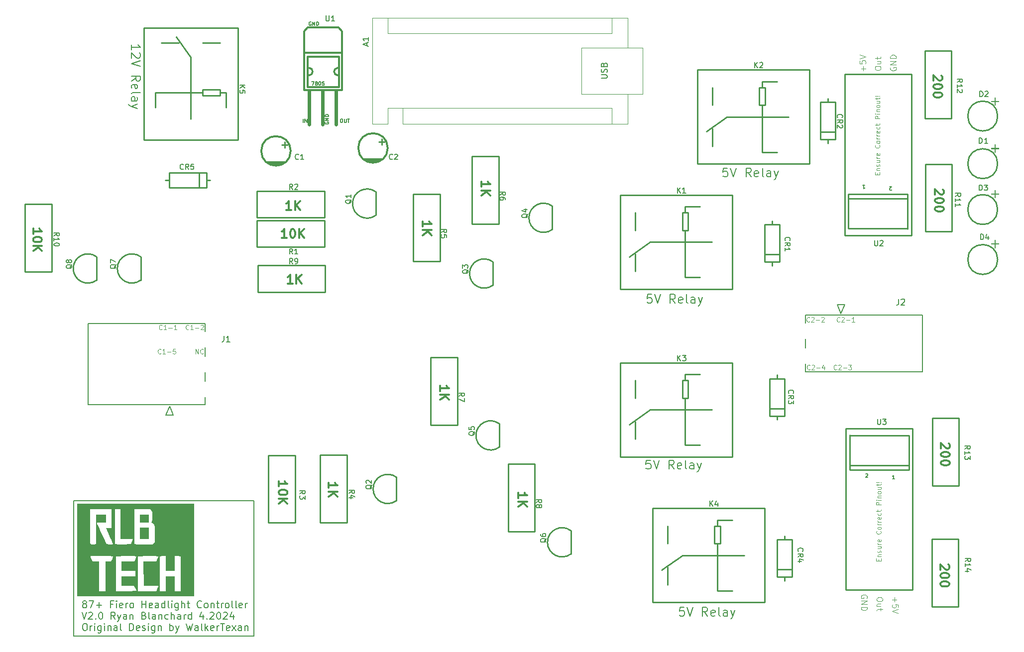
<source format=gbr>
%TF.GenerationSoftware,KiCad,Pcbnew,8.0.1*%
%TF.CreationDate,2024-04-05T01:50:22-04:00*%
%TF.ProjectId,Headlight Controller,48656164-6c69-4676-9874-20436f6e7472,rev?*%
%TF.SameCoordinates,Original*%
%TF.FileFunction,Legend,Top*%
%TF.FilePolarity,Positive*%
%FSLAX46Y46*%
G04 Gerber Fmt 4.6, Leading zero omitted, Abs format (unit mm)*
G04 Created by KiCad (PCBNEW 8.0.1) date 2024-04-05 01:50:22*
%MOMM*%
%LPD*%
G01*
G04 APERTURE LIST*
%ADD10C,0.100000*%
%ADD11C,0.200000*%
%ADD12C,0.300000*%
%ADD13C,0.152400*%
%ADD14C,0.150000*%
%ADD15C,0.203200*%
%ADD16C,0.000000*%
%ADD17C,0.254000*%
%ADD18C,0.127000*%
%ADD19C,0.304800*%
%ADD20C,0.609600*%
%ADD21C,0.120000*%
G04 APERTURE END LIST*
D10*
X160813408Y-112620704D02*
X160775312Y-112658800D01*
X160775312Y-112658800D02*
X160661027Y-112696895D01*
X160661027Y-112696895D02*
X160584836Y-112696895D01*
X160584836Y-112696895D02*
X160470550Y-112658800D01*
X160470550Y-112658800D02*
X160394360Y-112582609D01*
X160394360Y-112582609D02*
X160356265Y-112506419D01*
X160356265Y-112506419D02*
X160318169Y-112354038D01*
X160318169Y-112354038D02*
X160318169Y-112239752D01*
X160318169Y-112239752D02*
X160356265Y-112087371D01*
X160356265Y-112087371D02*
X160394360Y-112011180D01*
X160394360Y-112011180D02*
X160470550Y-111934990D01*
X160470550Y-111934990D02*
X160584836Y-111896895D01*
X160584836Y-111896895D02*
X160661027Y-111896895D01*
X160661027Y-111896895D02*
X160775312Y-111934990D01*
X160775312Y-111934990D02*
X160813408Y-111973085D01*
X161118169Y-111973085D02*
X161156265Y-111934990D01*
X161156265Y-111934990D02*
X161232455Y-111896895D01*
X161232455Y-111896895D02*
X161422931Y-111896895D01*
X161422931Y-111896895D02*
X161499122Y-111934990D01*
X161499122Y-111934990D02*
X161537217Y-111973085D01*
X161537217Y-111973085D02*
X161575312Y-112049276D01*
X161575312Y-112049276D02*
X161575312Y-112125466D01*
X161575312Y-112125466D02*
X161537217Y-112239752D01*
X161537217Y-112239752D02*
X161080074Y-112696895D01*
X161080074Y-112696895D02*
X161575312Y-112696895D01*
X161918170Y-112392133D02*
X162527694Y-112392133D01*
X163251503Y-112163561D02*
X163251503Y-112696895D01*
X163061027Y-111858800D02*
X162870550Y-112430228D01*
X162870550Y-112430228D02*
X163365789Y-112430228D01*
X165346742Y-112620704D02*
X165308646Y-112658800D01*
X165308646Y-112658800D02*
X165194361Y-112696895D01*
X165194361Y-112696895D02*
X165118170Y-112696895D01*
X165118170Y-112696895D02*
X165003884Y-112658800D01*
X165003884Y-112658800D02*
X164927694Y-112582609D01*
X164927694Y-112582609D02*
X164889599Y-112506419D01*
X164889599Y-112506419D02*
X164851503Y-112354038D01*
X164851503Y-112354038D02*
X164851503Y-112239752D01*
X164851503Y-112239752D02*
X164889599Y-112087371D01*
X164889599Y-112087371D02*
X164927694Y-112011180D01*
X164927694Y-112011180D02*
X165003884Y-111934990D01*
X165003884Y-111934990D02*
X165118170Y-111896895D01*
X165118170Y-111896895D02*
X165194361Y-111896895D01*
X165194361Y-111896895D02*
X165308646Y-111934990D01*
X165308646Y-111934990D02*
X165346742Y-111973085D01*
X165651503Y-111973085D02*
X165689599Y-111934990D01*
X165689599Y-111934990D02*
X165765789Y-111896895D01*
X165765789Y-111896895D02*
X165956265Y-111896895D01*
X165956265Y-111896895D02*
X166032456Y-111934990D01*
X166032456Y-111934990D02*
X166070551Y-111973085D01*
X166070551Y-111973085D02*
X166108646Y-112049276D01*
X166108646Y-112049276D02*
X166108646Y-112125466D01*
X166108646Y-112125466D02*
X166070551Y-112239752D01*
X166070551Y-112239752D02*
X165613408Y-112696895D01*
X165613408Y-112696895D02*
X166108646Y-112696895D01*
X166451504Y-112392133D02*
X167061028Y-112392133D01*
X167365789Y-111896895D02*
X167861027Y-111896895D01*
X167861027Y-111896895D02*
X167594361Y-112201657D01*
X167594361Y-112201657D02*
X167708646Y-112201657D01*
X167708646Y-112201657D02*
X167784837Y-112239752D01*
X167784837Y-112239752D02*
X167822932Y-112277847D01*
X167822932Y-112277847D02*
X167861027Y-112354038D01*
X167861027Y-112354038D02*
X167861027Y-112544514D01*
X167861027Y-112544514D02*
X167822932Y-112620704D01*
X167822932Y-112620704D02*
X167784837Y-112658800D01*
X167784837Y-112658800D02*
X167708646Y-112696895D01*
X167708646Y-112696895D02*
X167480075Y-112696895D01*
X167480075Y-112696895D02*
X167403884Y-112658800D01*
X167403884Y-112658800D02*
X167365789Y-112620704D01*
X160745909Y-104520704D02*
X160707813Y-104558800D01*
X160707813Y-104558800D02*
X160593528Y-104596895D01*
X160593528Y-104596895D02*
X160517337Y-104596895D01*
X160517337Y-104596895D02*
X160403051Y-104558800D01*
X160403051Y-104558800D02*
X160326861Y-104482609D01*
X160326861Y-104482609D02*
X160288766Y-104406419D01*
X160288766Y-104406419D02*
X160250670Y-104254038D01*
X160250670Y-104254038D02*
X160250670Y-104139752D01*
X160250670Y-104139752D02*
X160288766Y-103987371D01*
X160288766Y-103987371D02*
X160326861Y-103911180D01*
X160326861Y-103911180D02*
X160403051Y-103834990D01*
X160403051Y-103834990D02*
X160517337Y-103796895D01*
X160517337Y-103796895D02*
X160593528Y-103796895D01*
X160593528Y-103796895D02*
X160707813Y-103834990D01*
X160707813Y-103834990D02*
X160745909Y-103873085D01*
X161050670Y-103873085D02*
X161088766Y-103834990D01*
X161088766Y-103834990D02*
X161164956Y-103796895D01*
X161164956Y-103796895D02*
X161355432Y-103796895D01*
X161355432Y-103796895D02*
X161431623Y-103834990D01*
X161431623Y-103834990D02*
X161469718Y-103873085D01*
X161469718Y-103873085D02*
X161507813Y-103949276D01*
X161507813Y-103949276D02*
X161507813Y-104025466D01*
X161507813Y-104025466D02*
X161469718Y-104139752D01*
X161469718Y-104139752D02*
X161012575Y-104596895D01*
X161012575Y-104596895D02*
X161507813Y-104596895D01*
X161850671Y-104292133D02*
X162460195Y-104292133D01*
X162803051Y-103873085D02*
X162841147Y-103834990D01*
X162841147Y-103834990D02*
X162917337Y-103796895D01*
X162917337Y-103796895D02*
X163107813Y-103796895D01*
X163107813Y-103796895D02*
X163184004Y-103834990D01*
X163184004Y-103834990D02*
X163222099Y-103873085D01*
X163222099Y-103873085D02*
X163260194Y-103949276D01*
X163260194Y-103949276D02*
X163260194Y-104025466D01*
X163260194Y-104025466D02*
X163222099Y-104139752D01*
X163222099Y-104139752D02*
X162764956Y-104596895D01*
X162764956Y-104596895D02*
X163260194Y-104596895D01*
X165888767Y-104520704D02*
X165850671Y-104558800D01*
X165850671Y-104558800D02*
X165736386Y-104596895D01*
X165736386Y-104596895D02*
X165660195Y-104596895D01*
X165660195Y-104596895D02*
X165545909Y-104558800D01*
X165545909Y-104558800D02*
X165469719Y-104482609D01*
X165469719Y-104482609D02*
X165431624Y-104406419D01*
X165431624Y-104406419D02*
X165393528Y-104254038D01*
X165393528Y-104254038D02*
X165393528Y-104139752D01*
X165393528Y-104139752D02*
X165431624Y-103987371D01*
X165431624Y-103987371D02*
X165469719Y-103911180D01*
X165469719Y-103911180D02*
X165545909Y-103834990D01*
X165545909Y-103834990D02*
X165660195Y-103796895D01*
X165660195Y-103796895D02*
X165736386Y-103796895D01*
X165736386Y-103796895D02*
X165850671Y-103834990D01*
X165850671Y-103834990D02*
X165888767Y-103873085D01*
X166193528Y-103873085D02*
X166231624Y-103834990D01*
X166231624Y-103834990D02*
X166307814Y-103796895D01*
X166307814Y-103796895D02*
X166498290Y-103796895D01*
X166498290Y-103796895D02*
X166574481Y-103834990D01*
X166574481Y-103834990D02*
X166612576Y-103873085D01*
X166612576Y-103873085D02*
X166650671Y-103949276D01*
X166650671Y-103949276D02*
X166650671Y-104025466D01*
X166650671Y-104025466D02*
X166612576Y-104139752D01*
X166612576Y-104139752D02*
X166155433Y-104596895D01*
X166155433Y-104596895D02*
X166650671Y-104596895D01*
X166993529Y-104292133D02*
X167603053Y-104292133D01*
X168403052Y-104596895D02*
X167945909Y-104596895D01*
X168174481Y-104596895D02*
X168174481Y-103796895D01*
X168174481Y-103796895D02*
X168098290Y-103911180D01*
X168098290Y-103911180D02*
X168022100Y-103987371D01*
X168022100Y-103987371D02*
X167945909Y-104025466D01*
X50413408Y-109920704D02*
X50375312Y-109958800D01*
X50375312Y-109958800D02*
X50261027Y-109996895D01*
X50261027Y-109996895D02*
X50184836Y-109996895D01*
X50184836Y-109996895D02*
X50070550Y-109958800D01*
X50070550Y-109958800D02*
X49994360Y-109882609D01*
X49994360Y-109882609D02*
X49956265Y-109806419D01*
X49956265Y-109806419D02*
X49918169Y-109654038D01*
X49918169Y-109654038D02*
X49918169Y-109539752D01*
X49918169Y-109539752D02*
X49956265Y-109387371D01*
X49956265Y-109387371D02*
X49994360Y-109311180D01*
X49994360Y-109311180D02*
X50070550Y-109234990D01*
X50070550Y-109234990D02*
X50184836Y-109196895D01*
X50184836Y-109196895D02*
X50261027Y-109196895D01*
X50261027Y-109196895D02*
X50375312Y-109234990D01*
X50375312Y-109234990D02*
X50413408Y-109273085D01*
X51175312Y-109996895D02*
X50718169Y-109996895D01*
X50946741Y-109996895D02*
X50946741Y-109196895D01*
X50946741Y-109196895D02*
X50870550Y-109311180D01*
X50870550Y-109311180D02*
X50794360Y-109387371D01*
X50794360Y-109387371D02*
X50718169Y-109425466D01*
X51518170Y-109692133D02*
X52127694Y-109692133D01*
X52889598Y-109196895D02*
X52508646Y-109196895D01*
X52508646Y-109196895D02*
X52470550Y-109577847D01*
X52470550Y-109577847D02*
X52508646Y-109539752D01*
X52508646Y-109539752D02*
X52584836Y-109501657D01*
X52584836Y-109501657D02*
X52775312Y-109501657D01*
X52775312Y-109501657D02*
X52851503Y-109539752D01*
X52851503Y-109539752D02*
X52889598Y-109577847D01*
X52889598Y-109577847D02*
X52927693Y-109654038D01*
X52927693Y-109654038D02*
X52927693Y-109844514D01*
X52927693Y-109844514D02*
X52889598Y-109920704D01*
X52889598Y-109920704D02*
X52851503Y-109958800D01*
X52851503Y-109958800D02*
X52775312Y-109996895D01*
X52775312Y-109996895D02*
X52584836Y-109996895D01*
X52584836Y-109996895D02*
X52508646Y-109958800D01*
X52508646Y-109958800D02*
X52470550Y-109920704D01*
X56318171Y-109996895D02*
X56318171Y-109196895D01*
X56318171Y-109196895D02*
X56775314Y-109996895D01*
X56775314Y-109996895D02*
X56775314Y-109196895D01*
X57613409Y-109920704D02*
X57575313Y-109958800D01*
X57575313Y-109958800D02*
X57461028Y-109996895D01*
X57461028Y-109996895D02*
X57384837Y-109996895D01*
X57384837Y-109996895D02*
X57270551Y-109958800D01*
X57270551Y-109958800D02*
X57194361Y-109882609D01*
X57194361Y-109882609D02*
X57156266Y-109806419D01*
X57156266Y-109806419D02*
X57118170Y-109654038D01*
X57118170Y-109654038D02*
X57118170Y-109539752D01*
X57118170Y-109539752D02*
X57156266Y-109387371D01*
X57156266Y-109387371D02*
X57194361Y-109311180D01*
X57194361Y-109311180D02*
X57270551Y-109234990D01*
X57270551Y-109234990D02*
X57384837Y-109196895D01*
X57384837Y-109196895D02*
X57461028Y-109196895D01*
X57461028Y-109196895D02*
X57575313Y-109234990D01*
X57575313Y-109234990D02*
X57613409Y-109273085D01*
X50613408Y-105820704D02*
X50575312Y-105858800D01*
X50575312Y-105858800D02*
X50461027Y-105896895D01*
X50461027Y-105896895D02*
X50384836Y-105896895D01*
X50384836Y-105896895D02*
X50270550Y-105858800D01*
X50270550Y-105858800D02*
X50194360Y-105782609D01*
X50194360Y-105782609D02*
X50156265Y-105706419D01*
X50156265Y-105706419D02*
X50118169Y-105554038D01*
X50118169Y-105554038D02*
X50118169Y-105439752D01*
X50118169Y-105439752D02*
X50156265Y-105287371D01*
X50156265Y-105287371D02*
X50194360Y-105211180D01*
X50194360Y-105211180D02*
X50270550Y-105134990D01*
X50270550Y-105134990D02*
X50384836Y-105096895D01*
X50384836Y-105096895D02*
X50461027Y-105096895D01*
X50461027Y-105096895D02*
X50575312Y-105134990D01*
X50575312Y-105134990D02*
X50613408Y-105173085D01*
X51375312Y-105896895D02*
X50918169Y-105896895D01*
X51146741Y-105896895D02*
X51146741Y-105096895D01*
X51146741Y-105096895D02*
X51070550Y-105211180D01*
X51070550Y-105211180D02*
X50994360Y-105287371D01*
X50994360Y-105287371D02*
X50918169Y-105325466D01*
X51718170Y-105592133D02*
X52327694Y-105592133D01*
X53127693Y-105896895D02*
X52670550Y-105896895D01*
X52899122Y-105896895D02*
X52899122Y-105096895D01*
X52899122Y-105096895D02*
X52822931Y-105211180D01*
X52822931Y-105211180D02*
X52746741Y-105287371D01*
X52746741Y-105287371D02*
X52670550Y-105325466D01*
X55146742Y-105820704D02*
X55108646Y-105858800D01*
X55108646Y-105858800D02*
X54994361Y-105896895D01*
X54994361Y-105896895D02*
X54918170Y-105896895D01*
X54918170Y-105896895D02*
X54803884Y-105858800D01*
X54803884Y-105858800D02*
X54727694Y-105782609D01*
X54727694Y-105782609D02*
X54689599Y-105706419D01*
X54689599Y-105706419D02*
X54651503Y-105554038D01*
X54651503Y-105554038D02*
X54651503Y-105439752D01*
X54651503Y-105439752D02*
X54689599Y-105287371D01*
X54689599Y-105287371D02*
X54727694Y-105211180D01*
X54727694Y-105211180D02*
X54803884Y-105134990D01*
X54803884Y-105134990D02*
X54918170Y-105096895D01*
X54918170Y-105096895D02*
X54994361Y-105096895D01*
X54994361Y-105096895D02*
X55108646Y-105134990D01*
X55108646Y-105134990D02*
X55146742Y-105173085D01*
X55908646Y-105896895D02*
X55451503Y-105896895D01*
X55680075Y-105896895D02*
X55680075Y-105096895D01*
X55680075Y-105096895D02*
X55603884Y-105211180D01*
X55603884Y-105211180D02*
X55527694Y-105287371D01*
X55527694Y-105287371D02*
X55451503Y-105325466D01*
X56251504Y-105592133D02*
X56861028Y-105592133D01*
X57203884Y-105173085D02*
X57241980Y-105134990D01*
X57241980Y-105134990D02*
X57318170Y-105096895D01*
X57318170Y-105096895D02*
X57508646Y-105096895D01*
X57508646Y-105096895D02*
X57584837Y-105134990D01*
X57584837Y-105134990D02*
X57622932Y-105173085D01*
X57622932Y-105173085D02*
X57661027Y-105249276D01*
X57661027Y-105249276D02*
X57661027Y-105325466D01*
X57661027Y-105325466D02*
X57622932Y-105439752D01*
X57622932Y-105439752D02*
X57165789Y-105896895D01*
X57165789Y-105896895D02*
X57661027Y-105896895D01*
X70700000Y-77900000D02*
X69200000Y-77900000D01*
X68349000Y-77294000D01*
X71651000Y-77294000D01*
X70700000Y-77900000D01*
G36*
X70700000Y-77900000D02*
G01*
X69200000Y-77900000D01*
X68349000Y-77294000D01*
X71651000Y-77294000D01*
X70700000Y-77900000D01*
G37*
X86988249Y-77454594D02*
X85744642Y-77374261D01*
X84849000Y-76794000D01*
X88151000Y-76794000D01*
X86988249Y-77454594D01*
G36*
X86988249Y-77454594D02*
G01*
X85744642Y-77374261D01*
X84849000Y-76794000D01*
X88151000Y-76794000D01*
X86988249Y-77454594D01*
G37*
D11*
X35600000Y-135000000D02*
X66250000Y-135000000D01*
X66250000Y-158000000D01*
X35600000Y-158000000D01*
X35600000Y-135000000D01*
X146803006Y-78406028D02*
X146088720Y-78406028D01*
X146088720Y-78406028D02*
X146017292Y-79120314D01*
X146017292Y-79120314D02*
X146088720Y-79048885D01*
X146088720Y-79048885D02*
X146231578Y-78977457D01*
X146231578Y-78977457D02*
X146588720Y-78977457D01*
X146588720Y-78977457D02*
X146731578Y-79048885D01*
X146731578Y-79048885D02*
X146803006Y-79120314D01*
X146803006Y-79120314D02*
X146874435Y-79263171D01*
X146874435Y-79263171D02*
X146874435Y-79620314D01*
X146874435Y-79620314D02*
X146803006Y-79763171D01*
X146803006Y-79763171D02*
X146731578Y-79834600D01*
X146731578Y-79834600D02*
X146588720Y-79906028D01*
X146588720Y-79906028D02*
X146231578Y-79906028D01*
X146231578Y-79906028D02*
X146088720Y-79834600D01*
X146088720Y-79834600D02*
X146017292Y-79763171D01*
X147303006Y-78406028D02*
X147803006Y-79906028D01*
X147803006Y-79906028D02*
X148303006Y-78406028D01*
X150803005Y-79906028D02*
X150303005Y-79191742D01*
X149945862Y-79906028D02*
X149945862Y-78406028D01*
X149945862Y-78406028D02*
X150517291Y-78406028D01*
X150517291Y-78406028D02*
X150660148Y-78477457D01*
X150660148Y-78477457D02*
X150731577Y-78548885D01*
X150731577Y-78548885D02*
X150803005Y-78691742D01*
X150803005Y-78691742D02*
X150803005Y-78906028D01*
X150803005Y-78906028D02*
X150731577Y-79048885D01*
X150731577Y-79048885D02*
X150660148Y-79120314D01*
X150660148Y-79120314D02*
X150517291Y-79191742D01*
X150517291Y-79191742D02*
X149945862Y-79191742D01*
X152017291Y-79834600D02*
X151874434Y-79906028D01*
X151874434Y-79906028D02*
X151588720Y-79906028D01*
X151588720Y-79906028D02*
X151445862Y-79834600D01*
X151445862Y-79834600D02*
X151374434Y-79691742D01*
X151374434Y-79691742D02*
X151374434Y-79120314D01*
X151374434Y-79120314D02*
X151445862Y-78977457D01*
X151445862Y-78977457D02*
X151588720Y-78906028D01*
X151588720Y-78906028D02*
X151874434Y-78906028D01*
X151874434Y-78906028D02*
X152017291Y-78977457D01*
X152017291Y-78977457D02*
X152088720Y-79120314D01*
X152088720Y-79120314D02*
X152088720Y-79263171D01*
X152088720Y-79263171D02*
X151374434Y-79406028D01*
X152945862Y-79906028D02*
X152803005Y-79834600D01*
X152803005Y-79834600D02*
X152731576Y-79691742D01*
X152731576Y-79691742D02*
X152731576Y-78406028D01*
X154160148Y-79906028D02*
X154160148Y-79120314D01*
X154160148Y-79120314D02*
X154088719Y-78977457D01*
X154088719Y-78977457D02*
X153945862Y-78906028D01*
X153945862Y-78906028D02*
X153660148Y-78906028D01*
X153660148Y-78906028D02*
X153517290Y-78977457D01*
X154160148Y-79834600D02*
X154017290Y-79906028D01*
X154017290Y-79906028D02*
X153660148Y-79906028D01*
X153660148Y-79906028D02*
X153517290Y-79834600D01*
X153517290Y-79834600D02*
X153445862Y-79691742D01*
X153445862Y-79691742D02*
X153445862Y-79548885D01*
X153445862Y-79548885D02*
X153517290Y-79406028D01*
X153517290Y-79406028D02*
X153660148Y-79334600D01*
X153660148Y-79334600D02*
X154017290Y-79334600D01*
X154017290Y-79334600D02*
X154160148Y-79263171D01*
X154731576Y-78906028D02*
X155088719Y-79906028D01*
X155445862Y-78906028D02*
X155088719Y-79906028D01*
X155088719Y-79906028D02*
X154945862Y-80263171D01*
X154945862Y-80263171D02*
X154874433Y-80334600D01*
X154874433Y-80334600D02*
X154731576Y-80406028D01*
D10*
X172277847Y-79543734D02*
X172277847Y-79277068D01*
X172696895Y-79162782D02*
X172696895Y-79543734D01*
X172696895Y-79543734D02*
X171896895Y-79543734D01*
X171896895Y-79543734D02*
X171896895Y-79162782D01*
X172163561Y-78819924D02*
X172696895Y-78819924D01*
X172239752Y-78819924D02*
X172201657Y-78781829D01*
X172201657Y-78781829D02*
X172163561Y-78705639D01*
X172163561Y-78705639D02*
X172163561Y-78591353D01*
X172163561Y-78591353D02*
X172201657Y-78515162D01*
X172201657Y-78515162D02*
X172277847Y-78477067D01*
X172277847Y-78477067D02*
X172696895Y-78477067D01*
X172658800Y-78134210D02*
X172696895Y-78058019D01*
X172696895Y-78058019D02*
X172696895Y-77905638D01*
X172696895Y-77905638D02*
X172658800Y-77829448D01*
X172658800Y-77829448D02*
X172582609Y-77791352D01*
X172582609Y-77791352D02*
X172544514Y-77791352D01*
X172544514Y-77791352D02*
X172468323Y-77829448D01*
X172468323Y-77829448D02*
X172430228Y-77905638D01*
X172430228Y-77905638D02*
X172430228Y-78019924D01*
X172430228Y-78019924D02*
X172392133Y-78096114D01*
X172392133Y-78096114D02*
X172315942Y-78134210D01*
X172315942Y-78134210D02*
X172277847Y-78134210D01*
X172277847Y-78134210D02*
X172201657Y-78096114D01*
X172201657Y-78096114D02*
X172163561Y-78019924D01*
X172163561Y-78019924D02*
X172163561Y-77905638D01*
X172163561Y-77905638D02*
X172201657Y-77829448D01*
X172163561Y-77105638D02*
X172696895Y-77105638D01*
X172163561Y-77448495D02*
X172582609Y-77448495D01*
X172582609Y-77448495D02*
X172658800Y-77410400D01*
X172658800Y-77410400D02*
X172696895Y-77334210D01*
X172696895Y-77334210D02*
X172696895Y-77219924D01*
X172696895Y-77219924D02*
X172658800Y-77143733D01*
X172658800Y-77143733D02*
X172620704Y-77105638D01*
X172696895Y-76724685D02*
X172163561Y-76724685D01*
X172315942Y-76724685D02*
X172239752Y-76686590D01*
X172239752Y-76686590D02*
X172201657Y-76648495D01*
X172201657Y-76648495D02*
X172163561Y-76572304D01*
X172163561Y-76572304D02*
X172163561Y-76496114D01*
X172658800Y-75924685D02*
X172696895Y-76000876D01*
X172696895Y-76000876D02*
X172696895Y-76153257D01*
X172696895Y-76153257D02*
X172658800Y-76229447D01*
X172658800Y-76229447D02*
X172582609Y-76267543D01*
X172582609Y-76267543D02*
X172277847Y-76267543D01*
X172277847Y-76267543D02*
X172201657Y-76229447D01*
X172201657Y-76229447D02*
X172163561Y-76153257D01*
X172163561Y-76153257D02*
X172163561Y-76000876D01*
X172163561Y-76000876D02*
X172201657Y-75924685D01*
X172201657Y-75924685D02*
X172277847Y-75886590D01*
X172277847Y-75886590D02*
X172354038Y-75886590D01*
X172354038Y-75886590D02*
X172430228Y-76267543D01*
X172620704Y-74477066D02*
X172658800Y-74515162D01*
X172658800Y-74515162D02*
X172696895Y-74629447D01*
X172696895Y-74629447D02*
X172696895Y-74705638D01*
X172696895Y-74705638D02*
X172658800Y-74819924D01*
X172658800Y-74819924D02*
X172582609Y-74896114D01*
X172582609Y-74896114D02*
X172506419Y-74934209D01*
X172506419Y-74934209D02*
X172354038Y-74972305D01*
X172354038Y-74972305D02*
X172239752Y-74972305D01*
X172239752Y-74972305D02*
X172087371Y-74934209D01*
X172087371Y-74934209D02*
X172011180Y-74896114D01*
X172011180Y-74896114D02*
X171934990Y-74819924D01*
X171934990Y-74819924D02*
X171896895Y-74705638D01*
X171896895Y-74705638D02*
X171896895Y-74629447D01*
X171896895Y-74629447D02*
X171934990Y-74515162D01*
X171934990Y-74515162D02*
X171973085Y-74477066D01*
X172696895Y-74019924D02*
X172658800Y-74096114D01*
X172658800Y-74096114D02*
X172620704Y-74134209D01*
X172620704Y-74134209D02*
X172544514Y-74172305D01*
X172544514Y-74172305D02*
X172315942Y-74172305D01*
X172315942Y-74172305D02*
X172239752Y-74134209D01*
X172239752Y-74134209D02*
X172201657Y-74096114D01*
X172201657Y-74096114D02*
X172163561Y-74019924D01*
X172163561Y-74019924D02*
X172163561Y-73905638D01*
X172163561Y-73905638D02*
X172201657Y-73829447D01*
X172201657Y-73829447D02*
X172239752Y-73791352D01*
X172239752Y-73791352D02*
X172315942Y-73753257D01*
X172315942Y-73753257D02*
X172544514Y-73753257D01*
X172544514Y-73753257D02*
X172620704Y-73791352D01*
X172620704Y-73791352D02*
X172658800Y-73829447D01*
X172658800Y-73829447D02*
X172696895Y-73905638D01*
X172696895Y-73905638D02*
X172696895Y-74019924D01*
X172696895Y-73410399D02*
X172163561Y-73410399D01*
X172315942Y-73410399D02*
X172239752Y-73372304D01*
X172239752Y-73372304D02*
X172201657Y-73334209D01*
X172201657Y-73334209D02*
X172163561Y-73258018D01*
X172163561Y-73258018D02*
X172163561Y-73181828D01*
X172696895Y-72915161D02*
X172163561Y-72915161D01*
X172315942Y-72915161D02*
X172239752Y-72877066D01*
X172239752Y-72877066D02*
X172201657Y-72838971D01*
X172201657Y-72838971D02*
X172163561Y-72762780D01*
X172163561Y-72762780D02*
X172163561Y-72686590D01*
X172658800Y-72115161D02*
X172696895Y-72191352D01*
X172696895Y-72191352D02*
X172696895Y-72343733D01*
X172696895Y-72343733D02*
X172658800Y-72419923D01*
X172658800Y-72419923D02*
X172582609Y-72458019D01*
X172582609Y-72458019D02*
X172277847Y-72458019D01*
X172277847Y-72458019D02*
X172201657Y-72419923D01*
X172201657Y-72419923D02*
X172163561Y-72343733D01*
X172163561Y-72343733D02*
X172163561Y-72191352D01*
X172163561Y-72191352D02*
X172201657Y-72115161D01*
X172201657Y-72115161D02*
X172277847Y-72077066D01*
X172277847Y-72077066D02*
X172354038Y-72077066D01*
X172354038Y-72077066D02*
X172430228Y-72458019D01*
X172658800Y-71391352D02*
X172696895Y-71467543D01*
X172696895Y-71467543D02*
X172696895Y-71619924D01*
X172696895Y-71619924D02*
X172658800Y-71696114D01*
X172658800Y-71696114D02*
X172620704Y-71734209D01*
X172620704Y-71734209D02*
X172544514Y-71772305D01*
X172544514Y-71772305D02*
X172315942Y-71772305D01*
X172315942Y-71772305D02*
X172239752Y-71734209D01*
X172239752Y-71734209D02*
X172201657Y-71696114D01*
X172201657Y-71696114D02*
X172163561Y-71619924D01*
X172163561Y-71619924D02*
X172163561Y-71467543D01*
X172163561Y-71467543D02*
X172201657Y-71391352D01*
X172163561Y-71162781D02*
X172163561Y-70858019D01*
X171896895Y-71048495D02*
X172582609Y-71048495D01*
X172582609Y-71048495D02*
X172658800Y-71010400D01*
X172658800Y-71010400D02*
X172696895Y-70934210D01*
X172696895Y-70934210D02*
X172696895Y-70858019D01*
X172696895Y-69981828D02*
X171896895Y-69981828D01*
X171896895Y-69981828D02*
X171896895Y-69677066D01*
X171896895Y-69677066D02*
X171934990Y-69600876D01*
X171934990Y-69600876D02*
X171973085Y-69562781D01*
X171973085Y-69562781D02*
X172049276Y-69524685D01*
X172049276Y-69524685D02*
X172163561Y-69524685D01*
X172163561Y-69524685D02*
X172239752Y-69562781D01*
X172239752Y-69562781D02*
X172277847Y-69600876D01*
X172277847Y-69600876D02*
X172315942Y-69677066D01*
X172315942Y-69677066D02*
X172315942Y-69981828D01*
X172696895Y-69181828D02*
X172163561Y-69181828D01*
X171896895Y-69181828D02*
X171934990Y-69219924D01*
X171934990Y-69219924D02*
X171973085Y-69181828D01*
X171973085Y-69181828D02*
X171934990Y-69143733D01*
X171934990Y-69143733D02*
X171896895Y-69181828D01*
X171896895Y-69181828D02*
X171973085Y-69181828D01*
X172163561Y-68800876D02*
X172696895Y-68800876D01*
X172239752Y-68800876D02*
X172201657Y-68762781D01*
X172201657Y-68762781D02*
X172163561Y-68686591D01*
X172163561Y-68686591D02*
X172163561Y-68572305D01*
X172163561Y-68572305D02*
X172201657Y-68496114D01*
X172201657Y-68496114D02*
X172277847Y-68458019D01*
X172277847Y-68458019D02*
X172696895Y-68458019D01*
X172696895Y-67962781D02*
X172658800Y-68038971D01*
X172658800Y-68038971D02*
X172620704Y-68077066D01*
X172620704Y-68077066D02*
X172544514Y-68115162D01*
X172544514Y-68115162D02*
X172315942Y-68115162D01*
X172315942Y-68115162D02*
X172239752Y-68077066D01*
X172239752Y-68077066D02*
X172201657Y-68038971D01*
X172201657Y-68038971D02*
X172163561Y-67962781D01*
X172163561Y-67962781D02*
X172163561Y-67848495D01*
X172163561Y-67848495D02*
X172201657Y-67772304D01*
X172201657Y-67772304D02*
X172239752Y-67734209D01*
X172239752Y-67734209D02*
X172315942Y-67696114D01*
X172315942Y-67696114D02*
X172544514Y-67696114D01*
X172544514Y-67696114D02*
X172620704Y-67734209D01*
X172620704Y-67734209D02*
X172658800Y-67772304D01*
X172658800Y-67772304D02*
X172696895Y-67848495D01*
X172696895Y-67848495D02*
X172696895Y-67962781D01*
X172163561Y-67010399D02*
X172696895Y-67010399D01*
X172163561Y-67353256D02*
X172582609Y-67353256D01*
X172582609Y-67353256D02*
X172658800Y-67315161D01*
X172658800Y-67315161D02*
X172696895Y-67238971D01*
X172696895Y-67238971D02*
X172696895Y-67124685D01*
X172696895Y-67124685D02*
X172658800Y-67048494D01*
X172658800Y-67048494D02*
X172620704Y-67010399D01*
X172163561Y-66743732D02*
X172163561Y-66438970D01*
X171896895Y-66629446D02*
X172582609Y-66629446D01*
X172582609Y-66629446D02*
X172658800Y-66591351D01*
X172658800Y-66591351D02*
X172696895Y-66515161D01*
X172696895Y-66515161D02*
X172696895Y-66438970D01*
X172620704Y-66172303D02*
X172658800Y-66134208D01*
X172658800Y-66134208D02*
X172696895Y-66172303D01*
X172696895Y-66172303D02*
X172658800Y-66210399D01*
X172658800Y-66210399D02*
X172620704Y-66172303D01*
X172620704Y-66172303D02*
X172696895Y-66172303D01*
X172392133Y-66172303D02*
X171934990Y-66210399D01*
X171934990Y-66210399D02*
X171896895Y-66172303D01*
X171896895Y-66172303D02*
X171934990Y-66134208D01*
X171934990Y-66134208D02*
X172392133Y-66172303D01*
X172392133Y-66172303D02*
X171896895Y-66172303D01*
D12*
X104949171Y-81590225D02*
X104949171Y-80733082D01*
X104949171Y-81161653D02*
X106449171Y-81161653D01*
X106449171Y-81161653D02*
X106234885Y-81018796D01*
X106234885Y-81018796D02*
X106092028Y-80875939D01*
X106092028Y-80875939D02*
X106020600Y-80733082D01*
X104949171Y-82233081D02*
X106449171Y-82233081D01*
X104949171Y-83090224D02*
X105806314Y-82447367D01*
X106449171Y-83090224D02*
X105592028Y-82233081D01*
D10*
X169891466Y-61877067D02*
X169891466Y-61115163D01*
X170272419Y-61496115D02*
X169510514Y-61496115D01*
X169272419Y-60162782D02*
X169272419Y-60638972D01*
X169272419Y-60638972D02*
X169748609Y-60686591D01*
X169748609Y-60686591D02*
X169700990Y-60638972D01*
X169700990Y-60638972D02*
X169653371Y-60543734D01*
X169653371Y-60543734D02*
X169653371Y-60305639D01*
X169653371Y-60305639D02*
X169700990Y-60210401D01*
X169700990Y-60210401D02*
X169748609Y-60162782D01*
X169748609Y-60162782D02*
X169843847Y-60115163D01*
X169843847Y-60115163D02*
X170081942Y-60115163D01*
X170081942Y-60115163D02*
X170177180Y-60162782D01*
X170177180Y-60162782D02*
X170224800Y-60210401D01*
X170224800Y-60210401D02*
X170272419Y-60305639D01*
X170272419Y-60305639D02*
X170272419Y-60543734D01*
X170272419Y-60543734D02*
X170224800Y-60638972D01*
X170224800Y-60638972D02*
X170177180Y-60686591D01*
X169272419Y-59829448D02*
X170272419Y-59496115D01*
X170272419Y-59496115D02*
X169272419Y-59162782D01*
D12*
X72840225Y-98050828D02*
X71983082Y-98050828D01*
X72411653Y-98050828D02*
X72411653Y-96550828D01*
X72411653Y-96550828D02*
X72268796Y-96765114D01*
X72268796Y-96765114D02*
X72125939Y-96907971D01*
X72125939Y-96907971D02*
X71983082Y-96979400D01*
X73483081Y-98050828D02*
X73483081Y-96550828D01*
X74340224Y-98050828D02*
X73697367Y-97193685D01*
X74340224Y-96550828D02*
X73483081Y-97407971D01*
X28699171Y-89590225D02*
X28699171Y-88733082D01*
X28699171Y-89161653D02*
X30199171Y-89161653D01*
X30199171Y-89161653D02*
X29984885Y-89018796D01*
X29984885Y-89018796D02*
X29842028Y-88875939D01*
X29842028Y-88875939D02*
X29770600Y-88733082D01*
X30199171Y-90518796D02*
X30199171Y-90661653D01*
X30199171Y-90661653D02*
X30127742Y-90804510D01*
X30127742Y-90804510D02*
X30056314Y-90875939D01*
X30056314Y-90875939D02*
X29913457Y-90947367D01*
X29913457Y-90947367D02*
X29627742Y-91018796D01*
X29627742Y-91018796D02*
X29270600Y-91018796D01*
X29270600Y-91018796D02*
X28984885Y-90947367D01*
X28984885Y-90947367D02*
X28842028Y-90875939D01*
X28842028Y-90875939D02*
X28770600Y-90804510D01*
X28770600Y-90804510D02*
X28699171Y-90661653D01*
X28699171Y-90661653D02*
X28699171Y-90518796D01*
X28699171Y-90518796D02*
X28770600Y-90375939D01*
X28770600Y-90375939D02*
X28842028Y-90304510D01*
X28842028Y-90304510D02*
X28984885Y-90233081D01*
X28984885Y-90233081D02*
X29270600Y-90161653D01*
X29270600Y-90161653D02*
X29627742Y-90161653D01*
X29627742Y-90161653D02*
X29913457Y-90233081D01*
X29913457Y-90233081D02*
X30056314Y-90304510D01*
X30056314Y-90304510D02*
X30127742Y-90375939D01*
X30127742Y-90375939D02*
X30199171Y-90518796D01*
X28699171Y-91661652D02*
X30199171Y-91661652D01*
X28699171Y-92518795D02*
X29556314Y-91875938D01*
X30199171Y-92518795D02*
X29342028Y-91661652D01*
X94949171Y-88340225D02*
X94949171Y-87483082D01*
X94949171Y-87911653D02*
X96449171Y-87911653D01*
X96449171Y-87911653D02*
X96234885Y-87768796D01*
X96234885Y-87768796D02*
X96092028Y-87625939D01*
X96092028Y-87625939D02*
X96020600Y-87483082D01*
X94949171Y-88983081D02*
X96449171Y-88983081D01*
X94949171Y-89840224D02*
X95806314Y-89197367D01*
X96449171Y-89840224D02*
X95592028Y-88983081D01*
X111199171Y-134540225D02*
X111199171Y-133683082D01*
X111199171Y-134111653D02*
X112699171Y-134111653D01*
X112699171Y-134111653D02*
X112484885Y-133968796D01*
X112484885Y-133968796D02*
X112342028Y-133825939D01*
X112342028Y-133825939D02*
X112270600Y-133683082D01*
X111199171Y-135183081D02*
X112699171Y-135183081D01*
X111199171Y-136040224D02*
X112056314Y-135397367D01*
X112699171Y-136040224D02*
X111842028Y-135183081D01*
X183156314Y-62683082D02*
X183227742Y-62754510D01*
X183227742Y-62754510D02*
X183299171Y-62897368D01*
X183299171Y-62897368D02*
X183299171Y-63254510D01*
X183299171Y-63254510D02*
X183227742Y-63397368D01*
X183227742Y-63397368D02*
X183156314Y-63468796D01*
X183156314Y-63468796D02*
X183013457Y-63540225D01*
X183013457Y-63540225D02*
X182870600Y-63540225D01*
X182870600Y-63540225D02*
X182656314Y-63468796D01*
X182656314Y-63468796D02*
X181799171Y-62611653D01*
X181799171Y-62611653D02*
X181799171Y-63540225D01*
X183299171Y-64468796D02*
X183299171Y-64611653D01*
X183299171Y-64611653D02*
X183227742Y-64754510D01*
X183227742Y-64754510D02*
X183156314Y-64825939D01*
X183156314Y-64825939D02*
X183013457Y-64897367D01*
X183013457Y-64897367D02*
X182727742Y-64968796D01*
X182727742Y-64968796D02*
X182370600Y-64968796D01*
X182370600Y-64968796D02*
X182084885Y-64897367D01*
X182084885Y-64897367D02*
X181942028Y-64825939D01*
X181942028Y-64825939D02*
X181870600Y-64754510D01*
X181870600Y-64754510D02*
X181799171Y-64611653D01*
X181799171Y-64611653D02*
X181799171Y-64468796D01*
X181799171Y-64468796D02*
X181870600Y-64325939D01*
X181870600Y-64325939D02*
X181942028Y-64254510D01*
X181942028Y-64254510D02*
X182084885Y-64183081D01*
X182084885Y-64183081D02*
X182370600Y-64111653D01*
X182370600Y-64111653D02*
X182727742Y-64111653D01*
X182727742Y-64111653D02*
X183013457Y-64183081D01*
X183013457Y-64183081D02*
X183156314Y-64254510D01*
X183156314Y-64254510D02*
X183227742Y-64325939D01*
X183227742Y-64325939D02*
X183299171Y-64468796D01*
X183299171Y-65897367D02*
X183299171Y-66040224D01*
X183299171Y-66040224D02*
X183227742Y-66183081D01*
X183227742Y-66183081D02*
X183156314Y-66254510D01*
X183156314Y-66254510D02*
X183013457Y-66325938D01*
X183013457Y-66325938D02*
X182727742Y-66397367D01*
X182727742Y-66397367D02*
X182370600Y-66397367D01*
X182370600Y-66397367D02*
X182084885Y-66325938D01*
X182084885Y-66325938D02*
X181942028Y-66254510D01*
X181942028Y-66254510D02*
X181870600Y-66183081D01*
X181870600Y-66183081D02*
X181799171Y-66040224D01*
X181799171Y-66040224D02*
X181799171Y-65897367D01*
X181799171Y-65897367D02*
X181870600Y-65754510D01*
X181870600Y-65754510D02*
X181942028Y-65683081D01*
X181942028Y-65683081D02*
X182084885Y-65611652D01*
X182084885Y-65611652D02*
X182370600Y-65540224D01*
X182370600Y-65540224D02*
X182727742Y-65540224D01*
X182727742Y-65540224D02*
X183013457Y-65611652D01*
X183013457Y-65611652D02*
X183156314Y-65683081D01*
X183156314Y-65683081D02*
X183227742Y-65754510D01*
X183227742Y-65754510D02*
X183299171Y-65897367D01*
X78949171Y-132840225D02*
X78949171Y-131983082D01*
X78949171Y-132411653D02*
X80449171Y-132411653D01*
X80449171Y-132411653D02*
X80234885Y-132268796D01*
X80234885Y-132268796D02*
X80092028Y-132125939D01*
X80092028Y-132125939D02*
X80020600Y-131983082D01*
X78949171Y-133483081D02*
X80449171Y-133483081D01*
X78949171Y-134340224D02*
X79806314Y-133697367D01*
X80449171Y-134340224D02*
X79592028Y-133483081D01*
D10*
X173177580Y-151694360D02*
X173177580Y-151884836D01*
X173177580Y-151884836D02*
X173129961Y-151980074D01*
X173129961Y-151980074D02*
X173034723Y-152075312D01*
X173034723Y-152075312D02*
X172844247Y-152122931D01*
X172844247Y-152122931D02*
X172510914Y-152122931D01*
X172510914Y-152122931D02*
X172320438Y-152075312D01*
X172320438Y-152075312D02*
X172225200Y-151980074D01*
X172225200Y-151980074D02*
X172177580Y-151884836D01*
X172177580Y-151884836D02*
X172177580Y-151694360D01*
X172177580Y-151694360D02*
X172225200Y-151599122D01*
X172225200Y-151599122D02*
X172320438Y-151503884D01*
X172320438Y-151503884D02*
X172510914Y-151456265D01*
X172510914Y-151456265D02*
X172844247Y-151456265D01*
X172844247Y-151456265D02*
X173034723Y-151503884D01*
X173034723Y-151503884D02*
X173129961Y-151599122D01*
X173129961Y-151599122D02*
X173177580Y-151694360D01*
X172844247Y-152980074D02*
X172177580Y-152980074D01*
X172844247Y-152551503D02*
X172320438Y-152551503D01*
X172320438Y-152551503D02*
X172225200Y-152599122D01*
X172225200Y-152599122D02*
X172177580Y-152694360D01*
X172177580Y-152694360D02*
X172177580Y-152837217D01*
X172177580Y-152837217D02*
X172225200Y-152932455D01*
X172225200Y-152932455D02*
X172272819Y-152980074D01*
X172844247Y-153313408D02*
X172844247Y-153694360D01*
X173177580Y-153456265D02*
X172320438Y-153456265D01*
X172320438Y-153456265D02*
X172225200Y-153503884D01*
X172225200Y-153503884D02*
X172177580Y-153599122D01*
X172177580Y-153599122D02*
X172177580Y-153694360D01*
X170479961Y-151565789D02*
X170527580Y-151470551D01*
X170527580Y-151470551D02*
X170527580Y-151327694D01*
X170527580Y-151327694D02*
X170479961Y-151184837D01*
X170479961Y-151184837D02*
X170384723Y-151089599D01*
X170384723Y-151089599D02*
X170289485Y-151041980D01*
X170289485Y-151041980D02*
X170099009Y-150994361D01*
X170099009Y-150994361D02*
X169956152Y-150994361D01*
X169956152Y-150994361D02*
X169765676Y-151041980D01*
X169765676Y-151041980D02*
X169670438Y-151089599D01*
X169670438Y-151089599D02*
X169575200Y-151184837D01*
X169575200Y-151184837D02*
X169527580Y-151327694D01*
X169527580Y-151327694D02*
X169527580Y-151422932D01*
X169527580Y-151422932D02*
X169575200Y-151565789D01*
X169575200Y-151565789D02*
X169622819Y-151613408D01*
X169622819Y-151613408D02*
X169956152Y-151613408D01*
X169956152Y-151613408D02*
X169956152Y-151422932D01*
X169527580Y-152041980D02*
X170527580Y-152041980D01*
X170527580Y-152041980D02*
X169527580Y-152613408D01*
X169527580Y-152613408D02*
X170527580Y-152613408D01*
X169527580Y-153089599D02*
X170527580Y-153089599D01*
X170527580Y-153089599D02*
X170527580Y-153327694D01*
X170527580Y-153327694D02*
X170479961Y-153470551D01*
X170479961Y-153470551D02*
X170384723Y-153565789D01*
X170384723Y-153565789D02*
X170289485Y-153613408D01*
X170289485Y-153613408D02*
X170099009Y-153661027D01*
X170099009Y-153661027D02*
X169956152Y-153661027D01*
X169956152Y-153661027D02*
X169765676Y-153613408D01*
X169765676Y-153613408D02*
X169670438Y-153565789D01*
X169670438Y-153565789D02*
X169575200Y-153470551D01*
X169575200Y-153470551D02*
X169527580Y-153327694D01*
X169527580Y-153327694D02*
X169527580Y-153089599D01*
D11*
X37338720Y-152543162D02*
X37224435Y-152486019D01*
X37224435Y-152486019D02*
X37167292Y-152428876D01*
X37167292Y-152428876D02*
X37110149Y-152314591D01*
X37110149Y-152314591D02*
X37110149Y-152257448D01*
X37110149Y-152257448D02*
X37167292Y-152143162D01*
X37167292Y-152143162D02*
X37224435Y-152086019D01*
X37224435Y-152086019D02*
X37338720Y-152028876D01*
X37338720Y-152028876D02*
X37567292Y-152028876D01*
X37567292Y-152028876D02*
X37681578Y-152086019D01*
X37681578Y-152086019D02*
X37738720Y-152143162D01*
X37738720Y-152143162D02*
X37795863Y-152257448D01*
X37795863Y-152257448D02*
X37795863Y-152314591D01*
X37795863Y-152314591D02*
X37738720Y-152428876D01*
X37738720Y-152428876D02*
X37681578Y-152486019D01*
X37681578Y-152486019D02*
X37567292Y-152543162D01*
X37567292Y-152543162D02*
X37338720Y-152543162D01*
X37338720Y-152543162D02*
X37224435Y-152600305D01*
X37224435Y-152600305D02*
X37167292Y-152657448D01*
X37167292Y-152657448D02*
X37110149Y-152771734D01*
X37110149Y-152771734D02*
X37110149Y-153000305D01*
X37110149Y-153000305D02*
X37167292Y-153114591D01*
X37167292Y-153114591D02*
X37224435Y-153171734D01*
X37224435Y-153171734D02*
X37338720Y-153228876D01*
X37338720Y-153228876D02*
X37567292Y-153228876D01*
X37567292Y-153228876D02*
X37681578Y-153171734D01*
X37681578Y-153171734D02*
X37738720Y-153114591D01*
X37738720Y-153114591D02*
X37795863Y-153000305D01*
X37795863Y-153000305D02*
X37795863Y-152771734D01*
X37795863Y-152771734D02*
X37738720Y-152657448D01*
X37738720Y-152657448D02*
X37681578Y-152600305D01*
X37681578Y-152600305D02*
X37567292Y-152543162D01*
X38195863Y-152028876D02*
X38995863Y-152028876D01*
X38995863Y-152028876D02*
X38481577Y-153228876D01*
X39453006Y-152771734D02*
X40367292Y-152771734D01*
X39910149Y-153228876D02*
X39910149Y-152314591D01*
X42253006Y-152600305D02*
X41853006Y-152600305D01*
X41853006Y-153228876D02*
X41853006Y-152028876D01*
X41853006Y-152028876D02*
X42424434Y-152028876D01*
X42881577Y-153228876D02*
X42881577Y-152428876D01*
X42881577Y-152028876D02*
X42824434Y-152086019D01*
X42824434Y-152086019D02*
X42881577Y-152143162D01*
X42881577Y-152143162D02*
X42938720Y-152086019D01*
X42938720Y-152086019D02*
X42881577Y-152028876D01*
X42881577Y-152028876D02*
X42881577Y-152143162D01*
X43910149Y-153171734D02*
X43795863Y-153228876D01*
X43795863Y-153228876D02*
X43567292Y-153228876D01*
X43567292Y-153228876D02*
X43453006Y-153171734D01*
X43453006Y-153171734D02*
X43395863Y-153057448D01*
X43395863Y-153057448D02*
X43395863Y-152600305D01*
X43395863Y-152600305D02*
X43453006Y-152486019D01*
X43453006Y-152486019D02*
X43567292Y-152428876D01*
X43567292Y-152428876D02*
X43795863Y-152428876D01*
X43795863Y-152428876D02*
X43910149Y-152486019D01*
X43910149Y-152486019D02*
X43967292Y-152600305D01*
X43967292Y-152600305D02*
X43967292Y-152714591D01*
X43967292Y-152714591D02*
X43395863Y-152828876D01*
X44481577Y-153228876D02*
X44481577Y-152428876D01*
X44481577Y-152657448D02*
X44538720Y-152543162D01*
X44538720Y-152543162D02*
X44595863Y-152486019D01*
X44595863Y-152486019D02*
X44710148Y-152428876D01*
X44710148Y-152428876D02*
X44824434Y-152428876D01*
X45395862Y-153228876D02*
X45281577Y-153171734D01*
X45281577Y-153171734D02*
X45224434Y-153114591D01*
X45224434Y-153114591D02*
X45167291Y-153000305D01*
X45167291Y-153000305D02*
X45167291Y-152657448D01*
X45167291Y-152657448D02*
X45224434Y-152543162D01*
X45224434Y-152543162D02*
X45281577Y-152486019D01*
X45281577Y-152486019D02*
X45395862Y-152428876D01*
X45395862Y-152428876D02*
X45567291Y-152428876D01*
X45567291Y-152428876D02*
X45681577Y-152486019D01*
X45681577Y-152486019D02*
X45738720Y-152543162D01*
X45738720Y-152543162D02*
X45795862Y-152657448D01*
X45795862Y-152657448D02*
X45795862Y-153000305D01*
X45795862Y-153000305D02*
X45738720Y-153114591D01*
X45738720Y-153114591D02*
X45681577Y-153171734D01*
X45681577Y-153171734D02*
X45567291Y-153228876D01*
X45567291Y-153228876D02*
X45395862Y-153228876D01*
X47224434Y-153228876D02*
X47224434Y-152028876D01*
X47224434Y-152600305D02*
X47910148Y-152600305D01*
X47910148Y-153228876D02*
X47910148Y-152028876D01*
X48938720Y-153171734D02*
X48824434Y-153228876D01*
X48824434Y-153228876D02*
X48595863Y-153228876D01*
X48595863Y-153228876D02*
X48481577Y-153171734D01*
X48481577Y-153171734D02*
X48424434Y-153057448D01*
X48424434Y-153057448D02*
X48424434Y-152600305D01*
X48424434Y-152600305D02*
X48481577Y-152486019D01*
X48481577Y-152486019D02*
X48595863Y-152428876D01*
X48595863Y-152428876D02*
X48824434Y-152428876D01*
X48824434Y-152428876D02*
X48938720Y-152486019D01*
X48938720Y-152486019D02*
X48995863Y-152600305D01*
X48995863Y-152600305D02*
X48995863Y-152714591D01*
X48995863Y-152714591D02*
X48424434Y-152828876D01*
X50024434Y-153228876D02*
X50024434Y-152600305D01*
X50024434Y-152600305D02*
X49967291Y-152486019D01*
X49967291Y-152486019D02*
X49853005Y-152428876D01*
X49853005Y-152428876D02*
X49624434Y-152428876D01*
X49624434Y-152428876D02*
X49510148Y-152486019D01*
X50024434Y-153171734D02*
X49910148Y-153228876D01*
X49910148Y-153228876D02*
X49624434Y-153228876D01*
X49624434Y-153228876D02*
X49510148Y-153171734D01*
X49510148Y-153171734D02*
X49453005Y-153057448D01*
X49453005Y-153057448D02*
X49453005Y-152943162D01*
X49453005Y-152943162D02*
X49510148Y-152828876D01*
X49510148Y-152828876D02*
X49624434Y-152771734D01*
X49624434Y-152771734D02*
X49910148Y-152771734D01*
X49910148Y-152771734D02*
X50024434Y-152714591D01*
X51110148Y-153228876D02*
X51110148Y-152028876D01*
X51110148Y-153171734D02*
X50995862Y-153228876D01*
X50995862Y-153228876D02*
X50767290Y-153228876D01*
X50767290Y-153228876D02*
X50653005Y-153171734D01*
X50653005Y-153171734D02*
X50595862Y-153114591D01*
X50595862Y-153114591D02*
X50538719Y-153000305D01*
X50538719Y-153000305D02*
X50538719Y-152657448D01*
X50538719Y-152657448D02*
X50595862Y-152543162D01*
X50595862Y-152543162D02*
X50653005Y-152486019D01*
X50653005Y-152486019D02*
X50767290Y-152428876D01*
X50767290Y-152428876D02*
X50995862Y-152428876D01*
X50995862Y-152428876D02*
X51110148Y-152486019D01*
X51853004Y-153228876D02*
X51738719Y-153171734D01*
X51738719Y-153171734D02*
X51681576Y-153057448D01*
X51681576Y-153057448D02*
X51681576Y-152028876D01*
X52310147Y-153228876D02*
X52310147Y-152428876D01*
X52310147Y-152028876D02*
X52253004Y-152086019D01*
X52253004Y-152086019D02*
X52310147Y-152143162D01*
X52310147Y-152143162D02*
X52367290Y-152086019D01*
X52367290Y-152086019D02*
X52310147Y-152028876D01*
X52310147Y-152028876D02*
X52310147Y-152143162D01*
X53395862Y-152428876D02*
X53395862Y-153400305D01*
X53395862Y-153400305D02*
X53338719Y-153514591D01*
X53338719Y-153514591D02*
X53281576Y-153571734D01*
X53281576Y-153571734D02*
X53167290Y-153628876D01*
X53167290Y-153628876D02*
X52995862Y-153628876D01*
X52995862Y-153628876D02*
X52881576Y-153571734D01*
X53395862Y-153171734D02*
X53281576Y-153228876D01*
X53281576Y-153228876D02*
X53053004Y-153228876D01*
X53053004Y-153228876D02*
X52938719Y-153171734D01*
X52938719Y-153171734D02*
X52881576Y-153114591D01*
X52881576Y-153114591D02*
X52824433Y-153000305D01*
X52824433Y-153000305D02*
X52824433Y-152657448D01*
X52824433Y-152657448D02*
X52881576Y-152543162D01*
X52881576Y-152543162D02*
X52938719Y-152486019D01*
X52938719Y-152486019D02*
X53053004Y-152428876D01*
X53053004Y-152428876D02*
X53281576Y-152428876D01*
X53281576Y-152428876D02*
X53395862Y-152486019D01*
X53967290Y-153228876D02*
X53967290Y-152028876D01*
X54481576Y-153228876D02*
X54481576Y-152600305D01*
X54481576Y-152600305D02*
X54424433Y-152486019D01*
X54424433Y-152486019D02*
X54310147Y-152428876D01*
X54310147Y-152428876D02*
X54138718Y-152428876D01*
X54138718Y-152428876D02*
X54024433Y-152486019D01*
X54024433Y-152486019D02*
X53967290Y-152543162D01*
X54881575Y-152428876D02*
X55338718Y-152428876D01*
X55053004Y-152028876D02*
X55053004Y-153057448D01*
X55053004Y-153057448D02*
X55110147Y-153171734D01*
X55110147Y-153171734D02*
X55224432Y-153228876D01*
X55224432Y-153228876D02*
X55338718Y-153228876D01*
X57338718Y-153114591D02*
X57281575Y-153171734D01*
X57281575Y-153171734D02*
X57110147Y-153228876D01*
X57110147Y-153228876D02*
X56995861Y-153228876D01*
X56995861Y-153228876D02*
X56824432Y-153171734D01*
X56824432Y-153171734D02*
X56710147Y-153057448D01*
X56710147Y-153057448D02*
X56653004Y-152943162D01*
X56653004Y-152943162D02*
X56595861Y-152714591D01*
X56595861Y-152714591D02*
X56595861Y-152543162D01*
X56595861Y-152543162D02*
X56653004Y-152314591D01*
X56653004Y-152314591D02*
X56710147Y-152200305D01*
X56710147Y-152200305D02*
X56824432Y-152086019D01*
X56824432Y-152086019D02*
X56995861Y-152028876D01*
X56995861Y-152028876D02*
X57110147Y-152028876D01*
X57110147Y-152028876D02*
X57281575Y-152086019D01*
X57281575Y-152086019D02*
X57338718Y-152143162D01*
X58024432Y-153228876D02*
X57910147Y-153171734D01*
X57910147Y-153171734D02*
X57853004Y-153114591D01*
X57853004Y-153114591D02*
X57795861Y-153000305D01*
X57795861Y-153000305D02*
X57795861Y-152657448D01*
X57795861Y-152657448D02*
X57853004Y-152543162D01*
X57853004Y-152543162D02*
X57910147Y-152486019D01*
X57910147Y-152486019D02*
X58024432Y-152428876D01*
X58024432Y-152428876D02*
X58195861Y-152428876D01*
X58195861Y-152428876D02*
X58310147Y-152486019D01*
X58310147Y-152486019D02*
X58367290Y-152543162D01*
X58367290Y-152543162D02*
X58424432Y-152657448D01*
X58424432Y-152657448D02*
X58424432Y-153000305D01*
X58424432Y-153000305D02*
X58367290Y-153114591D01*
X58367290Y-153114591D02*
X58310147Y-153171734D01*
X58310147Y-153171734D02*
X58195861Y-153228876D01*
X58195861Y-153228876D02*
X58024432Y-153228876D01*
X58938718Y-152428876D02*
X58938718Y-153228876D01*
X58938718Y-152543162D02*
X58995861Y-152486019D01*
X58995861Y-152486019D02*
X59110146Y-152428876D01*
X59110146Y-152428876D02*
X59281575Y-152428876D01*
X59281575Y-152428876D02*
X59395861Y-152486019D01*
X59395861Y-152486019D02*
X59453004Y-152600305D01*
X59453004Y-152600305D02*
X59453004Y-153228876D01*
X59853003Y-152428876D02*
X60310146Y-152428876D01*
X60024432Y-152028876D02*
X60024432Y-153057448D01*
X60024432Y-153057448D02*
X60081575Y-153171734D01*
X60081575Y-153171734D02*
X60195860Y-153228876D01*
X60195860Y-153228876D02*
X60310146Y-153228876D01*
X60710146Y-153228876D02*
X60710146Y-152428876D01*
X60710146Y-152657448D02*
X60767289Y-152543162D01*
X60767289Y-152543162D02*
X60824432Y-152486019D01*
X60824432Y-152486019D02*
X60938717Y-152428876D01*
X60938717Y-152428876D02*
X61053003Y-152428876D01*
X61624431Y-153228876D02*
X61510146Y-153171734D01*
X61510146Y-153171734D02*
X61453003Y-153114591D01*
X61453003Y-153114591D02*
X61395860Y-153000305D01*
X61395860Y-153000305D02*
X61395860Y-152657448D01*
X61395860Y-152657448D02*
X61453003Y-152543162D01*
X61453003Y-152543162D02*
X61510146Y-152486019D01*
X61510146Y-152486019D02*
X61624431Y-152428876D01*
X61624431Y-152428876D02*
X61795860Y-152428876D01*
X61795860Y-152428876D02*
X61910146Y-152486019D01*
X61910146Y-152486019D02*
X61967289Y-152543162D01*
X61967289Y-152543162D02*
X62024431Y-152657448D01*
X62024431Y-152657448D02*
X62024431Y-153000305D01*
X62024431Y-153000305D02*
X61967289Y-153114591D01*
X61967289Y-153114591D02*
X61910146Y-153171734D01*
X61910146Y-153171734D02*
X61795860Y-153228876D01*
X61795860Y-153228876D02*
X61624431Y-153228876D01*
X62710145Y-153228876D02*
X62595860Y-153171734D01*
X62595860Y-153171734D02*
X62538717Y-153057448D01*
X62538717Y-153057448D02*
X62538717Y-152028876D01*
X63338716Y-153228876D02*
X63224431Y-153171734D01*
X63224431Y-153171734D02*
X63167288Y-153057448D01*
X63167288Y-153057448D02*
X63167288Y-152028876D01*
X64253002Y-153171734D02*
X64138716Y-153228876D01*
X64138716Y-153228876D02*
X63910145Y-153228876D01*
X63910145Y-153228876D02*
X63795859Y-153171734D01*
X63795859Y-153171734D02*
X63738716Y-153057448D01*
X63738716Y-153057448D02*
X63738716Y-152600305D01*
X63738716Y-152600305D02*
X63795859Y-152486019D01*
X63795859Y-152486019D02*
X63910145Y-152428876D01*
X63910145Y-152428876D02*
X64138716Y-152428876D01*
X64138716Y-152428876D02*
X64253002Y-152486019D01*
X64253002Y-152486019D02*
X64310145Y-152600305D01*
X64310145Y-152600305D02*
X64310145Y-152714591D01*
X64310145Y-152714591D02*
X63738716Y-152828876D01*
X64824430Y-153228876D02*
X64824430Y-152428876D01*
X64824430Y-152657448D02*
X64881573Y-152543162D01*
X64881573Y-152543162D02*
X64938716Y-152486019D01*
X64938716Y-152486019D02*
X65053001Y-152428876D01*
X65053001Y-152428876D02*
X65167287Y-152428876D01*
X36995863Y-153960809D02*
X37395863Y-155160809D01*
X37395863Y-155160809D02*
X37795863Y-153960809D01*
X38138720Y-154075095D02*
X38195863Y-154017952D01*
X38195863Y-154017952D02*
X38310149Y-153960809D01*
X38310149Y-153960809D02*
X38595863Y-153960809D01*
X38595863Y-153960809D02*
X38710149Y-154017952D01*
X38710149Y-154017952D02*
X38767291Y-154075095D01*
X38767291Y-154075095D02*
X38824434Y-154189381D01*
X38824434Y-154189381D02*
X38824434Y-154303667D01*
X38824434Y-154303667D02*
X38767291Y-154475095D01*
X38767291Y-154475095D02*
X38081577Y-155160809D01*
X38081577Y-155160809D02*
X38824434Y-155160809D01*
X39338720Y-155046524D02*
X39395863Y-155103667D01*
X39395863Y-155103667D02*
X39338720Y-155160809D01*
X39338720Y-155160809D02*
X39281577Y-155103667D01*
X39281577Y-155103667D02*
X39338720Y-155046524D01*
X39338720Y-155046524D02*
X39338720Y-155160809D01*
X40138720Y-153960809D02*
X40253006Y-153960809D01*
X40253006Y-153960809D02*
X40367292Y-154017952D01*
X40367292Y-154017952D02*
X40424435Y-154075095D01*
X40424435Y-154075095D02*
X40481577Y-154189381D01*
X40481577Y-154189381D02*
X40538720Y-154417952D01*
X40538720Y-154417952D02*
X40538720Y-154703667D01*
X40538720Y-154703667D02*
X40481577Y-154932238D01*
X40481577Y-154932238D02*
X40424435Y-155046524D01*
X40424435Y-155046524D02*
X40367292Y-155103667D01*
X40367292Y-155103667D02*
X40253006Y-155160809D01*
X40253006Y-155160809D02*
X40138720Y-155160809D01*
X40138720Y-155160809D02*
X40024435Y-155103667D01*
X40024435Y-155103667D02*
X39967292Y-155046524D01*
X39967292Y-155046524D02*
X39910149Y-154932238D01*
X39910149Y-154932238D02*
X39853006Y-154703667D01*
X39853006Y-154703667D02*
X39853006Y-154417952D01*
X39853006Y-154417952D02*
X39910149Y-154189381D01*
X39910149Y-154189381D02*
X39967292Y-154075095D01*
X39967292Y-154075095D02*
X40024435Y-154017952D01*
X40024435Y-154017952D02*
X40138720Y-153960809D01*
X42653006Y-155160809D02*
X42253006Y-154589381D01*
X41967292Y-155160809D02*
X41967292Y-153960809D01*
X41967292Y-153960809D02*
X42424435Y-153960809D01*
X42424435Y-153960809D02*
X42538720Y-154017952D01*
X42538720Y-154017952D02*
X42595863Y-154075095D01*
X42595863Y-154075095D02*
X42653006Y-154189381D01*
X42653006Y-154189381D02*
X42653006Y-154360809D01*
X42653006Y-154360809D02*
X42595863Y-154475095D01*
X42595863Y-154475095D02*
X42538720Y-154532238D01*
X42538720Y-154532238D02*
X42424435Y-154589381D01*
X42424435Y-154589381D02*
X41967292Y-154589381D01*
X43053006Y-154360809D02*
X43338720Y-155160809D01*
X43624435Y-154360809D02*
X43338720Y-155160809D01*
X43338720Y-155160809D02*
X43224435Y-155446524D01*
X43224435Y-155446524D02*
X43167292Y-155503667D01*
X43167292Y-155503667D02*
X43053006Y-155560809D01*
X44595864Y-155160809D02*
X44595864Y-154532238D01*
X44595864Y-154532238D02*
X44538721Y-154417952D01*
X44538721Y-154417952D02*
X44424435Y-154360809D01*
X44424435Y-154360809D02*
X44195864Y-154360809D01*
X44195864Y-154360809D02*
X44081578Y-154417952D01*
X44595864Y-155103667D02*
X44481578Y-155160809D01*
X44481578Y-155160809D02*
X44195864Y-155160809D01*
X44195864Y-155160809D02*
X44081578Y-155103667D01*
X44081578Y-155103667D02*
X44024435Y-154989381D01*
X44024435Y-154989381D02*
X44024435Y-154875095D01*
X44024435Y-154875095D02*
X44081578Y-154760809D01*
X44081578Y-154760809D02*
X44195864Y-154703667D01*
X44195864Y-154703667D02*
X44481578Y-154703667D01*
X44481578Y-154703667D02*
X44595864Y-154646524D01*
X45167292Y-154360809D02*
X45167292Y-155160809D01*
X45167292Y-154475095D02*
X45224435Y-154417952D01*
X45224435Y-154417952D02*
X45338720Y-154360809D01*
X45338720Y-154360809D02*
X45510149Y-154360809D01*
X45510149Y-154360809D02*
X45624435Y-154417952D01*
X45624435Y-154417952D02*
X45681578Y-154532238D01*
X45681578Y-154532238D02*
X45681578Y-155160809D01*
X47567292Y-154532238D02*
X47738720Y-154589381D01*
X47738720Y-154589381D02*
X47795863Y-154646524D01*
X47795863Y-154646524D02*
X47853006Y-154760809D01*
X47853006Y-154760809D02*
X47853006Y-154932238D01*
X47853006Y-154932238D02*
X47795863Y-155046524D01*
X47795863Y-155046524D02*
X47738720Y-155103667D01*
X47738720Y-155103667D02*
X47624435Y-155160809D01*
X47624435Y-155160809D02*
X47167292Y-155160809D01*
X47167292Y-155160809D02*
X47167292Y-153960809D01*
X47167292Y-153960809D02*
X47567292Y-153960809D01*
X47567292Y-153960809D02*
X47681578Y-154017952D01*
X47681578Y-154017952D02*
X47738720Y-154075095D01*
X47738720Y-154075095D02*
X47795863Y-154189381D01*
X47795863Y-154189381D02*
X47795863Y-154303667D01*
X47795863Y-154303667D02*
X47738720Y-154417952D01*
X47738720Y-154417952D02*
X47681578Y-154475095D01*
X47681578Y-154475095D02*
X47567292Y-154532238D01*
X47567292Y-154532238D02*
X47167292Y-154532238D01*
X48538720Y-155160809D02*
X48424435Y-155103667D01*
X48424435Y-155103667D02*
X48367292Y-154989381D01*
X48367292Y-154989381D02*
X48367292Y-153960809D01*
X49510149Y-155160809D02*
X49510149Y-154532238D01*
X49510149Y-154532238D02*
X49453006Y-154417952D01*
X49453006Y-154417952D02*
X49338720Y-154360809D01*
X49338720Y-154360809D02*
X49110149Y-154360809D01*
X49110149Y-154360809D02*
X48995863Y-154417952D01*
X49510149Y-155103667D02*
X49395863Y-155160809D01*
X49395863Y-155160809D02*
X49110149Y-155160809D01*
X49110149Y-155160809D02*
X48995863Y-155103667D01*
X48995863Y-155103667D02*
X48938720Y-154989381D01*
X48938720Y-154989381D02*
X48938720Y-154875095D01*
X48938720Y-154875095D02*
X48995863Y-154760809D01*
X48995863Y-154760809D02*
X49110149Y-154703667D01*
X49110149Y-154703667D02*
X49395863Y-154703667D01*
X49395863Y-154703667D02*
X49510149Y-154646524D01*
X50081577Y-154360809D02*
X50081577Y-155160809D01*
X50081577Y-154475095D02*
X50138720Y-154417952D01*
X50138720Y-154417952D02*
X50253005Y-154360809D01*
X50253005Y-154360809D02*
X50424434Y-154360809D01*
X50424434Y-154360809D02*
X50538720Y-154417952D01*
X50538720Y-154417952D02*
X50595863Y-154532238D01*
X50595863Y-154532238D02*
X50595863Y-155160809D01*
X51681577Y-155103667D02*
X51567291Y-155160809D01*
X51567291Y-155160809D02*
X51338719Y-155160809D01*
X51338719Y-155160809D02*
X51224434Y-155103667D01*
X51224434Y-155103667D02*
X51167291Y-155046524D01*
X51167291Y-155046524D02*
X51110148Y-154932238D01*
X51110148Y-154932238D02*
X51110148Y-154589381D01*
X51110148Y-154589381D02*
X51167291Y-154475095D01*
X51167291Y-154475095D02*
X51224434Y-154417952D01*
X51224434Y-154417952D02*
X51338719Y-154360809D01*
X51338719Y-154360809D02*
X51567291Y-154360809D01*
X51567291Y-154360809D02*
X51681577Y-154417952D01*
X52195862Y-155160809D02*
X52195862Y-153960809D01*
X52710148Y-155160809D02*
X52710148Y-154532238D01*
X52710148Y-154532238D02*
X52653005Y-154417952D01*
X52653005Y-154417952D02*
X52538719Y-154360809D01*
X52538719Y-154360809D02*
X52367290Y-154360809D01*
X52367290Y-154360809D02*
X52253005Y-154417952D01*
X52253005Y-154417952D02*
X52195862Y-154475095D01*
X53795862Y-155160809D02*
X53795862Y-154532238D01*
X53795862Y-154532238D02*
X53738719Y-154417952D01*
X53738719Y-154417952D02*
X53624433Y-154360809D01*
X53624433Y-154360809D02*
X53395862Y-154360809D01*
X53395862Y-154360809D02*
X53281576Y-154417952D01*
X53795862Y-155103667D02*
X53681576Y-155160809D01*
X53681576Y-155160809D02*
X53395862Y-155160809D01*
X53395862Y-155160809D02*
X53281576Y-155103667D01*
X53281576Y-155103667D02*
X53224433Y-154989381D01*
X53224433Y-154989381D02*
X53224433Y-154875095D01*
X53224433Y-154875095D02*
X53281576Y-154760809D01*
X53281576Y-154760809D02*
X53395862Y-154703667D01*
X53395862Y-154703667D02*
X53681576Y-154703667D01*
X53681576Y-154703667D02*
X53795862Y-154646524D01*
X54367290Y-155160809D02*
X54367290Y-154360809D01*
X54367290Y-154589381D02*
X54424433Y-154475095D01*
X54424433Y-154475095D02*
X54481576Y-154417952D01*
X54481576Y-154417952D02*
X54595861Y-154360809D01*
X54595861Y-154360809D02*
X54710147Y-154360809D01*
X55624433Y-155160809D02*
X55624433Y-153960809D01*
X55624433Y-155103667D02*
X55510147Y-155160809D01*
X55510147Y-155160809D02*
X55281575Y-155160809D01*
X55281575Y-155160809D02*
X55167290Y-155103667D01*
X55167290Y-155103667D02*
X55110147Y-155046524D01*
X55110147Y-155046524D02*
X55053004Y-154932238D01*
X55053004Y-154932238D02*
X55053004Y-154589381D01*
X55053004Y-154589381D02*
X55110147Y-154475095D01*
X55110147Y-154475095D02*
X55167290Y-154417952D01*
X55167290Y-154417952D02*
X55281575Y-154360809D01*
X55281575Y-154360809D02*
X55510147Y-154360809D01*
X55510147Y-154360809D02*
X55624433Y-154417952D01*
X57624433Y-154360809D02*
X57624433Y-155160809D01*
X57338718Y-153903667D02*
X57053004Y-154760809D01*
X57053004Y-154760809D02*
X57795861Y-154760809D01*
X58253004Y-155046524D02*
X58310147Y-155103667D01*
X58310147Y-155103667D02*
X58253004Y-155160809D01*
X58253004Y-155160809D02*
X58195861Y-155103667D01*
X58195861Y-155103667D02*
X58253004Y-155046524D01*
X58253004Y-155046524D02*
X58253004Y-155160809D01*
X58767290Y-154075095D02*
X58824433Y-154017952D01*
X58824433Y-154017952D02*
X58938719Y-153960809D01*
X58938719Y-153960809D02*
X59224433Y-153960809D01*
X59224433Y-153960809D02*
X59338719Y-154017952D01*
X59338719Y-154017952D02*
X59395861Y-154075095D01*
X59395861Y-154075095D02*
X59453004Y-154189381D01*
X59453004Y-154189381D02*
X59453004Y-154303667D01*
X59453004Y-154303667D02*
X59395861Y-154475095D01*
X59395861Y-154475095D02*
X58710147Y-155160809D01*
X58710147Y-155160809D02*
X59453004Y-155160809D01*
X60195861Y-153960809D02*
X60310147Y-153960809D01*
X60310147Y-153960809D02*
X60424433Y-154017952D01*
X60424433Y-154017952D02*
X60481576Y-154075095D01*
X60481576Y-154075095D02*
X60538718Y-154189381D01*
X60538718Y-154189381D02*
X60595861Y-154417952D01*
X60595861Y-154417952D02*
X60595861Y-154703667D01*
X60595861Y-154703667D02*
X60538718Y-154932238D01*
X60538718Y-154932238D02*
X60481576Y-155046524D01*
X60481576Y-155046524D02*
X60424433Y-155103667D01*
X60424433Y-155103667D02*
X60310147Y-155160809D01*
X60310147Y-155160809D02*
X60195861Y-155160809D01*
X60195861Y-155160809D02*
X60081576Y-155103667D01*
X60081576Y-155103667D02*
X60024433Y-155046524D01*
X60024433Y-155046524D02*
X59967290Y-154932238D01*
X59967290Y-154932238D02*
X59910147Y-154703667D01*
X59910147Y-154703667D02*
X59910147Y-154417952D01*
X59910147Y-154417952D02*
X59967290Y-154189381D01*
X59967290Y-154189381D02*
X60024433Y-154075095D01*
X60024433Y-154075095D02*
X60081576Y-154017952D01*
X60081576Y-154017952D02*
X60195861Y-153960809D01*
X61053004Y-154075095D02*
X61110147Y-154017952D01*
X61110147Y-154017952D02*
X61224433Y-153960809D01*
X61224433Y-153960809D02*
X61510147Y-153960809D01*
X61510147Y-153960809D02*
X61624433Y-154017952D01*
X61624433Y-154017952D02*
X61681575Y-154075095D01*
X61681575Y-154075095D02*
X61738718Y-154189381D01*
X61738718Y-154189381D02*
X61738718Y-154303667D01*
X61738718Y-154303667D02*
X61681575Y-154475095D01*
X61681575Y-154475095D02*
X60995861Y-155160809D01*
X60995861Y-155160809D02*
X61738718Y-155160809D01*
X62767290Y-154360809D02*
X62767290Y-155160809D01*
X62481575Y-153903667D02*
X62195861Y-154760809D01*
X62195861Y-154760809D02*
X62938718Y-154760809D01*
X37395863Y-155892742D02*
X37624435Y-155892742D01*
X37624435Y-155892742D02*
X37738720Y-155949885D01*
X37738720Y-155949885D02*
X37853006Y-156064171D01*
X37853006Y-156064171D02*
X37910149Y-156292742D01*
X37910149Y-156292742D02*
X37910149Y-156692742D01*
X37910149Y-156692742D02*
X37853006Y-156921314D01*
X37853006Y-156921314D02*
X37738720Y-157035600D01*
X37738720Y-157035600D02*
X37624435Y-157092742D01*
X37624435Y-157092742D02*
X37395863Y-157092742D01*
X37395863Y-157092742D02*
X37281578Y-157035600D01*
X37281578Y-157035600D02*
X37167292Y-156921314D01*
X37167292Y-156921314D02*
X37110149Y-156692742D01*
X37110149Y-156692742D02*
X37110149Y-156292742D01*
X37110149Y-156292742D02*
X37167292Y-156064171D01*
X37167292Y-156064171D02*
X37281578Y-155949885D01*
X37281578Y-155949885D02*
X37395863Y-155892742D01*
X38424435Y-157092742D02*
X38424435Y-156292742D01*
X38424435Y-156521314D02*
X38481578Y-156407028D01*
X38481578Y-156407028D02*
X38538721Y-156349885D01*
X38538721Y-156349885D02*
X38653006Y-156292742D01*
X38653006Y-156292742D02*
X38767292Y-156292742D01*
X39167292Y-157092742D02*
X39167292Y-156292742D01*
X39167292Y-155892742D02*
X39110149Y-155949885D01*
X39110149Y-155949885D02*
X39167292Y-156007028D01*
X39167292Y-156007028D02*
X39224435Y-155949885D01*
X39224435Y-155949885D02*
X39167292Y-155892742D01*
X39167292Y-155892742D02*
X39167292Y-156007028D01*
X40253007Y-156292742D02*
X40253007Y-157264171D01*
X40253007Y-157264171D02*
X40195864Y-157378457D01*
X40195864Y-157378457D02*
X40138721Y-157435600D01*
X40138721Y-157435600D02*
X40024435Y-157492742D01*
X40024435Y-157492742D02*
X39853007Y-157492742D01*
X39853007Y-157492742D02*
X39738721Y-157435600D01*
X40253007Y-157035600D02*
X40138721Y-157092742D01*
X40138721Y-157092742D02*
X39910149Y-157092742D01*
X39910149Y-157092742D02*
X39795864Y-157035600D01*
X39795864Y-157035600D02*
X39738721Y-156978457D01*
X39738721Y-156978457D02*
X39681578Y-156864171D01*
X39681578Y-156864171D02*
X39681578Y-156521314D01*
X39681578Y-156521314D02*
X39738721Y-156407028D01*
X39738721Y-156407028D02*
X39795864Y-156349885D01*
X39795864Y-156349885D02*
X39910149Y-156292742D01*
X39910149Y-156292742D02*
X40138721Y-156292742D01*
X40138721Y-156292742D02*
X40253007Y-156349885D01*
X40824435Y-157092742D02*
X40824435Y-156292742D01*
X40824435Y-155892742D02*
X40767292Y-155949885D01*
X40767292Y-155949885D02*
X40824435Y-156007028D01*
X40824435Y-156007028D02*
X40881578Y-155949885D01*
X40881578Y-155949885D02*
X40824435Y-155892742D01*
X40824435Y-155892742D02*
X40824435Y-156007028D01*
X41395864Y-156292742D02*
X41395864Y-157092742D01*
X41395864Y-156407028D02*
X41453007Y-156349885D01*
X41453007Y-156349885D02*
X41567292Y-156292742D01*
X41567292Y-156292742D02*
X41738721Y-156292742D01*
X41738721Y-156292742D02*
X41853007Y-156349885D01*
X41853007Y-156349885D02*
X41910150Y-156464171D01*
X41910150Y-156464171D02*
X41910150Y-157092742D01*
X42995864Y-157092742D02*
X42995864Y-156464171D01*
X42995864Y-156464171D02*
X42938721Y-156349885D01*
X42938721Y-156349885D02*
X42824435Y-156292742D01*
X42824435Y-156292742D02*
X42595864Y-156292742D01*
X42595864Y-156292742D02*
X42481578Y-156349885D01*
X42995864Y-157035600D02*
X42881578Y-157092742D01*
X42881578Y-157092742D02*
X42595864Y-157092742D01*
X42595864Y-157092742D02*
X42481578Y-157035600D01*
X42481578Y-157035600D02*
X42424435Y-156921314D01*
X42424435Y-156921314D02*
X42424435Y-156807028D01*
X42424435Y-156807028D02*
X42481578Y-156692742D01*
X42481578Y-156692742D02*
X42595864Y-156635600D01*
X42595864Y-156635600D02*
X42881578Y-156635600D01*
X42881578Y-156635600D02*
X42995864Y-156578457D01*
X43738720Y-157092742D02*
X43624435Y-157035600D01*
X43624435Y-157035600D02*
X43567292Y-156921314D01*
X43567292Y-156921314D02*
X43567292Y-155892742D01*
X45110149Y-157092742D02*
X45110149Y-155892742D01*
X45110149Y-155892742D02*
X45395863Y-155892742D01*
X45395863Y-155892742D02*
X45567292Y-155949885D01*
X45567292Y-155949885D02*
X45681577Y-156064171D01*
X45681577Y-156064171D02*
X45738720Y-156178457D01*
X45738720Y-156178457D02*
X45795863Y-156407028D01*
X45795863Y-156407028D02*
X45795863Y-156578457D01*
X45795863Y-156578457D02*
X45738720Y-156807028D01*
X45738720Y-156807028D02*
X45681577Y-156921314D01*
X45681577Y-156921314D02*
X45567292Y-157035600D01*
X45567292Y-157035600D02*
X45395863Y-157092742D01*
X45395863Y-157092742D02*
X45110149Y-157092742D01*
X46767292Y-157035600D02*
X46653006Y-157092742D01*
X46653006Y-157092742D02*
X46424435Y-157092742D01*
X46424435Y-157092742D02*
X46310149Y-157035600D01*
X46310149Y-157035600D02*
X46253006Y-156921314D01*
X46253006Y-156921314D02*
X46253006Y-156464171D01*
X46253006Y-156464171D02*
X46310149Y-156349885D01*
X46310149Y-156349885D02*
X46424435Y-156292742D01*
X46424435Y-156292742D02*
X46653006Y-156292742D01*
X46653006Y-156292742D02*
X46767292Y-156349885D01*
X46767292Y-156349885D02*
X46824435Y-156464171D01*
X46824435Y-156464171D02*
X46824435Y-156578457D01*
X46824435Y-156578457D02*
X46253006Y-156692742D01*
X47281577Y-157035600D02*
X47395863Y-157092742D01*
X47395863Y-157092742D02*
X47624434Y-157092742D01*
X47624434Y-157092742D02*
X47738720Y-157035600D01*
X47738720Y-157035600D02*
X47795863Y-156921314D01*
X47795863Y-156921314D02*
X47795863Y-156864171D01*
X47795863Y-156864171D02*
X47738720Y-156749885D01*
X47738720Y-156749885D02*
X47624434Y-156692742D01*
X47624434Y-156692742D02*
X47453006Y-156692742D01*
X47453006Y-156692742D02*
X47338720Y-156635600D01*
X47338720Y-156635600D02*
X47281577Y-156521314D01*
X47281577Y-156521314D02*
X47281577Y-156464171D01*
X47281577Y-156464171D02*
X47338720Y-156349885D01*
X47338720Y-156349885D02*
X47453006Y-156292742D01*
X47453006Y-156292742D02*
X47624434Y-156292742D01*
X47624434Y-156292742D02*
X47738720Y-156349885D01*
X48310149Y-157092742D02*
X48310149Y-156292742D01*
X48310149Y-155892742D02*
X48253006Y-155949885D01*
X48253006Y-155949885D02*
X48310149Y-156007028D01*
X48310149Y-156007028D02*
X48367292Y-155949885D01*
X48367292Y-155949885D02*
X48310149Y-155892742D01*
X48310149Y-155892742D02*
X48310149Y-156007028D01*
X49395864Y-156292742D02*
X49395864Y-157264171D01*
X49395864Y-157264171D02*
X49338721Y-157378457D01*
X49338721Y-157378457D02*
X49281578Y-157435600D01*
X49281578Y-157435600D02*
X49167292Y-157492742D01*
X49167292Y-157492742D02*
X48995864Y-157492742D01*
X48995864Y-157492742D02*
X48881578Y-157435600D01*
X49395864Y-157035600D02*
X49281578Y-157092742D01*
X49281578Y-157092742D02*
X49053006Y-157092742D01*
X49053006Y-157092742D02*
X48938721Y-157035600D01*
X48938721Y-157035600D02*
X48881578Y-156978457D01*
X48881578Y-156978457D02*
X48824435Y-156864171D01*
X48824435Y-156864171D02*
X48824435Y-156521314D01*
X48824435Y-156521314D02*
X48881578Y-156407028D01*
X48881578Y-156407028D02*
X48938721Y-156349885D01*
X48938721Y-156349885D02*
X49053006Y-156292742D01*
X49053006Y-156292742D02*
X49281578Y-156292742D01*
X49281578Y-156292742D02*
X49395864Y-156349885D01*
X49967292Y-156292742D02*
X49967292Y-157092742D01*
X49967292Y-156407028D02*
X50024435Y-156349885D01*
X50024435Y-156349885D02*
X50138720Y-156292742D01*
X50138720Y-156292742D02*
X50310149Y-156292742D01*
X50310149Y-156292742D02*
X50424435Y-156349885D01*
X50424435Y-156349885D02*
X50481578Y-156464171D01*
X50481578Y-156464171D02*
X50481578Y-157092742D01*
X51967292Y-157092742D02*
X51967292Y-155892742D01*
X51967292Y-156349885D02*
X52081578Y-156292742D01*
X52081578Y-156292742D02*
X52310149Y-156292742D01*
X52310149Y-156292742D02*
X52424435Y-156349885D01*
X52424435Y-156349885D02*
X52481578Y-156407028D01*
X52481578Y-156407028D02*
X52538720Y-156521314D01*
X52538720Y-156521314D02*
X52538720Y-156864171D01*
X52538720Y-156864171D02*
X52481578Y-156978457D01*
X52481578Y-156978457D02*
X52424435Y-157035600D01*
X52424435Y-157035600D02*
X52310149Y-157092742D01*
X52310149Y-157092742D02*
X52081578Y-157092742D01*
X52081578Y-157092742D02*
X51967292Y-157035600D01*
X52938720Y-156292742D02*
X53224434Y-157092742D01*
X53510149Y-156292742D02*
X53224434Y-157092742D01*
X53224434Y-157092742D02*
X53110149Y-157378457D01*
X53110149Y-157378457D02*
X53053006Y-157435600D01*
X53053006Y-157435600D02*
X52938720Y-157492742D01*
X54767292Y-155892742D02*
X55053006Y-157092742D01*
X55053006Y-157092742D02*
X55281578Y-156235600D01*
X55281578Y-156235600D02*
X55510149Y-157092742D01*
X55510149Y-157092742D02*
X55795864Y-155892742D01*
X56767293Y-157092742D02*
X56767293Y-156464171D01*
X56767293Y-156464171D02*
X56710150Y-156349885D01*
X56710150Y-156349885D02*
X56595864Y-156292742D01*
X56595864Y-156292742D02*
X56367293Y-156292742D01*
X56367293Y-156292742D02*
X56253007Y-156349885D01*
X56767293Y-157035600D02*
X56653007Y-157092742D01*
X56653007Y-157092742D02*
X56367293Y-157092742D01*
X56367293Y-157092742D02*
X56253007Y-157035600D01*
X56253007Y-157035600D02*
X56195864Y-156921314D01*
X56195864Y-156921314D02*
X56195864Y-156807028D01*
X56195864Y-156807028D02*
X56253007Y-156692742D01*
X56253007Y-156692742D02*
X56367293Y-156635600D01*
X56367293Y-156635600D02*
X56653007Y-156635600D01*
X56653007Y-156635600D02*
X56767293Y-156578457D01*
X57510149Y-157092742D02*
X57395864Y-157035600D01*
X57395864Y-157035600D02*
X57338721Y-156921314D01*
X57338721Y-156921314D02*
X57338721Y-155892742D01*
X57967292Y-157092742D02*
X57967292Y-155892742D01*
X58081578Y-156635600D02*
X58424435Y-157092742D01*
X58424435Y-156292742D02*
X57967292Y-156749885D01*
X59395864Y-157035600D02*
X59281578Y-157092742D01*
X59281578Y-157092742D02*
X59053007Y-157092742D01*
X59053007Y-157092742D02*
X58938721Y-157035600D01*
X58938721Y-157035600D02*
X58881578Y-156921314D01*
X58881578Y-156921314D02*
X58881578Y-156464171D01*
X58881578Y-156464171D02*
X58938721Y-156349885D01*
X58938721Y-156349885D02*
X59053007Y-156292742D01*
X59053007Y-156292742D02*
X59281578Y-156292742D01*
X59281578Y-156292742D02*
X59395864Y-156349885D01*
X59395864Y-156349885D02*
X59453007Y-156464171D01*
X59453007Y-156464171D02*
X59453007Y-156578457D01*
X59453007Y-156578457D02*
X58881578Y-156692742D01*
X59967292Y-157092742D02*
X59967292Y-156292742D01*
X59967292Y-156521314D02*
X60024435Y-156407028D01*
X60024435Y-156407028D02*
X60081578Y-156349885D01*
X60081578Y-156349885D02*
X60195863Y-156292742D01*
X60195863Y-156292742D02*
X60310149Y-156292742D01*
X60538720Y-155892742D02*
X61224435Y-155892742D01*
X60881577Y-157092742D02*
X60881577Y-155892742D01*
X62081578Y-157035600D02*
X61967292Y-157092742D01*
X61967292Y-157092742D02*
X61738721Y-157092742D01*
X61738721Y-157092742D02*
X61624435Y-157035600D01*
X61624435Y-157035600D02*
X61567292Y-156921314D01*
X61567292Y-156921314D02*
X61567292Y-156464171D01*
X61567292Y-156464171D02*
X61624435Y-156349885D01*
X61624435Y-156349885D02*
X61738721Y-156292742D01*
X61738721Y-156292742D02*
X61967292Y-156292742D01*
X61967292Y-156292742D02*
X62081578Y-156349885D01*
X62081578Y-156349885D02*
X62138721Y-156464171D01*
X62138721Y-156464171D02*
X62138721Y-156578457D01*
X62138721Y-156578457D02*
X61567292Y-156692742D01*
X62538720Y-157092742D02*
X63167292Y-156292742D01*
X62538720Y-156292742D02*
X63167292Y-157092742D01*
X64138721Y-157092742D02*
X64138721Y-156464171D01*
X64138721Y-156464171D02*
X64081578Y-156349885D01*
X64081578Y-156349885D02*
X63967292Y-156292742D01*
X63967292Y-156292742D02*
X63738721Y-156292742D01*
X63738721Y-156292742D02*
X63624435Y-156349885D01*
X64138721Y-157035600D02*
X64024435Y-157092742D01*
X64024435Y-157092742D02*
X63738721Y-157092742D01*
X63738721Y-157092742D02*
X63624435Y-157035600D01*
X63624435Y-157035600D02*
X63567292Y-156921314D01*
X63567292Y-156921314D02*
X63567292Y-156807028D01*
X63567292Y-156807028D02*
X63624435Y-156692742D01*
X63624435Y-156692742D02*
X63738721Y-156635600D01*
X63738721Y-156635600D02*
X64024435Y-156635600D01*
X64024435Y-156635600D02*
X64138721Y-156578457D01*
X64710149Y-156292742D02*
X64710149Y-157092742D01*
X64710149Y-156407028D02*
X64767292Y-156349885D01*
X64767292Y-156349885D02*
X64881577Y-156292742D01*
X64881577Y-156292742D02*
X65053006Y-156292742D01*
X65053006Y-156292742D02*
X65167292Y-156349885D01*
X65167292Y-156349885D02*
X65224435Y-156464171D01*
X65224435Y-156464171D02*
X65224435Y-157092742D01*
X133903006Y-99906028D02*
X133188720Y-99906028D01*
X133188720Y-99906028D02*
X133117292Y-100620314D01*
X133117292Y-100620314D02*
X133188720Y-100548885D01*
X133188720Y-100548885D02*
X133331578Y-100477457D01*
X133331578Y-100477457D02*
X133688720Y-100477457D01*
X133688720Y-100477457D02*
X133831578Y-100548885D01*
X133831578Y-100548885D02*
X133903006Y-100620314D01*
X133903006Y-100620314D02*
X133974435Y-100763171D01*
X133974435Y-100763171D02*
X133974435Y-101120314D01*
X133974435Y-101120314D02*
X133903006Y-101263171D01*
X133903006Y-101263171D02*
X133831578Y-101334600D01*
X133831578Y-101334600D02*
X133688720Y-101406028D01*
X133688720Y-101406028D02*
X133331578Y-101406028D01*
X133331578Y-101406028D02*
X133188720Y-101334600D01*
X133188720Y-101334600D02*
X133117292Y-101263171D01*
X134403006Y-99906028D02*
X134903006Y-101406028D01*
X134903006Y-101406028D02*
X135403006Y-99906028D01*
X137903005Y-101406028D02*
X137403005Y-100691742D01*
X137045862Y-101406028D02*
X137045862Y-99906028D01*
X137045862Y-99906028D02*
X137617291Y-99906028D01*
X137617291Y-99906028D02*
X137760148Y-99977457D01*
X137760148Y-99977457D02*
X137831577Y-100048885D01*
X137831577Y-100048885D02*
X137903005Y-100191742D01*
X137903005Y-100191742D02*
X137903005Y-100406028D01*
X137903005Y-100406028D02*
X137831577Y-100548885D01*
X137831577Y-100548885D02*
X137760148Y-100620314D01*
X137760148Y-100620314D02*
X137617291Y-100691742D01*
X137617291Y-100691742D02*
X137045862Y-100691742D01*
X139117291Y-101334600D02*
X138974434Y-101406028D01*
X138974434Y-101406028D02*
X138688720Y-101406028D01*
X138688720Y-101406028D02*
X138545862Y-101334600D01*
X138545862Y-101334600D02*
X138474434Y-101191742D01*
X138474434Y-101191742D02*
X138474434Y-100620314D01*
X138474434Y-100620314D02*
X138545862Y-100477457D01*
X138545862Y-100477457D02*
X138688720Y-100406028D01*
X138688720Y-100406028D02*
X138974434Y-100406028D01*
X138974434Y-100406028D02*
X139117291Y-100477457D01*
X139117291Y-100477457D02*
X139188720Y-100620314D01*
X139188720Y-100620314D02*
X139188720Y-100763171D01*
X139188720Y-100763171D02*
X138474434Y-100906028D01*
X140045862Y-101406028D02*
X139903005Y-101334600D01*
X139903005Y-101334600D02*
X139831576Y-101191742D01*
X139831576Y-101191742D02*
X139831576Y-99906028D01*
X141260148Y-101406028D02*
X141260148Y-100620314D01*
X141260148Y-100620314D02*
X141188719Y-100477457D01*
X141188719Y-100477457D02*
X141045862Y-100406028D01*
X141045862Y-100406028D02*
X140760148Y-100406028D01*
X140760148Y-100406028D02*
X140617290Y-100477457D01*
X141260148Y-101334600D02*
X141117290Y-101406028D01*
X141117290Y-101406028D02*
X140760148Y-101406028D01*
X140760148Y-101406028D02*
X140617290Y-101334600D01*
X140617290Y-101334600D02*
X140545862Y-101191742D01*
X140545862Y-101191742D02*
X140545862Y-101048885D01*
X140545862Y-101048885D02*
X140617290Y-100906028D01*
X140617290Y-100906028D02*
X140760148Y-100834600D01*
X140760148Y-100834600D02*
X141117290Y-100834600D01*
X141117290Y-100834600D02*
X141260148Y-100763171D01*
X141831576Y-100406028D02*
X142188719Y-101406028D01*
X142545862Y-100406028D02*
X142188719Y-101406028D01*
X142188719Y-101406028D02*
X142045862Y-101763171D01*
X142045862Y-101763171D02*
X141974433Y-101834600D01*
X141974433Y-101834600D02*
X141831576Y-101906028D01*
D12*
X184356314Y-145883082D02*
X184427742Y-145954510D01*
X184427742Y-145954510D02*
X184499171Y-146097368D01*
X184499171Y-146097368D02*
X184499171Y-146454510D01*
X184499171Y-146454510D02*
X184427742Y-146597368D01*
X184427742Y-146597368D02*
X184356314Y-146668796D01*
X184356314Y-146668796D02*
X184213457Y-146740225D01*
X184213457Y-146740225D02*
X184070600Y-146740225D01*
X184070600Y-146740225D02*
X183856314Y-146668796D01*
X183856314Y-146668796D02*
X182999171Y-145811653D01*
X182999171Y-145811653D02*
X182999171Y-146740225D01*
X184499171Y-147668796D02*
X184499171Y-147811653D01*
X184499171Y-147811653D02*
X184427742Y-147954510D01*
X184427742Y-147954510D02*
X184356314Y-148025939D01*
X184356314Y-148025939D02*
X184213457Y-148097367D01*
X184213457Y-148097367D02*
X183927742Y-148168796D01*
X183927742Y-148168796D02*
X183570600Y-148168796D01*
X183570600Y-148168796D02*
X183284885Y-148097367D01*
X183284885Y-148097367D02*
X183142028Y-148025939D01*
X183142028Y-148025939D02*
X183070600Y-147954510D01*
X183070600Y-147954510D02*
X182999171Y-147811653D01*
X182999171Y-147811653D02*
X182999171Y-147668796D01*
X182999171Y-147668796D02*
X183070600Y-147525939D01*
X183070600Y-147525939D02*
X183142028Y-147454510D01*
X183142028Y-147454510D02*
X183284885Y-147383081D01*
X183284885Y-147383081D02*
X183570600Y-147311653D01*
X183570600Y-147311653D02*
X183927742Y-147311653D01*
X183927742Y-147311653D02*
X184213457Y-147383081D01*
X184213457Y-147383081D02*
X184356314Y-147454510D01*
X184356314Y-147454510D02*
X184427742Y-147525939D01*
X184427742Y-147525939D02*
X184499171Y-147668796D01*
X184499171Y-149097367D02*
X184499171Y-149240224D01*
X184499171Y-149240224D02*
X184427742Y-149383081D01*
X184427742Y-149383081D02*
X184356314Y-149454510D01*
X184356314Y-149454510D02*
X184213457Y-149525938D01*
X184213457Y-149525938D02*
X183927742Y-149597367D01*
X183927742Y-149597367D02*
X183570600Y-149597367D01*
X183570600Y-149597367D02*
X183284885Y-149525938D01*
X183284885Y-149525938D02*
X183142028Y-149454510D01*
X183142028Y-149454510D02*
X183070600Y-149383081D01*
X183070600Y-149383081D02*
X182999171Y-149240224D01*
X182999171Y-149240224D02*
X182999171Y-149097367D01*
X182999171Y-149097367D02*
X183070600Y-148954510D01*
X183070600Y-148954510D02*
X183142028Y-148883081D01*
X183142028Y-148883081D02*
X183284885Y-148811652D01*
X183284885Y-148811652D02*
X183570600Y-148740224D01*
X183570600Y-148740224D02*
X183927742Y-148740224D01*
X183927742Y-148740224D02*
X184213457Y-148811652D01*
X184213457Y-148811652D02*
X184356314Y-148883081D01*
X184356314Y-148883081D02*
X184427742Y-148954510D01*
X184427742Y-148954510D02*
X184499171Y-149097367D01*
X71840225Y-90300828D02*
X70983082Y-90300828D01*
X71411653Y-90300828D02*
X71411653Y-88800828D01*
X71411653Y-88800828D02*
X71268796Y-89015114D01*
X71268796Y-89015114D02*
X71125939Y-89157971D01*
X71125939Y-89157971D02*
X70983082Y-89229400D01*
X72768796Y-88800828D02*
X72911653Y-88800828D01*
X72911653Y-88800828D02*
X73054510Y-88872257D01*
X73054510Y-88872257D02*
X73125939Y-88943685D01*
X73125939Y-88943685D02*
X73197367Y-89086542D01*
X73197367Y-89086542D02*
X73268796Y-89372257D01*
X73268796Y-89372257D02*
X73268796Y-89729400D01*
X73268796Y-89729400D02*
X73197367Y-90015114D01*
X73197367Y-90015114D02*
X73125939Y-90157971D01*
X73125939Y-90157971D02*
X73054510Y-90229400D01*
X73054510Y-90229400D02*
X72911653Y-90300828D01*
X72911653Y-90300828D02*
X72768796Y-90300828D01*
X72768796Y-90300828D02*
X72625939Y-90229400D01*
X72625939Y-90229400D02*
X72554510Y-90157971D01*
X72554510Y-90157971D02*
X72483081Y-90015114D01*
X72483081Y-90015114D02*
X72411653Y-89729400D01*
X72411653Y-89729400D02*
X72411653Y-89372257D01*
X72411653Y-89372257D02*
X72483081Y-89086542D01*
X72483081Y-89086542D02*
X72554510Y-88943685D01*
X72554510Y-88943685D02*
X72625939Y-88872257D01*
X72625939Y-88872257D02*
X72768796Y-88800828D01*
X73911652Y-90300828D02*
X73911652Y-88800828D01*
X74768795Y-90300828D02*
X74125938Y-89443685D01*
X74768795Y-88800828D02*
X73911652Y-89657971D01*
D11*
X133703006Y-128106028D02*
X132988720Y-128106028D01*
X132988720Y-128106028D02*
X132917292Y-128820314D01*
X132917292Y-128820314D02*
X132988720Y-128748885D01*
X132988720Y-128748885D02*
X133131578Y-128677457D01*
X133131578Y-128677457D02*
X133488720Y-128677457D01*
X133488720Y-128677457D02*
X133631578Y-128748885D01*
X133631578Y-128748885D02*
X133703006Y-128820314D01*
X133703006Y-128820314D02*
X133774435Y-128963171D01*
X133774435Y-128963171D02*
X133774435Y-129320314D01*
X133774435Y-129320314D02*
X133703006Y-129463171D01*
X133703006Y-129463171D02*
X133631578Y-129534600D01*
X133631578Y-129534600D02*
X133488720Y-129606028D01*
X133488720Y-129606028D02*
X133131578Y-129606028D01*
X133131578Y-129606028D02*
X132988720Y-129534600D01*
X132988720Y-129534600D02*
X132917292Y-129463171D01*
X134203006Y-128106028D02*
X134703006Y-129606028D01*
X134703006Y-129606028D02*
X135203006Y-128106028D01*
X137703005Y-129606028D02*
X137203005Y-128891742D01*
X136845862Y-129606028D02*
X136845862Y-128106028D01*
X136845862Y-128106028D02*
X137417291Y-128106028D01*
X137417291Y-128106028D02*
X137560148Y-128177457D01*
X137560148Y-128177457D02*
X137631577Y-128248885D01*
X137631577Y-128248885D02*
X137703005Y-128391742D01*
X137703005Y-128391742D02*
X137703005Y-128606028D01*
X137703005Y-128606028D02*
X137631577Y-128748885D01*
X137631577Y-128748885D02*
X137560148Y-128820314D01*
X137560148Y-128820314D02*
X137417291Y-128891742D01*
X137417291Y-128891742D02*
X136845862Y-128891742D01*
X138917291Y-129534600D02*
X138774434Y-129606028D01*
X138774434Y-129606028D02*
X138488720Y-129606028D01*
X138488720Y-129606028D02*
X138345862Y-129534600D01*
X138345862Y-129534600D02*
X138274434Y-129391742D01*
X138274434Y-129391742D02*
X138274434Y-128820314D01*
X138274434Y-128820314D02*
X138345862Y-128677457D01*
X138345862Y-128677457D02*
X138488720Y-128606028D01*
X138488720Y-128606028D02*
X138774434Y-128606028D01*
X138774434Y-128606028D02*
X138917291Y-128677457D01*
X138917291Y-128677457D02*
X138988720Y-128820314D01*
X138988720Y-128820314D02*
X138988720Y-128963171D01*
X138988720Y-128963171D02*
X138274434Y-129106028D01*
X139845862Y-129606028D02*
X139703005Y-129534600D01*
X139703005Y-129534600D02*
X139631576Y-129391742D01*
X139631576Y-129391742D02*
X139631576Y-128106028D01*
X141060148Y-129606028D02*
X141060148Y-128820314D01*
X141060148Y-128820314D02*
X140988719Y-128677457D01*
X140988719Y-128677457D02*
X140845862Y-128606028D01*
X140845862Y-128606028D02*
X140560148Y-128606028D01*
X140560148Y-128606028D02*
X140417290Y-128677457D01*
X141060148Y-129534600D02*
X140917290Y-129606028D01*
X140917290Y-129606028D02*
X140560148Y-129606028D01*
X140560148Y-129606028D02*
X140417290Y-129534600D01*
X140417290Y-129534600D02*
X140345862Y-129391742D01*
X140345862Y-129391742D02*
X140345862Y-129248885D01*
X140345862Y-129248885D02*
X140417290Y-129106028D01*
X140417290Y-129106028D02*
X140560148Y-129034600D01*
X140560148Y-129034600D02*
X140917290Y-129034600D01*
X140917290Y-129034600D02*
X141060148Y-128963171D01*
X141631576Y-128606028D02*
X141988719Y-129606028D01*
X142345862Y-128606028D02*
X141988719Y-129606028D01*
X141988719Y-129606028D02*
X141845862Y-129963171D01*
X141845862Y-129963171D02*
X141774433Y-130034600D01*
X141774433Y-130034600D02*
X141631576Y-130106028D01*
D10*
X175208533Y-151441980D02*
X175208533Y-152203885D01*
X174827580Y-151822932D02*
X175589485Y-151822932D01*
X175827580Y-153156265D02*
X175827580Y-152680075D01*
X175827580Y-152680075D02*
X175351390Y-152632456D01*
X175351390Y-152632456D02*
X175399009Y-152680075D01*
X175399009Y-152680075D02*
X175446628Y-152775313D01*
X175446628Y-152775313D02*
X175446628Y-153013408D01*
X175446628Y-153013408D02*
X175399009Y-153108646D01*
X175399009Y-153108646D02*
X175351390Y-153156265D01*
X175351390Y-153156265D02*
X175256152Y-153203884D01*
X175256152Y-153203884D02*
X175018057Y-153203884D01*
X175018057Y-153203884D02*
X174922819Y-153156265D01*
X174922819Y-153156265D02*
X174875200Y-153108646D01*
X174875200Y-153108646D02*
X174827580Y-153013408D01*
X174827580Y-153013408D02*
X174827580Y-152775313D01*
X174827580Y-152775313D02*
X174875200Y-152680075D01*
X174875200Y-152680075D02*
X174922819Y-152632456D01*
X175827580Y-153489599D02*
X174827580Y-153822932D01*
X174827580Y-153822932D02*
X175827580Y-154156265D01*
D11*
X139403006Y-153106028D02*
X138688720Y-153106028D01*
X138688720Y-153106028D02*
X138617292Y-153820314D01*
X138617292Y-153820314D02*
X138688720Y-153748885D01*
X138688720Y-153748885D02*
X138831578Y-153677457D01*
X138831578Y-153677457D02*
X139188720Y-153677457D01*
X139188720Y-153677457D02*
X139331578Y-153748885D01*
X139331578Y-153748885D02*
X139403006Y-153820314D01*
X139403006Y-153820314D02*
X139474435Y-153963171D01*
X139474435Y-153963171D02*
X139474435Y-154320314D01*
X139474435Y-154320314D02*
X139403006Y-154463171D01*
X139403006Y-154463171D02*
X139331578Y-154534600D01*
X139331578Y-154534600D02*
X139188720Y-154606028D01*
X139188720Y-154606028D02*
X138831578Y-154606028D01*
X138831578Y-154606028D02*
X138688720Y-154534600D01*
X138688720Y-154534600D02*
X138617292Y-154463171D01*
X139903006Y-153106028D02*
X140403006Y-154606028D01*
X140403006Y-154606028D02*
X140903006Y-153106028D01*
X143403005Y-154606028D02*
X142903005Y-153891742D01*
X142545862Y-154606028D02*
X142545862Y-153106028D01*
X142545862Y-153106028D02*
X143117291Y-153106028D01*
X143117291Y-153106028D02*
X143260148Y-153177457D01*
X143260148Y-153177457D02*
X143331577Y-153248885D01*
X143331577Y-153248885D02*
X143403005Y-153391742D01*
X143403005Y-153391742D02*
X143403005Y-153606028D01*
X143403005Y-153606028D02*
X143331577Y-153748885D01*
X143331577Y-153748885D02*
X143260148Y-153820314D01*
X143260148Y-153820314D02*
X143117291Y-153891742D01*
X143117291Y-153891742D02*
X142545862Y-153891742D01*
X144617291Y-154534600D02*
X144474434Y-154606028D01*
X144474434Y-154606028D02*
X144188720Y-154606028D01*
X144188720Y-154606028D02*
X144045862Y-154534600D01*
X144045862Y-154534600D02*
X143974434Y-154391742D01*
X143974434Y-154391742D02*
X143974434Y-153820314D01*
X143974434Y-153820314D02*
X144045862Y-153677457D01*
X144045862Y-153677457D02*
X144188720Y-153606028D01*
X144188720Y-153606028D02*
X144474434Y-153606028D01*
X144474434Y-153606028D02*
X144617291Y-153677457D01*
X144617291Y-153677457D02*
X144688720Y-153820314D01*
X144688720Y-153820314D02*
X144688720Y-153963171D01*
X144688720Y-153963171D02*
X143974434Y-154106028D01*
X145545862Y-154606028D02*
X145403005Y-154534600D01*
X145403005Y-154534600D02*
X145331576Y-154391742D01*
X145331576Y-154391742D02*
X145331576Y-153106028D01*
X146760148Y-154606028D02*
X146760148Y-153820314D01*
X146760148Y-153820314D02*
X146688719Y-153677457D01*
X146688719Y-153677457D02*
X146545862Y-153606028D01*
X146545862Y-153606028D02*
X146260148Y-153606028D01*
X146260148Y-153606028D02*
X146117290Y-153677457D01*
X146760148Y-154534600D02*
X146617290Y-154606028D01*
X146617290Y-154606028D02*
X146260148Y-154606028D01*
X146260148Y-154606028D02*
X146117290Y-154534600D01*
X146117290Y-154534600D02*
X146045862Y-154391742D01*
X146045862Y-154391742D02*
X146045862Y-154248885D01*
X146045862Y-154248885D02*
X146117290Y-154106028D01*
X146117290Y-154106028D02*
X146260148Y-154034600D01*
X146260148Y-154034600D02*
X146617290Y-154034600D01*
X146617290Y-154034600D02*
X146760148Y-153963171D01*
X147331576Y-153606028D02*
X147688719Y-154606028D01*
X148045862Y-153606028D02*
X147688719Y-154606028D01*
X147688719Y-154606028D02*
X147545862Y-154963171D01*
X147545862Y-154963171D02*
X147474433Y-155034600D01*
X147474433Y-155034600D02*
X147331576Y-155106028D01*
D10*
X171872419Y-61505638D02*
X171872419Y-61315162D01*
X171872419Y-61315162D02*
X171920038Y-61219924D01*
X171920038Y-61219924D02*
X172015276Y-61124686D01*
X172015276Y-61124686D02*
X172205752Y-61077067D01*
X172205752Y-61077067D02*
X172539085Y-61077067D01*
X172539085Y-61077067D02*
X172729561Y-61124686D01*
X172729561Y-61124686D02*
X172824800Y-61219924D01*
X172824800Y-61219924D02*
X172872419Y-61315162D01*
X172872419Y-61315162D02*
X172872419Y-61505638D01*
X172872419Y-61505638D02*
X172824800Y-61600876D01*
X172824800Y-61600876D02*
X172729561Y-61696114D01*
X172729561Y-61696114D02*
X172539085Y-61743733D01*
X172539085Y-61743733D02*
X172205752Y-61743733D01*
X172205752Y-61743733D02*
X172015276Y-61696114D01*
X172015276Y-61696114D02*
X171920038Y-61600876D01*
X171920038Y-61600876D02*
X171872419Y-61505638D01*
X172205752Y-60219924D02*
X172872419Y-60219924D01*
X172205752Y-60648495D02*
X172729561Y-60648495D01*
X172729561Y-60648495D02*
X172824800Y-60600876D01*
X172824800Y-60600876D02*
X172872419Y-60505638D01*
X172872419Y-60505638D02*
X172872419Y-60362781D01*
X172872419Y-60362781D02*
X172824800Y-60267543D01*
X172824800Y-60267543D02*
X172777180Y-60219924D01*
X172205752Y-59886590D02*
X172205752Y-59505638D01*
X171872419Y-59743733D02*
X172729561Y-59743733D01*
X172729561Y-59743733D02*
X172824800Y-59696114D01*
X172824800Y-59696114D02*
X172872419Y-59600876D01*
X172872419Y-59600876D02*
X172872419Y-59505638D01*
D12*
X97949171Y-116340225D02*
X97949171Y-115483082D01*
X97949171Y-115911653D02*
X99449171Y-115911653D01*
X99449171Y-115911653D02*
X99234885Y-115768796D01*
X99234885Y-115768796D02*
X99092028Y-115625939D01*
X99092028Y-115625939D02*
X99020600Y-115483082D01*
X97949171Y-116983081D02*
X99449171Y-116983081D01*
X97949171Y-117840224D02*
X98806314Y-117197367D01*
X99449171Y-117840224D02*
X98592028Y-116983081D01*
X72590225Y-85550828D02*
X71733082Y-85550828D01*
X72161653Y-85550828D02*
X72161653Y-84050828D01*
X72161653Y-84050828D02*
X72018796Y-84265114D01*
X72018796Y-84265114D02*
X71875939Y-84407971D01*
X71875939Y-84407971D02*
X71733082Y-84479400D01*
X73233081Y-85550828D02*
X73233081Y-84050828D01*
X74090224Y-85550828D02*
X73447367Y-84693685D01*
X74090224Y-84050828D02*
X73233081Y-84907971D01*
X184456314Y-125283082D02*
X184527742Y-125354510D01*
X184527742Y-125354510D02*
X184599171Y-125497368D01*
X184599171Y-125497368D02*
X184599171Y-125854510D01*
X184599171Y-125854510D02*
X184527742Y-125997368D01*
X184527742Y-125997368D02*
X184456314Y-126068796D01*
X184456314Y-126068796D02*
X184313457Y-126140225D01*
X184313457Y-126140225D02*
X184170600Y-126140225D01*
X184170600Y-126140225D02*
X183956314Y-126068796D01*
X183956314Y-126068796D02*
X183099171Y-125211653D01*
X183099171Y-125211653D02*
X183099171Y-126140225D01*
X184599171Y-127068796D02*
X184599171Y-127211653D01*
X184599171Y-127211653D02*
X184527742Y-127354510D01*
X184527742Y-127354510D02*
X184456314Y-127425939D01*
X184456314Y-127425939D02*
X184313457Y-127497367D01*
X184313457Y-127497367D02*
X184027742Y-127568796D01*
X184027742Y-127568796D02*
X183670600Y-127568796D01*
X183670600Y-127568796D02*
X183384885Y-127497367D01*
X183384885Y-127497367D02*
X183242028Y-127425939D01*
X183242028Y-127425939D02*
X183170600Y-127354510D01*
X183170600Y-127354510D02*
X183099171Y-127211653D01*
X183099171Y-127211653D02*
X183099171Y-127068796D01*
X183099171Y-127068796D02*
X183170600Y-126925939D01*
X183170600Y-126925939D02*
X183242028Y-126854510D01*
X183242028Y-126854510D02*
X183384885Y-126783081D01*
X183384885Y-126783081D02*
X183670600Y-126711653D01*
X183670600Y-126711653D02*
X184027742Y-126711653D01*
X184027742Y-126711653D02*
X184313457Y-126783081D01*
X184313457Y-126783081D02*
X184456314Y-126854510D01*
X184456314Y-126854510D02*
X184527742Y-126925939D01*
X184527742Y-126925939D02*
X184599171Y-127068796D01*
X184599171Y-128497367D02*
X184599171Y-128640224D01*
X184599171Y-128640224D02*
X184527742Y-128783081D01*
X184527742Y-128783081D02*
X184456314Y-128854510D01*
X184456314Y-128854510D02*
X184313457Y-128925938D01*
X184313457Y-128925938D02*
X184027742Y-128997367D01*
X184027742Y-128997367D02*
X183670600Y-128997367D01*
X183670600Y-128997367D02*
X183384885Y-128925938D01*
X183384885Y-128925938D02*
X183242028Y-128854510D01*
X183242028Y-128854510D02*
X183170600Y-128783081D01*
X183170600Y-128783081D02*
X183099171Y-128640224D01*
X183099171Y-128640224D02*
X183099171Y-128497367D01*
X183099171Y-128497367D02*
X183170600Y-128354510D01*
X183170600Y-128354510D02*
X183242028Y-128283081D01*
X183242028Y-128283081D02*
X183384885Y-128211652D01*
X183384885Y-128211652D02*
X183670600Y-128140224D01*
X183670600Y-128140224D02*
X184027742Y-128140224D01*
X184027742Y-128140224D02*
X184313457Y-128211652D01*
X184313457Y-128211652D02*
X184456314Y-128283081D01*
X184456314Y-128283081D02*
X184527742Y-128354510D01*
X184527742Y-128354510D02*
X184599171Y-128497367D01*
X70449171Y-132590225D02*
X70449171Y-131733082D01*
X70449171Y-132161653D02*
X71949171Y-132161653D01*
X71949171Y-132161653D02*
X71734885Y-132018796D01*
X71734885Y-132018796D02*
X71592028Y-131875939D01*
X71592028Y-131875939D02*
X71520600Y-131733082D01*
X71949171Y-133518796D02*
X71949171Y-133661653D01*
X71949171Y-133661653D02*
X71877742Y-133804510D01*
X71877742Y-133804510D02*
X71806314Y-133875939D01*
X71806314Y-133875939D02*
X71663457Y-133947367D01*
X71663457Y-133947367D02*
X71377742Y-134018796D01*
X71377742Y-134018796D02*
X71020600Y-134018796D01*
X71020600Y-134018796D02*
X70734885Y-133947367D01*
X70734885Y-133947367D02*
X70592028Y-133875939D01*
X70592028Y-133875939D02*
X70520600Y-133804510D01*
X70520600Y-133804510D02*
X70449171Y-133661653D01*
X70449171Y-133661653D02*
X70449171Y-133518796D01*
X70449171Y-133518796D02*
X70520600Y-133375939D01*
X70520600Y-133375939D02*
X70592028Y-133304510D01*
X70592028Y-133304510D02*
X70734885Y-133233081D01*
X70734885Y-133233081D02*
X71020600Y-133161653D01*
X71020600Y-133161653D02*
X71377742Y-133161653D01*
X71377742Y-133161653D02*
X71663457Y-133233081D01*
X71663457Y-133233081D02*
X71806314Y-133304510D01*
X71806314Y-133304510D02*
X71877742Y-133375939D01*
X71877742Y-133375939D02*
X71949171Y-133518796D01*
X70449171Y-134661652D02*
X71949171Y-134661652D01*
X70449171Y-135518795D02*
X71306314Y-134875938D01*
X71949171Y-135518795D02*
X71092028Y-134661652D01*
D10*
X174520038Y-61272306D02*
X174472419Y-61367544D01*
X174472419Y-61367544D02*
X174472419Y-61510401D01*
X174472419Y-61510401D02*
X174520038Y-61653258D01*
X174520038Y-61653258D02*
X174615276Y-61748496D01*
X174615276Y-61748496D02*
X174710514Y-61796115D01*
X174710514Y-61796115D02*
X174900990Y-61843734D01*
X174900990Y-61843734D02*
X175043847Y-61843734D01*
X175043847Y-61843734D02*
X175234323Y-61796115D01*
X175234323Y-61796115D02*
X175329561Y-61748496D01*
X175329561Y-61748496D02*
X175424800Y-61653258D01*
X175424800Y-61653258D02*
X175472419Y-61510401D01*
X175472419Y-61510401D02*
X175472419Y-61415163D01*
X175472419Y-61415163D02*
X175424800Y-61272306D01*
X175424800Y-61272306D02*
X175377180Y-61224687D01*
X175377180Y-61224687D02*
X175043847Y-61224687D01*
X175043847Y-61224687D02*
X175043847Y-61415163D01*
X175472419Y-60796115D02*
X174472419Y-60796115D01*
X174472419Y-60796115D02*
X175472419Y-60224687D01*
X175472419Y-60224687D02*
X174472419Y-60224687D01*
X175472419Y-59748496D02*
X174472419Y-59748496D01*
X174472419Y-59748496D02*
X174472419Y-59510401D01*
X174472419Y-59510401D02*
X174520038Y-59367544D01*
X174520038Y-59367544D02*
X174615276Y-59272306D01*
X174615276Y-59272306D02*
X174710514Y-59224687D01*
X174710514Y-59224687D02*
X174900990Y-59177068D01*
X174900990Y-59177068D02*
X175043847Y-59177068D01*
X175043847Y-59177068D02*
X175234323Y-59224687D01*
X175234323Y-59224687D02*
X175329561Y-59272306D01*
X175329561Y-59272306D02*
X175424800Y-59367544D01*
X175424800Y-59367544D02*
X175472419Y-59510401D01*
X175472419Y-59510401D02*
X175472419Y-59748496D01*
D11*
X45443971Y-58274435D02*
X45443971Y-57417292D01*
X45443971Y-57845863D02*
X46943971Y-57845863D01*
X46943971Y-57845863D02*
X46729685Y-57703006D01*
X46729685Y-57703006D02*
X46586828Y-57560149D01*
X46586828Y-57560149D02*
X46515400Y-57417292D01*
X46801114Y-58845863D02*
X46872542Y-58917291D01*
X46872542Y-58917291D02*
X46943971Y-59060149D01*
X46943971Y-59060149D02*
X46943971Y-59417291D01*
X46943971Y-59417291D02*
X46872542Y-59560149D01*
X46872542Y-59560149D02*
X46801114Y-59631577D01*
X46801114Y-59631577D02*
X46658257Y-59703006D01*
X46658257Y-59703006D02*
X46515400Y-59703006D01*
X46515400Y-59703006D02*
X46301114Y-59631577D01*
X46301114Y-59631577D02*
X45443971Y-58774434D01*
X45443971Y-58774434D02*
X45443971Y-59703006D01*
X46943971Y-60131577D02*
X45443971Y-60631577D01*
X45443971Y-60631577D02*
X46943971Y-61131577D01*
X45443971Y-63631576D02*
X46158257Y-63131576D01*
X45443971Y-62774433D02*
X46943971Y-62774433D01*
X46943971Y-62774433D02*
X46943971Y-63345862D01*
X46943971Y-63345862D02*
X46872542Y-63488719D01*
X46872542Y-63488719D02*
X46801114Y-63560148D01*
X46801114Y-63560148D02*
X46658257Y-63631576D01*
X46658257Y-63631576D02*
X46443971Y-63631576D01*
X46443971Y-63631576D02*
X46301114Y-63560148D01*
X46301114Y-63560148D02*
X46229685Y-63488719D01*
X46229685Y-63488719D02*
X46158257Y-63345862D01*
X46158257Y-63345862D02*
X46158257Y-62774433D01*
X45515400Y-64845862D02*
X45443971Y-64703005D01*
X45443971Y-64703005D02*
X45443971Y-64417291D01*
X45443971Y-64417291D02*
X45515400Y-64274433D01*
X45515400Y-64274433D02*
X45658257Y-64203005D01*
X45658257Y-64203005D02*
X46229685Y-64203005D01*
X46229685Y-64203005D02*
X46372542Y-64274433D01*
X46372542Y-64274433D02*
X46443971Y-64417291D01*
X46443971Y-64417291D02*
X46443971Y-64703005D01*
X46443971Y-64703005D02*
X46372542Y-64845862D01*
X46372542Y-64845862D02*
X46229685Y-64917291D01*
X46229685Y-64917291D02*
X46086828Y-64917291D01*
X46086828Y-64917291D02*
X45943971Y-64203005D01*
X45443971Y-65774433D02*
X45515400Y-65631576D01*
X45515400Y-65631576D02*
X45658257Y-65560147D01*
X45658257Y-65560147D02*
X46943971Y-65560147D01*
X45443971Y-66988719D02*
X46229685Y-66988719D01*
X46229685Y-66988719D02*
X46372542Y-66917290D01*
X46372542Y-66917290D02*
X46443971Y-66774433D01*
X46443971Y-66774433D02*
X46443971Y-66488719D01*
X46443971Y-66488719D02*
X46372542Y-66345861D01*
X45515400Y-66988719D02*
X45443971Y-66845861D01*
X45443971Y-66845861D02*
X45443971Y-66488719D01*
X45443971Y-66488719D02*
X45515400Y-66345861D01*
X45515400Y-66345861D02*
X45658257Y-66274433D01*
X45658257Y-66274433D02*
X45801114Y-66274433D01*
X45801114Y-66274433D02*
X45943971Y-66345861D01*
X45943971Y-66345861D02*
X46015400Y-66488719D01*
X46015400Y-66488719D02*
X46015400Y-66845861D01*
X46015400Y-66845861D02*
X46086828Y-66988719D01*
X46443971Y-67560147D02*
X45443971Y-67917290D01*
X46443971Y-68274433D02*
X45443971Y-67917290D01*
X45443971Y-67917290D02*
X45086828Y-67774433D01*
X45086828Y-67774433D02*
X45015400Y-67703004D01*
X45015400Y-67703004D02*
X44943971Y-67560147D01*
D12*
X183456314Y-82083082D02*
X183527742Y-82154510D01*
X183527742Y-82154510D02*
X183599171Y-82297368D01*
X183599171Y-82297368D02*
X183599171Y-82654510D01*
X183599171Y-82654510D02*
X183527742Y-82797368D01*
X183527742Y-82797368D02*
X183456314Y-82868796D01*
X183456314Y-82868796D02*
X183313457Y-82940225D01*
X183313457Y-82940225D02*
X183170600Y-82940225D01*
X183170600Y-82940225D02*
X182956314Y-82868796D01*
X182956314Y-82868796D02*
X182099171Y-82011653D01*
X182099171Y-82011653D02*
X182099171Y-82940225D01*
X183599171Y-83868796D02*
X183599171Y-84011653D01*
X183599171Y-84011653D02*
X183527742Y-84154510D01*
X183527742Y-84154510D02*
X183456314Y-84225939D01*
X183456314Y-84225939D02*
X183313457Y-84297367D01*
X183313457Y-84297367D02*
X183027742Y-84368796D01*
X183027742Y-84368796D02*
X182670600Y-84368796D01*
X182670600Y-84368796D02*
X182384885Y-84297367D01*
X182384885Y-84297367D02*
X182242028Y-84225939D01*
X182242028Y-84225939D02*
X182170600Y-84154510D01*
X182170600Y-84154510D02*
X182099171Y-84011653D01*
X182099171Y-84011653D02*
X182099171Y-83868796D01*
X182099171Y-83868796D02*
X182170600Y-83725939D01*
X182170600Y-83725939D02*
X182242028Y-83654510D01*
X182242028Y-83654510D02*
X182384885Y-83583081D01*
X182384885Y-83583081D02*
X182670600Y-83511653D01*
X182670600Y-83511653D02*
X183027742Y-83511653D01*
X183027742Y-83511653D02*
X183313457Y-83583081D01*
X183313457Y-83583081D02*
X183456314Y-83654510D01*
X183456314Y-83654510D02*
X183527742Y-83725939D01*
X183527742Y-83725939D02*
X183599171Y-83868796D01*
X183599171Y-85297367D02*
X183599171Y-85440224D01*
X183599171Y-85440224D02*
X183527742Y-85583081D01*
X183527742Y-85583081D02*
X183456314Y-85654510D01*
X183456314Y-85654510D02*
X183313457Y-85725938D01*
X183313457Y-85725938D02*
X183027742Y-85797367D01*
X183027742Y-85797367D02*
X182670600Y-85797367D01*
X182670600Y-85797367D02*
X182384885Y-85725938D01*
X182384885Y-85725938D02*
X182242028Y-85654510D01*
X182242028Y-85654510D02*
X182170600Y-85583081D01*
X182170600Y-85583081D02*
X182099171Y-85440224D01*
X182099171Y-85440224D02*
X182099171Y-85297367D01*
X182099171Y-85297367D02*
X182170600Y-85154510D01*
X182170600Y-85154510D02*
X182242028Y-85083081D01*
X182242028Y-85083081D02*
X182384885Y-85011652D01*
X182384885Y-85011652D02*
X182670600Y-84940224D01*
X182670600Y-84940224D02*
X183027742Y-84940224D01*
X183027742Y-84940224D02*
X183313457Y-85011652D01*
X183313457Y-85011652D02*
X183456314Y-85083081D01*
X183456314Y-85083081D02*
X183527742Y-85154510D01*
X183527742Y-85154510D02*
X183599171Y-85297367D01*
D10*
X172477847Y-145243734D02*
X172477847Y-144977068D01*
X172896895Y-144862782D02*
X172896895Y-145243734D01*
X172896895Y-145243734D02*
X172096895Y-145243734D01*
X172096895Y-145243734D02*
X172096895Y-144862782D01*
X172363561Y-144519924D02*
X172896895Y-144519924D01*
X172439752Y-144519924D02*
X172401657Y-144481829D01*
X172401657Y-144481829D02*
X172363561Y-144405639D01*
X172363561Y-144405639D02*
X172363561Y-144291353D01*
X172363561Y-144291353D02*
X172401657Y-144215162D01*
X172401657Y-144215162D02*
X172477847Y-144177067D01*
X172477847Y-144177067D02*
X172896895Y-144177067D01*
X172858800Y-143834210D02*
X172896895Y-143758019D01*
X172896895Y-143758019D02*
X172896895Y-143605638D01*
X172896895Y-143605638D02*
X172858800Y-143529448D01*
X172858800Y-143529448D02*
X172782609Y-143491352D01*
X172782609Y-143491352D02*
X172744514Y-143491352D01*
X172744514Y-143491352D02*
X172668323Y-143529448D01*
X172668323Y-143529448D02*
X172630228Y-143605638D01*
X172630228Y-143605638D02*
X172630228Y-143719924D01*
X172630228Y-143719924D02*
X172592133Y-143796114D01*
X172592133Y-143796114D02*
X172515942Y-143834210D01*
X172515942Y-143834210D02*
X172477847Y-143834210D01*
X172477847Y-143834210D02*
X172401657Y-143796114D01*
X172401657Y-143796114D02*
X172363561Y-143719924D01*
X172363561Y-143719924D02*
X172363561Y-143605638D01*
X172363561Y-143605638D02*
X172401657Y-143529448D01*
X172363561Y-142805638D02*
X172896895Y-142805638D01*
X172363561Y-143148495D02*
X172782609Y-143148495D01*
X172782609Y-143148495D02*
X172858800Y-143110400D01*
X172858800Y-143110400D02*
X172896895Y-143034210D01*
X172896895Y-143034210D02*
X172896895Y-142919924D01*
X172896895Y-142919924D02*
X172858800Y-142843733D01*
X172858800Y-142843733D02*
X172820704Y-142805638D01*
X172896895Y-142424685D02*
X172363561Y-142424685D01*
X172515942Y-142424685D02*
X172439752Y-142386590D01*
X172439752Y-142386590D02*
X172401657Y-142348495D01*
X172401657Y-142348495D02*
X172363561Y-142272304D01*
X172363561Y-142272304D02*
X172363561Y-142196114D01*
X172858800Y-141624685D02*
X172896895Y-141700876D01*
X172896895Y-141700876D02*
X172896895Y-141853257D01*
X172896895Y-141853257D02*
X172858800Y-141929447D01*
X172858800Y-141929447D02*
X172782609Y-141967543D01*
X172782609Y-141967543D02*
X172477847Y-141967543D01*
X172477847Y-141967543D02*
X172401657Y-141929447D01*
X172401657Y-141929447D02*
X172363561Y-141853257D01*
X172363561Y-141853257D02*
X172363561Y-141700876D01*
X172363561Y-141700876D02*
X172401657Y-141624685D01*
X172401657Y-141624685D02*
X172477847Y-141586590D01*
X172477847Y-141586590D02*
X172554038Y-141586590D01*
X172554038Y-141586590D02*
X172630228Y-141967543D01*
X172820704Y-140177066D02*
X172858800Y-140215162D01*
X172858800Y-140215162D02*
X172896895Y-140329447D01*
X172896895Y-140329447D02*
X172896895Y-140405638D01*
X172896895Y-140405638D02*
X172858800Y-140519924D01*
X172858800Y-140519924D02*
X172782609Y-140596114D01*
X172782609Y-140596114D02*
X172706419Y-140634209D01*
X172706419Y-140634209D02*
X172554038Y-140672305D01*
X172554038Y-140672305D02*
X172439752Y-140672305D01*
X172439752Y-140672305D02*
X172287371Y-140634209D01*
X172287371Y-140634209D02*
X172211180Y-140596114D01*
X172211180Y-140596114D02*
X172134990Y-140519924D01*
X172134990Y-140519924D02*
X172096895Y-140405638D01*
X172096895Y-140405638D02*
X172096895Y-140329447D01*
X172096895Y-140329447D02*
X172134990Y-140215162D01*
X172134990Y-140215162D02*
X172173085Y-140177066D01*
X172896895Y-139719924D02*
X172858800Y-139796114D01*
X172858800Y-139796114D02*
X172820704Y-139834209D01*
X172820704Y-139834209D02*
X172744514Y-139872305D01*
X172744514Y-139872305D02*
X172515942Y-139872305D01*
X172515942Y-139872305D02*
X172439752Y-139834209D01*
X172439752Y-139834209D02*
X172401657Y-139796114D01*
X172401657Y-139796114D02*
X172363561Y-139719924D01*
X172363561Y-139719924D02*
X172363561Y-139605638D01*
X172363561Y-139605638D02*
X172401657Y-139529447D01*
X172401657Y-139529447D02*
X172439752Y-139491352D01*
X172439752Y-139491352D02*
X172515942Y-139453257D01*
X172515942Y-139453257D02*
X172744514Y-139453257D01*
X172744514Y-139453257D02*
X172820704Y-139491352D01*
X172820704Y-139491352D02*
X172858800Y-139529447D01*
X172858800Y-139529447D02*
X172896895Y-139605638D01*
X172896895Y-139605638D02*
X172896895Y-139719924D01*
X172896895Y-139110399D02*
X172363561Y-139110399D01*
X172515942Y-139110399D02*
X172439752Y-139072304D01*
X172439752Y-139072304D02*
X172401657Y-139034209D01*
X172401657Y-139034209D02*
X172363561Y-138958018D01*
X172363561Y-138958018D02*
X172363561Y-138881828D01*
X172896895Y-138615161D02*
X172363561Y-138615161D01*
X172515942Y-138615161D02*
X172439752Y-138577066D01*
X172439752Y-138577066D02*
X172401657Y-138538971D01*
X172401657Y-138538971D02*
X172363561Y-138462780D01*
X172363561Y-138462780D02*
X172363561Y-138386590D01*
X172858800Y-137815161D02*
X172896895Y-137891352D01*
X172896895Y-137891352D02*
X172896895Y-138043733D01*
X172896895Y-138043733D02*
X172858800Y-138119923D01*
X172858800Y-138119923D02*
X172782609Y-138158019D01*
X172782609Y-138158019D02*
X172477847Y-138158019D01*
X172477847Y-138158019D02*
X172401657Y-138119923D01*
X172401657Y-138119923D02*
X172363561Y-138043733D01*
X172363561Y-138043733D02*
X172363561Y-137891352D01*
X172363561Y-137891352D02*
X172401657Y-137815161D01*
X172401657Y-137815161D02*
X172477847Y-137777066D01*
X172477847Y-137777066D02*
X172554038Y-137777066D01*
X172554038Y-137777066D02*
X172630228Y-138158019D01*
X172858800Y-137091352D02*
X172896895Y-137167543D01*
X172896895Y-137167543D02*
X172896895Y-137319924D01*
X172896895Y-137319924D02*
X172858800Y-137396114D01*
X172858800Y-137396114D02*
X172820704Y-137434209D01*
X172820704Y-137434209D02*
X172744514Y-137472305D01*
X172744514Y-137472305D02*
X172515942Y-137472305D01*
X172515942Y-137472305D02*
X172439752Y-137434209D01*
X172439752Y-137434209D02*
X172401657Y-137396114D01*
X172401657Y-137396114D02*
X172363561Y-137319924D01*
X172363561Y-137319924D02*
X172363561Y-137167543D01*
X172363561Y-137167543D02*
X172401657Y-137091352D01*
X172363561Y-136862781D02*
X172363561Y-136558019D01*
X172096895Y-136748495D02*
X172782609Y-136748495D01*
X172782609Y-136748495D02*
X172858800Y-136710400D01*
X172858800Y-136710400D02*
X172896895Y-136634210D01*
X172896895Y-136634210D02*
X172896895Y-136558019D01*
X172896895Y-135681828D02*
X172096895Y-135681828D01*
X172096895Y-135681828D02*
X172096895Y-135377066D01*
X172096895Y-135377066D02*
X172134990Y-135300876D01*
X172134990Y-135300876D02*
X172173085Y-135262781D01*
X172173085Y-135262781D02*
X172249276Y-135224685D01*
X172249276Y-135224685D02*
X172363561Y-135224685D01*
X172363561Y-135224685D02*
X172439752Y-135262781D01*
X172439752Y-135262781D02*
X172477847Y-135300876D01*
X172477847Y-135300876D02*
X172515942Y-135377066D01*
X172515942Y-135377066D02*
X172515942Y-135681828D01*
X172896895Y-134881828D02*
X172363561Y-134881828D01*
X172096895Y-134881828D02*
X172134990Y-134919924D01*
X172134990Y-134919924D02*
X172173085Y-134881828D01*
X172173085Y-134881828D02*
X172134990Y-134843733D01*
X172134990Y-134843733D02*
X172096895Y-134881828D01*
X172096895Y-134881828D02*
X172173085Y-134881828D01*
X172363561Y-134500876D02*
X172896895Y-134500876D01*
X172439752Y-134500876D02*
X172401657Y-134462781D01*
X172401657Y-134462781D02*
X172363561Y-134386591D01*
X172363561Y-134386591D02*
X172363561Y-134272305D01*
X172363561Y-134272305D02*
X172401657Y-134196114D01*
X172401657Y-134196114D02*
X172477847Y-134158019D01*
X172477847Y-134158019D02*
X172896895Y-134158019D01*
X172896895Y-133662781D02*
X172858800Y-133738971D01*
X172858800Y-133738971D02*
X172820704Y-133777066D01*
X172820704Y-133777066D02*
X172744514Y-133815162D01*
X172744514Y-133815162D02*
X172515942Y-133815162D01*
X172515942Y-133815162D02*
X172439752Y-133777066D01*
X172439752Y-133777066D02*
X172401657Y-133738971D01*
X172401657Y-133738971D02*
X172363561Y-133662781D01*
X172363561Y-133662781D02*
X172363561Y-133548495D01*
X172363561Y-133548495D02*
X172401657Y-133472304D01*
X172401657Y-133472304D02*
X172439752Y-133434209D01*
X172439752Y-133434209D02*
X172515942Y-133396114D01*
X172515942Y-133396114D02*
X172744514Y-133396114D01*
X172744514Y-133396114D02*
X172820704Y-133434209D01*
X172820704Y-133434209D02*
X172858800Y-133472304D01*
X172858800Y-133472304D02*
X172896895Y-133548495D01*
X172896895Y-133548495D02*
X172896895Y-133662781D01*
X172363561Y-132710399D02*
X172896895Y-132710399D01*
X172363561Y-133053256D02*
X172782609Y-133053256D01*
X172782609Y-133053256D02*
X172858800Y-133015161D01*
X172858800Y-133015161D02*
X172896895Y-132938971D01*
X172896895Y-132938971D02*
X172896895Y-132824685D01*
X172896895Y-132824685D02*
X172858800Y-132748494D01*
X172858800Y-132748494D02*
X172820704Y-132710399D01*
X172363561Y-132443732D02*
X172363561Y-132138970D01*
X172096895Y-132329446D02*
X172782609Y-132329446D01*
X172782609Y-132329446D02*
X172858800Y-132291351D01*
X172858800Y-132291351D02*
X172896895Y-132215161D01*
X172896895Y-132215161D02*
X172896895Y-132138970D01*
X172820704Y-131872303D02*
X172858800Y-131834208D01*
X172858800Y-131834208D02*
X172896895Y-131872303D01*
X172896895Y-131872303D02*
X172858800Y-131910399D01*
X172858800Y-131910399D02*
X172820704Y-131872303D01*
X172820704Y-131872303D02*
X172896895Y-131872303D01*
X172592133Y-131872303D02*
X172134990Y-131910399D01*
X172134990Y-131910399D02*
X172096895Y-131872303D01*
X172096895Y-131872303D02*
X172134990Y-131834208D01*
X172134990Y-131834208D02*
X172592133Y-131872303D01*
X172592133Y-131872303D02*
X172096895Y-131872303D01*
D13*
X156637067Y-90740491D02*
X156593525Y-90696948D01*
X156593525Y-90696948D02*
X156549982Y-90566320D01*
X156549982Y-90566320D02*
X156549982Y-90479234D01*
X156549982Y-90479234D02*
X156593525Y-90348605D01*
X156593525Y-90348605D02*
X156680610Y-90261520D01*
X156680610Y-90261520D02*
X156767696Y-90217977D01*
X156767696Y-90217977D02*
X156941867Y-90174434D01*
X156941867Y-90174434D02*
X157072496Y-90174434D01*
X157072496Y-90174434D02*
X157246667Y-90217977D01*
X157246667Y-90217977D02*
X157333753Y-90261520D01*
X157333753Y-90261520D02*
X157420839Y-90348605D01*
X157420839Y-90348605D02*
X157464382Y-90479234D01*
X157464382Y-90479234D02*
X157464382Y-90566320D01*
X157464382Y-90566320D02*
X157420839Y-90696948D01*
X157420839Y-90696948D02*
X157377296Y-90740491D01*
X156549982Y-91654891D02*
X156985410Y-91350091D01*
X156549982Y-91132377D02*
X157464382Y-91132377D01*
X157464382Y-91132377D02*
X157464382Y-91480720D01*
X157464382Y-91480720D02*
X157420839Y-91567805D01*
X157420839Y-91567805D02*
X157377296Y-91611348D01*
X157377296Y-91611348D02*
X157290210Y-91654891D01*
X157290210Y-91654891D02*
X157159582Y-91654891D01*
X157159582Y-91654891D02*
X157072496Y-91611348D01*
X157072496Y-91611348D02*
X157028953Y-91567805D01*
X157028953Y-91567805D02*
X156985410Y-91480720D01*
X156985410Y-91480720D02*
X156985410Y-91132377D01*
X156549982Y-92525748D02*
X156549982Y-92003234D01*
X156549982Y-92264491D02*
X157464382Y-92264491D01*
X157464382Y-92264491D02*
X157333753Y-92177405D01*
X157333753Y-92177405D02*
X157246667Y-92090320D01*
X157246667Y-92090320D02*
X157203125Y-92003234D01*
D14*
X175916666Y-100704819D02*
X175916666Y-101419104D01*
X175916666Y-101419104D02*
X175869047Y-101561961D01*
X175869047Y-101561961D02*
X175773809Y-101657200D01*
X175773809Y-101657200D02*
X175630952Y-101704819D01*
X175630952Y-101704819D02*
X175535714Y-101704819D01*
X176345238Y-100800057D02*
X176392857Y-100752438D01*
X176392857Y-100752438D02*
X176488095Y-100704819D01*
X176488095Y-100704819D02*
X176726190Y-100704819D01*
X176726190Y-100704819D02*
X176821428Y-100752438D01*
X176821428Y-100752438D02*
X176869047Y-100800057D01*
X176869047Y-100800057D02*
X176916666Y-100895295D01*
X176916666Y-100895295D02*
X176916666Y-100990533D01*
X176916666Y-100990533D02*
X176869047Y-101133390D01*
X176869047Y-101133390D02*
X176297619Y-101704819D01*
X176297619Y-101704819D02*
X176916666Y-101704819D01*
D13*
X101104382Y-117220491D02*
X101539810Y-116915691D01*
X101104382Y-116697977D02*
X102018782Y-116697977D01*
X102018782Y-116697977D02*
X102018782Y-117046320D01*
X102018782Y-117046320D02*
X101975239Y-117133405D01*
X101975239Y-117133405D02*
X101931696Y-117176948D01*
X101931696Y-117176948D02*
X101844610Y-117220491D01*
X101844610Y-117220491D02*
X101713982Y-117220491D01*
X101713982Y-117220491D02*
X101626896Y-117176948D01*
X101626896Y-117176948D02*
X101583353Y-117133405D01*
X101583353Y-117133405D02*
X101539810Y-117046320D01*
X101539810Y-117046320D02*
X101539810Y-116697977D01*
X102018782Y-117525291D02*
X102018782Y-118134891D01*
X102018782Y-118134891D02*
X101104382Y-117743005D01*
X189817977Y-90576067D02*
X189817977Y-89661667D01*
X189817977Y-89661667D02*
X190035691Y-89661667D01*
X190035691Y-89661667D02*
X190166320Y-89705210D01*
X190166320Y-89705210D02*
X190253405Y-89792296D01*
X190253405Y-89792296D02*
X190296948Y-89879382D01*
X190296948Y-89879382D02*
X190340491Y-90053553D01*
X190340491Y-90053553D02*
X190340491Y-90184182D01*
X190340491Y-90184182D02*
X190296948Y-90358353D01*
X190296948Y-90358353D02*
X190253405Y-90445439D01*
X190253405Y-90445439D02*
X190166320Y-90532525D01*
X190166320Y-90532525D02*
X190035691Y-90576067D01*
X190035691Y-90576067D02*
X189817977Y-90576067D01*
X191124263Y-89966467D02*
X191124263Y-90576067D01*
X190906548Y-89618125D02*
X190688834Y-90271267D01*
X190688834Y-90271267D02*
X191254891Y-90271267D01*
D15*
G36*
X191612999Y-91259665D02*
G01*
X192221663Y-91259665D01*
X192221663Y-90649810D01*
X192407081Y-90649810D01*
X192407081Y-91259665D01*
X193015348Y-91259665D01*
X193015348Y-91437540D01*
X192407081Y-91437540D01*
X192407081Y-92047395D01*
X192221663Y-92047395D01*
X192221663Y-91437540D01*
X191612999Y-91437540D01*
X191612999Y-91259665D01*
G37*
D13*
X157237067Y-116740491D02*
X157193525Y-116696948D01*
X157193525Y-116696948D02*
X157149982Y-116566320D01*
X157149982Y-116566320D02*
X157149982Y-116479234D01*
X157149982Y-116479234D02*
X157193525Y-116348605D01*
X157193525Y-116348605D02*
X157280610Y-116261520D01*
X157280610Y-116261520D02*
X157367696Y-116217977D01*
X157367696Y-116217977D02*
X157541867Y-116174434D01*
X157541867Y-116174434D02*
X157672496Y-116174434D01*
X157672496Y-116174434D02*
X157846667Y-116217977D01*
X157846667Y-116217977D02*
X157933753Y-116261520D01*
X157933753Y-116261520D02*
X158020839Y-116348605D01*
X158020839Y-116348605D02*
X158064382Y-116479234D01*
X158064382Y-116479234D02*
X158064382Y-116566320D01*
X158064382Y-116566320D02*
X158020839Y-116696948D01*
X158020839Y-116696948D02*
X157977296Y-116740491D01*
X157149982Y-117654891D02*
X157585410Y-117350091D01*
X157149982Y-117132377D02*
X158064382Y-117132377D01*
X158064382Y-117132377D02*
X158064382Y-117480720D01*
X158064382Y-117480720D02*
X158020839Y-117567805D01*
X158020839Y-117567805D02*
X157977296Y-117611348D01*
X157977296Y-117611348D02*
X157890210Y-117654891D01*
X157890210Y-117654891D02*
X157759582Y-117654891D01*
X157759582Y-117654891D02*
X157672496Y-117611348D01*
X157672496Y-117611348D02*
X157628953Y-117567805D01*
X157628953Y-117567805D02*
X157585410Y-117480720D01*
X157585410Y-117480720D02*
X157585410Y-117132377D01*
X158064382Y-117959691D02*
X158064382Y-118525748D01*
X158064382Y-118525748D02*
X157716039Y-118220948D01*
X157716039Y-118220948D02*
X157716039Y-118351577D01*
X157716039Y-118351577D02*
X157672496Y-118438663D01*
X157672496Y-118438663D02*
X157628953Y-118482205D01*
X157628953Y-118482205D02*
X157541867Y-118525748D01*
X157541867Y-118525748D02*
X157324153Y-118525748D01*
X157324153Y-118525748D02*
X157237067Y-118482205D01*
X157237067Y-118482205D02*
X157193525Y-118438663D01*
X157193525Y-118438663D02*
X157149982Y-118351577D01*
X157149982Y-118351577D02*
X157149982Y-118090320D01*
X157149982Y-118090320D02*
X157193525Y-118003234D01*
X157193525Y-118003234D02*
X157237067Y-117959691D01*
X82828703Y-83786422D02*
X82785160Y-83873508D01*
X82785160Y-83873508D02*
X82698075Y-83960594D01*
X82698075Y-83960594D02*
X82567446Y-84091222D01*
X82567446Y-84091222D02*
X82523903Y-84178308D01*
X82523903Y-84178308D02*
X82523903Y-84265394D01*
X82741617Y-84221851D02*
X82698075Y-84308937D01*
X82698075Y-84308937D02*
X82610989Y-84396022D01*
X82610989Y-84396022D02*
X82436817Y-84439565D01*
X82436817Y-84439565D02*
X82132017Y-84439565D01*
X82132017Y-84439565D02*
X81957846Y-84396022D01*
X81957846Y-84396022D02*
X81870760Y-84308937D01*
X81870760Y-84308937D02*
X81827217Y-84221851D01*
X81827217Y-84221851D02*
X81827217Y-84047679D01*
X81827217Y-84047679D02*
X81870760Y-83960594D01*
X81870760Y-83960594D02*
X81957846Y-83873508D01*
X81957846Y-83873508D02*
X82132017Y-83829965D01*
X82132017Y-83829965D02*
X82436817Y-83829965D01*
X82436817Y-83829965D02*
X82610989Y-83873508D01*
X82610989Y-83873508D02*
X82698075Y-83960594D01*
X82698075Y-83960594D02*
X82741617Y-84047679D01*
X82741617Y-84047679D02*
X82741617Y-84221851D01*
X82741617Y-82959108D02*
X82741617Y-83481622D01*
X82741617Y-83220365D02*
X81827217Y-83220365D01*
X81827217Y-83220365D02*
X81957846Y-83307451D01*
X81957846Y-83307451D02*
X82044932Y-83394536D01*
X82044932Y-83394536D02*
X82088475Y-83481622D01*
X151405877Y-61353617D02*
X151405877Y-60439217D01*
X151928391Y-61353617D02*
X151536505Y-60831103D01*
X151928391Y-60439217D02*
X151405877Y-60961732D01*
X152276734Y-60526303D02*
X152320277Y-60482760D01*
X152320277Y-60482760D02*
X152407363Y-60439217D01*
X152407363Y-60439217D02*
X152625077Y-60439217D01*
X152625077Y-60439217D02*
X152712163Y-60482760D01*
X152712163Y-60482760D02*
X152755705Y-60526303D01*
X152755705Y-60526303D02*
X152799248Y-60613389D01*
X152799248Y-60613389D02*
X152799248Y-60700475D01*
X152799248Y-60700475D02*
X152755705Y-60831103D01*
X152755705Y-60831103D02*
X152233191Y-61353617D01*
X152233191Y-61353617D02*
X152799248Y-61353617D01*
X82449982Y-133740491D02*
X82885410Y-133435691D01*
X82449982Y-133217977D02*
X83364382Y-133217977D01*
X83364382Y-133217977D02*
X83364382Y-133566320D01*
X83364382Y-133566320D02*
X83320839Y-133653405D01*
X83320839Y-133653405D02*
X83277296Y-133696948D01*
X83277296Y-133696948D02*
X83190210Y-133740491D01*
X83190210Y-133740491D02*
X83059582Y-133740491D01*
X83059582Y-133740491D02*
X82972496Y-133696948D01*
X82972496Y-133696948D02*
X82928953Y-133653405D01*
X82928953Y-133653405D02*
X82885410Y-133566320D01*
X82885410Y-133566320D02*
X82885410Y-133217977D01*
X83059582Y-134524263D02*
X82449982Y-134524263D01*
X83407925Y-134306548D02*
X82754782Y-134088834D01*
X82754782Y-134088834D02*
X82754782Y-134654891D01*
X98114272Y-89400491D02*
X98549700Y-89095691D01*
X98114272Y-88877977D02*
X99028672Y-88877977D01*
X99028672Y-88877977D02*
X99028672Y-89226320D01*
X99028672Y-89226320D02*
X98985129Y-89313405D01*
X98985129Y-89313405D02*
X98941586Y-89356948D01*
X98941586Y-89356948D02*
X98854500Y-89400491D01*
X98854500Y-89400491D02*
X98723872Y-89400491D01*
X98723872Y-89400491D02*
X98636786Y-89356948D01*
X98636786Y-89356948D02*
X98593243Y-89313405D01*
X98593243Y-89313405D02*
X98549700Y-89226320D01*
X98549700Y-89226320D02*
X98549700Y-88877977D01*
X99028672Y-90227805D02*
X99028672Y-89792377D01*
X99028672Y-89792377D02*
X98593243Y-89748834D01*
X98593243Y-89748834D02*
X98636786Y-89792377D01*
X98636786Y-89792377D02*
X98680329Y-89879463D01*
X98680329Y-89879463D02*
X98680329Y-90097177D01*
X98680329Y-90097177D02*
X98636786Y-90184263D01*
X98636786Y-90184263D02*
X98593243Y-90227805D01*
X98593243Y-90227805D02*
X98506157Y-90271348D01*
X98506157Y-90271348D02*
X98288443Y-90271348D01*
X98288443Y-90271348D02*
X98201357Y-90227805D01*
X98201357Y-90227805D02*
X98157815Y-90184263D01*
X98157815Y-90184263D02*
X98114272Y-90097177D01*
X98114272Y-90097177D02*
X98114272Y-89879463D01*
X98114272Y-89879463D02*
X98157815Y-89792377D01*
X98157815Y-89792377D02*
X98201357Y-89748834D01*
X78508477Y-52491317D02*
X78508477Y-53231546D01*
X78508477Y-53231546D02*
X78552020Y-53318632D01*
X78552020Y-53318632D02*
X78595563Y-53362175D01*
X78595563Y-53362175D02*
X78682648Y-53405717D01*
X78682648Y-53405717D02*
X78856820Y-53405717D01*
X78856820Y-53405717D02*
X78943905Y-53362175D01*
X78943905Y-53362175D02*
X78987448Y-53318632D01*
X78987448Y-53318632D02*
X79030991Y-53231546D01*
X79030991Y-53231546D02*
X79030991Y-52491317D01*
X79945391Y-53405717D02*
X79422877Y-53405717D01*
X79684134Y-53405717D02*
X79684134Y-52491317D01*
X79684134Y-52491317D02*
X79597048Y-52621946D01*
X79597048Y-52621946D02*
X79509963Y-52709032D01*
X79509963Y-52709032D02*
X79422877Y-52752575D01*
X76091848Y-63703603D02*
X76498248Y-63703603D01*
X76498248Y-63703603D02*
X76236991Y-64313203D01*
X76817562Y-63964860D02*
X76759505Y-63935832D01*
X76759505Y-63935832D02*
X76730476Y-63906803D01*
X76730476Y-63906803D02*
X76701448Y-63848746D01*
X76701448Y-63848746D02*
X76701448Y-63819717D01*
X76701448Y-63819717D02*
X76730476Y-63761660D01*
X76730476Y-63761660D02*
X76759505Y-63732632D01*
X76759505Y-63732632D02*
X76817562Y-63703603D01*
X76817562Y-63703603D02*
X76933676Y-63703603D01*
X76933676Y-63703603D02*
X76991734Y-63732632D01*
X76991734Y-63732632D02*
X77020762Y-63761660D01*
X77020762Y-63761660D02*
X77049791Y-63819717D01*
X77049791Y-63819717D02*
X77049791Y-63848746D01*
X77049791Y-63848746D02*
X77020762Y-63906803D01*
X77020762Y-63906803D02*
X76991734Y-63935832D01*
X76991734Y-63935832D02*
X76933676Y-63964860D01*
X76933676Y-63964860D02*
X76817562Y-63964860D01*
X76817562Y-63964860D02*
X76759505Y-63993889D01*
X76759505Y-63993889D02*
X76730476Y-64022917D01*
X76730476Y-64022917D02*
X76701448Y-64080975D01*
X76701448Y-64080975D02*
X76701448Y-64197089D01*
X76701448Y-64197089D02*
X76730476Y-64255146D01*
X76730476Y-64255146D02*
X76759505Y-64284175D01*
X76759505Y-64284175D02*
X76817562Y-64313203D01*
X76817562Y-64313203D02*
X76933676Y-64313203D01*
X76933676Y-64313203D02*
X76991734Y-64284175D01*
X76991734Y-64284175D02*
X77020762Y-64255146D01*
X77020762Y-64255146D02*
X77049791Y-64197089D01*
X77049791Y-64197089D02*
X77049791Y-64080975D01*
X77049791Y-64080975D02*
X77020762Y-64022917D01*
X77020762Y-64022917D02*
X76991734Y-63993889D01*
X76991734Y-63993889D02*
X76933676Y-63964860D01*
X77427162Y-63703603D02*
X77485219Y-63703603D01*
X77485219Y-63703603D02*
X77543276Y-63732632D01*
X77543276Y-63732632D02*
X77572305Y-63761660D01*
X77572305Y-63761660D02*
X77601333Y-63819717D01*
X77601333Y-63819717D02*
X77630362Y-63935832D01*
X77630362Y-63935832D02*
X77630362Y-64080975D01*
X77630362Y-64080975D02*
X77601333Y-64197089D01*
X77601333Y-64197089D02*
X77572305Y-64255146D01*
X77572305Y-64255146D02*
X77543276Y-64284175D01*
X77543276Y-64284175D02*
X77485219Y-64313203D01*
X77485219Y-64313203D02*
X77427162Y-64313203D01*
X77427162Y-64313203D02*
X77369105Y-64284175D01*
X77369105Y-64284175D02*
X77340076Y-64255146D01*
X77340076Y-64255146D02*
X77311047Y-64197089D01*
X77311047Y-64197089D02*
X77282019Y-64080975D01*
X77282019Y-64080975D02*
X77282019Y-63935832D01*
X77282019Y-63935832D02*
X77311047Y-63819717D01*
X77311047Y-63819717D02*
X77340076Y-63761660D01*
X77340076Y-63761660D02*
X77369105Y-63732632D01*
X77369105Y-63732632D02*
X77427162Y-63703603D01*
X78181904Y-63703603D02*
X77891618Y-63703603D01*
X77891618Y-63703603D02*
X77862590Y-63993889D01*
X77862590Y-63993889D02*
X77891618Y-63964860D01*
X77891618Y-63964860D02*
X77949676Y-63935832D01*
X77949676Y-63935832D02*
X78094818Y-63935832D01*
X78094818Y-63935832D02*
X78152876Y-63964860D01*
X78152876Y-63964860D02*
X78181904Y-63993889D01*
X78181904Y-63993889D02*
X78210933Y-64051946D01*
X78210933Y-64051946D02*
X78210933Y-64197089D01*
X78210933Y-64197089D02*
X78181904Y-64255146D01*
X78181904Y-64255146D02*
X78152876Y-64284175D01*
X78152876Y-64284175D02*
X78094818Y-64313203D01*
X78094818Y-64313203D02*
X77949676Y-64313203D01*
X77949676Y-64313203D02*
X77891618Y-64284175D01*
X77891618Y-64284175D02*
X77862590Y-64255146D01*
X81092020Y-70053603D02*
X81208134Y-70053603D01*
X81208134Y-70053603D02*
X81266191Y-70082632D01*
X81266191Y-70082632D02*
X81324248Y-70140689D01*
X81324248Y-70140689D02*
X81353277Y-70256803D01*
X81353277Y-70256803D02*
X81353277Y-70460003D01*
X81353277Y-70460003D02*
X81324248Y-70576117D01*
X81324248Y-70576117D02*
X81266191Y-70634175D01*
X81266191Y-70634175D02*
X81208134Y-70663203D01*
X81208134Y-70663203D02*
X81092020Y-70663203D01*
X81092020Y-70663203D02*
X81033963Y-70634175D01*
X81033963Y-70634175D02*
X80975905Y-70576117D01*
X80975905Y-70576117D02*
X80946877Y-70460003D01*
X80946877Y-70460003D02*
X80946877Y-70256803D01*
X80946877Y-70256803D02*
X80975905Y-70140689D01*
X80975905Y-70140689D02*
X81033963Y-70082632D01*
X81033963Y-70082632D02*
X81092020Y-70053603D01*
X81614534Y-70053603D02*
X81614534Y-70547089D01*
X81614534Y-70547089D02*
X81643563Y-70605146D01*
X81643563Y-70605146D02*
X81672592Y-70634175D01*
X81672592Y-70634175D02*
X81730649Y-70663203D01*
X81730649Y-70663203D02*
X81846763Y-70663203D01*
X81846763Y-70663203D02*
X81904820Y-70634175D01*
X81904820Y-70634175D02*
X81933849Y-70605146D01*
X81933849Y-70605146D02*
X81962877Y-70547089D01*
X81962877Y-70547089D02*
X81962877Y-70053603D01*
X82166078Y-70053603D02*
X82514421Y-70053603D01*
X82340249Y-70663203D02*
X82340249Y-70053603D01*
X74625905Y-70663203D02*
X74625905Y-70053603D01*
X74916191Y-70663203D02*
X74916191Y-70053603D01*
X74916191Y-70053603D02*
X75264534Y-70663203D01*
X75264534Y-70663203D02*
X75264534Y-70053603D01*
X75961220Y-53572632D02*
X75903163Y-53543603D01*
X75903163Y-53543603D02*
X75816077Y-53543603D01*
X75816077Y-53543603D02*
X75728991Y-53572632D01*
X75728991Y-53572632D02*
X75670934Y-53630689D01*
X75670934Y-53630689D02*
X75641905Y-53688746D01*
X75641905Y-53688746D02*
X75612877Y-53804860D01*
X75612877Y-53804860D02*
X75612877Y-53891946D01*
X75612877Y-53891946D02*
X75641905Y-54008060D01*
X75641905Y-54008060D02*
X75670934Y-54066117D01*
X75670934Y-54066117D02*
X75728991Y-54124175D01*
X75728991Y-54124175D02*
X75816077Y-54153203D01*
X75816077Y-54153203D02*
X75874134Y-54153203D01*
X75874134Y-54153203D02*
X75961220Y-54124175D01*
X75961220Y-54124175D02*
X75990248Y-54095146D01*
X75990248Y-54095146D02*
X75990248Y-53891946D01*
X75990248Y-53891946D02*
X75874134Y-53891946D01*
X76251505Y-54153203D02*
X76251505Y-53543603D01*
X76251505Y-53543603D02*
X76599848Y-54153203D01*
X76599848Y-54153203D02*
X76599848Y-53543603D01*
X76890134Y-54153203D02*
X76890134Y-53543603D01*
X76890134Y-53543603D02*
X77035277Y-53543603D01*
X77035277Y-53543603D02*
X77122363Y-53572632D01*
X77122363Y-53572632D02*
X77180420Y-53630689D01*
X77180420Y-53630689D02*
X77209449Y-53688746D01*
X77209449Y-53688746D02*
X77238477Y-53804860D01*
X77238477Y-53804860D02*
X77238477Y-53891946D01*
X77238477Y-53891946D02*
X77209449Y-54008060D01*
X77209449Y-54008060D02*
X77180420Y-54066117D01*
X77180420Y-54066117D02*
X77122363Y-54124175D01*
X77122363Y-54124175D02*
X77035277Y-54153203D01*
X77035277Y-54153203D02*
X76890134Y-54153203D01*
X78393032Y-70585379D02*
X78364003Y-70643437D01*
X78364003Y-70643437D02*
X78364003Y-70730522D01*
X78364003Y-70730522D02*
X78393032Y-70817608D01*
X78393032Y-70817608D02*
X78451089Y-70875665D01*
X78451089Y-70875665D02*
X78509146Y-70904694D01*
X78509146Y-70904694D02*
X78625260Y-70933722D01*
X78625260Y-70933722D02*
X78712346Y-70933722D01*
X78712346Y-70933722D02*
X78828460Y-70904694D01*
X78828460Y-70904694D02*
X78886517Y-70875665D01*
X78886517Y-70875665D02*
X78944575Y-70817608D01*
X78944575Y-70817608D02*
X78973603Y-70730522D01*
X78973603Y-70730522D02*
X78973603Y-70672465D01*
X78973603Y-70672465D02*
X78944575Y-70585379D01*
X78944575Y-70585379D02*
X78915546Y-70556351D01*
X78915546Y-70556351D02*
X78712346Y-70556351D01*
X78712346Y-70556351D02*
X78712346Y-70672465D01*
X78973603Y-70295094D02*
X78364003Y-70295094D01*
X78364003Y-70295094D02*
X78973603Y-69946751D01*
X78973603Y-69946751D02*
X78364003Y-69946751D01*
X78973603Y-69656465D02*
X78364003Y-69656465D01*
X78364003Y-69656465D02*
X78364003Y-69511322D01*
X78364003Y-69511322D02*
X78393032Y-69424236D01*
X78393032Y-69424236D02*
X78451089Y-69366179D01*
X78451089Y-69366179D02*
X78509146Y-69337150D01*
X78509146Y-69337150D02*
X78625260Y-69308122D01*
X78625260Y-69308122D02*
X78712346Y-69308122D01*
X78712346Y-69308122D02*
X78828460Y-69337150D01*
X78828460Y-69337150D02*
X78886517Y-69366179D01*
X78886517Y-69366179D02*
X78944575Y-69424236D01*
X78944575Y-69424236D02*
X78973603Y-69511322D01*
X78973603Y-69511322D02*
X78973603Y-69656465D01*
X172317977Y-121135617D02*
X172317977Y-121875846D01*
X172317977Y-121875846D02*
X172361520Y-121962932D01*
X172361520Y-121962932D02*
X172405063Y-122006475D01*
X172405063Y-122006475D02*
X172492148Y-122050017D01*
X172492148Y-122050017D02*
X172666320Y-122050017D01*
X172666320Y-122050017D02*
X172753405Y-122006475D01*
X172753405Y-122006475D02*
X172796948Y-121962932D01*
X172796948Y-121962932D02*
X172840491Y-121875846D01*
X172840491Y-121875846D02*
X172840491Y-121135617D01*
X173188834Y-121135617D02*
X173754891Y-121135617D01*
X173754891Y-121135617D02*
X173450091Y-121483960D01*
X173450091Y-121483960D02*
X173580720Y-121483960D01*
X173580720Y-121483960D02*
X173667806Y-121527503D01*
X173667806Y-121527503D02*
X173711348Y-121571046D01*
X173711348Y-121571046D02*
X173754891Y-121658132D01*
X173754891Y-121658132D02*
X173754891Y-121875846D01*
X173754891Y-121875846D02*
X173711348Y-121962932D01*
X173711348Y-121962932D02*
X173667806Y-122006475D01*
X173667806Y-122006475D02*
X173580720Y-122050017D01*
X173580720Y-122050017D02*
X173319463Y-122050017D01*
X173319463Y-122050017D02*
X173232377Y-122006475D01*
X173232377Y-122006475D02*
X173188834Y-121962932D01*
X170300177Y-130473560D02*
X170329205Y-130444532D01*
X170329205Y-130444532D02*
X170387263Y-130415503D01*
X170387263Y-130415503D02*
X170532405Y-130415503D01*
X170532405Y-130415503D02*
X170590463Y-130444532D01*
X170590463Y-130444532D02*
X170619491Y-130473560D01*
X170619491Y-130473560D02*
X170648520Y-130531617D01*
X170648520Y-130531617D02*
X170648520Y-130589675D01*
X170648520Y-130589675D02*
X170619491Y-130676760D01*
X170619491Y-130676760D02*
X170271148Y-131025103D01*
X170271148Y-131025103D02*
X170648520Y-131025103D01*
X175195120Y-131253703D02*
X174846777Y-131253703D01*
X175020948Y-131253703D02*
X175020948Y-130644103D01*
X175020948Y-130644103D02*
X174962891Y-130731189D01*
X174962891Y-130731189D02*
X174904834Y-130789246D01*
X174904834Y-130789246D02*
X174846777Y-130818275D01*
X74049982Y-133840491D02*
X74485410Y-133535691D01*
X74049982Y-133317977D02*
X74964382Y-133317977D01*
X74964382Y-133317977D02*
X74964382Y-133666320D01*
X74964382Y-133666320D02*
X74920839Y-133753405D01*
X74920839Y-133753405D02*
X74877296Y-133796948D01*
X74877296Y-133796948D02*
X74790210Y-133840491D01*
X74790210Y-133840491D02*
X74659582Y-133840491D01*
X74659582Y-133840491D02*
X74572496Y-133796948D01*
X74572496Y-133796948D02*
X74528953Y-133753405D01*
X74528953Y-133753405D02*
X74485410Y-133666320D01*
X74485410Y-133666320D02*
X74485410Y-133317977D01*
X74964382Y-134145291D02*
X74964382Y-134711348D01*
X74964382Y-134711348D02*
X74616039Y-134406548D01*
X74616039Y-134406548D02*
X74616039Y-134537177D01*
X74616039Y-134537177D02*
X74572496Y-134624263D01*
X74572496Y-134624263D02*
X74528953Y-134667805D01*
X74528953Y-134667805D02*
X74441867Y-134711348D01*
X74441867Y-134711348D02*
X74224153Y-134711348D01*
X74224153Y-134711348D02*
X74137067Y-134667805D01*
X74137067Y-134667805D02*
X74093525Y-134624263D01*
X74093525Y-134624263D02*
X74049982Y-134537177D01*
X74049982Y-134537177D02*
X74049982Y-134275920D01*
X74049982Y-134275920D02*
X74093525Y-134188834D01*
X74093525Y-134188834D02*
X74137067Y-134145291D01*
X187149982Y-126240491D02*
X187585410Y-125935691D01*
X187149982Y-125717977D02*
X188064382Y-125717977D01*
X188064382Y-125717977D02*
X188064382Y-126066320D01*
X188064382Y-126066320D02*
X188020839Y-126153405D01*
X188020839Y-126153405D02*
X187977296Y-126196948D01*
X187977296Y-126196948D02*
X187890210Y-126240491D01*
X187890210Y-126240491D02*
X187759582Y-126240491D01*
X187759582Y-126240491D02*
X187672496Y-126196948D01*
X187672496Y-126196948D02*
X187628953Y-126153405D01*
X187628953Y-126153405D02*
X187585410Y-126066320D01*
X187585410Y-126066320D02*
X187585410Y-125717977D01*
X187149982Y-127111348D02*
X187149982Y-126588834D01*
X187149982Y-126850091D02*
X188064382Y-126850091D01*
X188064382Y-126850091D02*
X187933753Y-126763005D01*
X187933753Y-126763005D02*
X187846667Y-126675920D01*
X187846667Y-126675920D02*
X187803125Y-126588834D01*
X188064382Y-127416148D02*
X188064382Y-127982205D01*
X188064382Y-127982205D02*
X187716039Y-127677405D01*
X187716039Y-127677405D02*
X187716039Y-127808034D01*
X187716039Y-127808034D02*
X187672496Y-127895120D01*
X187672496Y-127895120D02*
X187628953Y-127938662D01*
X187628953Y-127938662D02*
X187541867Y-127982205D01*
X187541867Y-127982205D02*
X187324153Y-127982205D01*
X187324153Y-127982205D02*
X187237067Y-127938662D01*
X187237067Y-127938662D02*
X187193525Y-127895120D01*
X187193525Y-127895120D02*
X187149982Y-127808034D01*
X187149982Y-127808034D02*
X187149982Y-127546777D01*
X187149982Y-127546777D02*
X187193525Y-127459691D01*
X187193525Y-127459691D02*
X187237067Y-127416148D01*
X189623077Y-82210017D02*
X189623077Y-81295617D01*
X189623077Y-81295617D02*
X189840791Y-81295617D01*
X189840791Y-81295617D02*
X189971420Y-81339160D01*
X189971420Y-81339160D02*
X190058505Y-81426246D01*
X190058505Y-81426246D02*
X190102048Y-81513332D01*
X190102048Y-81513332D02*
X190145591Y-81687503D01*
X190145591Y-81687503D02*
X190145591Y-81818132D01*
X190145591Y-81818132D02*
X190102048Y-81992303D01*
X190102048Y-81992303D02*
X190058505Y-82079389D01*
X190058505Y-82079389D02*
X189971420Y-82166475D01*
X189971420Y-82166475D02*
X189840791Y-82210017D01*
X189840791Y-82210017D02*
X189623077Y-82210017D01*
X190450391Y-81295617D02*
X191016448Y-81295617D01*
X191016448Y-81295617D02*
X190711648Y-81643960D01*
X190711648Y-81643960D02*
X190842277Y-81643960D01*
X190842277Y-81643960D02*
X190929363Y-81687503D01*
X190929363Y-81687503D02*
X190972905Y-81731046D01*
X190972905Y-81731046D02*
X191016448Y-81818132D01*
X191016448Y-81818132D02*
X191016448Y-82035846D01*
X191016448Y-82035846D02*
X190972905Y-82122932D01*
X190972905Y-82122932D02*
X190929363Y-82166475D01*
X190929363Y-82166475D02*
X190842277Y-82210017D01*
X190842277Y-82210017D02*
X190581020Y-82210017D01*
X190581020Y-82210017D02*
X190493934Y-82166475D01*
X190493934Y-82166475D02*
X190450391Y-82122932D01*
D15*
G36*
X191612999Y-82759665D02*
G01*
X192221663Y-82759665D01*
X192221663Y-82149810D01*
X192407081Y-82149810D01*
X192407081Y-82759665D01*
X193015348Y-82759665D01*
X193015348Y-82937540D01*
X192407081Y-82937540D01*
X192407081Y-83547395D01*
X192221663Y-83547395D01*
X192221663Y-82937540D01*
X191612999Y-82937540D01*
X191612999Y-82759665D01*
G37*
D14*
X61166666Y-106954819D02*
X61166666Y-107669104D01*
X61166666Y-107669104D02*
X61119047Y-107811961D01*
X61119047Y-107811961D02*
X61023809Y-107907200D01*
X61023809Y-107907200D02*
X60880952Y-107954819D01*
X60880952Y-107954819D02*
X60785714Y-107954819D01*
X62166666Y-107954819D02*
X61595238Y-107954819D01*
X61880952Y-107954819D02*
X61880952Y-106954819D01*
X61880952Y-106954819D02*
X61785714Y-107097676D01*
X61785714Y-107097676D02*
X61690476Y-107192914D01*
X61690476Y-107192914D02*
X61595238Y-107240533D01*
D13*
X189623077Y-74210017D02*
X189623077Y-73295617D01*
X189623077Y-73295617D02*
X189840791Y-73295617D01*
X189840791Y-73295617D02*
X189971420Y-73339160D01*
X189971420Y-73339160D02*
X190058505Y-73426246D01*
X190058505Y-73426246D02*
X190102048Y-73513332D01*
X190102048Y-73513332D02*
X190145591Y-73687503D01*
X190145591Y-73687503D02*
X190145591Y-73818132D01*
X190145591Y-73818132D02*
X190102048Y-73992303D01*
X190102048Y-73992303D02*
X190058505Y-74079389D01*
X190058505Y-74079389D02*
X189971420Y-74166475D01*
X189971420Y-74166475D02*
X189840791Y-74210017D01*
X189840791Y-74210017D02*
X189623077Y-74210017D01*
X191016448Y-74210017D02*
X190493934Y-74210017D01*
X190755191Y-74210017D02*
X190755191Y-73295617D01*
X190755191Y-73295617D02*
X190668105Y-73426246D01*
X190668105Y-73426246D02*
X190581020Y-73513332D01*
X190581020Y-73513332D02*
X190493934Y-73556875D01*
D15*
G36*
X191612999Y-75009665D02*
G01*
X192221663Y-75009665D01*
X192221663Y-74399810D01*
X192407081Y-74399810D01*
X192407081Y-75009665D01*
X193015348Y-75009665D01*
X193015348Y-75187540D01*
X192407081Y-75187540D01*
X192407081Y-75797395D01*
X192221663Y-75797395D01*
X192221663Y-75187540D01*
X191612999Y-75187540D01*
X191612999Y-75009665D01*
G37*
D13*
X72840491Y-94700017D02*
X72535691Y-94264589D01*
X72317977Y-94700017D02*
X72317977Y-93785617D01*
X72317977Y-93785617D02*
X72666320Y-93785617D01*
X72666320Y-93785617D02*
X72753405Y-93829160D01*
X72753405Y-93829160D02*
X72796948Y-93872703D01*
X72796948Y-93872703D02*
X72840491Y-93959789D01*
X72840491Y-93959789D02*
X72840491Y-94090417D01*
X72840491Y-94090417D02*
X72796948Y-94177503D01*
X72796948Y-94177503D02*
X72753405Y-94221046D01*
X72753405Y-94221046D02*
X72666320Y-94264589D01*
X72666320Y-94264589D02*
X72317977Y-94264589D01*
X73275920Y-94700017D02*
X73450091Y-94700017D01*
X73450091Y-94700017D02*
X73537177Y-94656475D01*
X73537177Y-94656475D02*
X73580720Y-94612932D01*
X73580720Y-94612932D02*
X73667805Y-94482303D01*
X73667805Y-94482303D02*
X73711348Y-94308132D01*
X73711348Y-94308132D02*
X73711348Y-93959789D01*
X73711348Y-93959789D02*
X73667805Y-93872703D01*
X73667805Y-93872703D02*
X73624263Y-93829160D01*
X73624263Y-93829160D02*
X73537177Y-93785617D01*
X73537177Y-93785617D02*
X73363005Y-93785617D01*
X73363005Y-93785617D02*
X73275920Y-93829160D01*
X73275920Y-93829160D02*
X73232377Y-93872703D01*
X73232377Y-93872703D02*
X73188834Y-93959789D01*
X73188834Y-93959789D02*
X73188834Y-94177503D01*
X73188834Y-94177503D02*
X73232377Y-94264589D01*
X73232377Y-94264589D02*
X73275920Y-94308132D01*
X73275920Y-94308132D02*
X73363005Y-94351675D01*
X73363005Y-94351675D02*
X73537177Y-94351675D01*
X73537177Y-94351675D02*
X73624263Y-94308132D01*
X73624263Y-94308132D02*
X73667805Y-94264589D01*
X73667805Y-94264589D02*
X73711348Y-94177503D01*
D14*
X85469104Y-57614285D02*
X85469104Y-57138095D01*
X85754819Y-57709523D02*
X84754819Y-57376190D01*
X84754819Y-57376190D02*
X85754819Y-57042857D01*
X85754819Y-56185714D02*
X85754819Y-56757142D01*
X85754819Y-56471428D02*
X84754819Y-56471428D01*
X84754819Y-56471428D02*
X84897676Y-56566666D01*
X84897676Y-56566666D02*
X84992914Y-56661904D01*
X84992914Y-56661904D02*
X85040533Y-56757142D01*
X125324819Y-63141904D02*
X126134342Y-63141904D01*
X126134342Y-63141904D02*
X126229580Y-63094285D01*
X126229580Y-63094285D02*
X126277200Y-63046666D01*
X126277200Y-63046666D02*
X126324819Y-62951428D01*
X126324819Y-62951428D02*
X126324819Y-62760952D01*
X126324819Y-62760952D02*
X126277200Y-62665714D01*
X126277200Y-62665714D02*
X126229580Y-62618095D01*
X126229580Y-62618095D02*
X126134342Y-62570476D01*
X126134342Y-62570476D02*
X125324819Y-62570476D01*
X126277200Y-62141904D02*
X126324819Y-61999047D01*
X126324819Y-61999047D02*
X126324819Y-61760952D01*
X126324819Y-61760952D02*
X126277200Y-61665714D01*
X126277200Y-61665714D02*
X126229580Y-61618095D01*
X126229580Y-61618095D02*
X126134342Y-61570476D01*
X126134342Y-61570476D02*
X126039104Y-61570476D01*
X126039104Y-61570476D02*
X125943866Y-61618095D01*
X125943866Y-61618095D02*
X125896247Y-61665714D01*
X125896247Y-61665714D02*
X125848628Y-61760952D01*
X125848628Y-61760952D02*
X125801009Y-61951428D01*
X125801009Y-61951428D02*
X125753390Y-62046666D01*
X125753390Y-62046666D02*
X125705771Y-62094285D01*
X125705771Y-62094285D02*
X125610533Y-62141904D01*
X125610533Y-62141904D02*
X125515295Y-62141904D01*
X125515295Y-62141904D02*
X125420057Y-62094285D01*
X125420057Y-62094285D02*
X125372438Y-62046666D01*
X125372438Y-62046666D02*
X125324819Y-61951428D01*
X125324819Y-61951428D02*
X125324819Y-61713333D01*
X125324819Y-61713333D02*
X125372438Y-61570476D01*
X125801009Y-60808571D02*
X125848628Y-60665714D01*
X125848628Y-60665714D02*
X125896247Y-60618095D01*
X125896247Y-60618095D02*
X125991485Y-60570476D01*
X125991485Y-60570476D02*
X126134342Y-60570476D01*
X126134342Y-60570476D02*
X126229580Y-60618095D01*
X126229580Y-60618095D02*
X126277200Y-60665714D01*
X126277200Y-60665714D02*
X126324819Y-60760952D01*
X126324819Y-60760952D02*
X126324819Y-61141904D01*
X126324819Y-61141904D02*
X125324819Y-61141904D01*
X125324819Y-61141904D02*
X125324819Y-60808571D01*
X125324819Y-60808571D02*
X125372438Y-60713333D01*
X125372438Y-60713333D02*
X125420057Y-60665714D01*
X125420057Y-60665714D02*
X125515295Y-60618095D01*
X125515295Y-60618095D02*
X125610533Y-60618095D01*
X125610533Y-60618095D02*
X125705771Y-60665714D01*
X125705771Y-60665714D02*
X125753390Y-60713333D01*
X125753390Y-60713333D02*
X125801009Y-60808571D01*
X125801009Y-60808571D02*
X125801009Y-61141904D01*
D13*
X73840491Y-76862932D02*
X73796948Y-76906475D01*
X73796948Y-76906475D02*
X73666320Y-76950017D01*
X73666320Y-76950017D02*
X73579234Y-76950017D01*
X73579234Y-76950017D02*
X73448605Y-76906475D01*
X73448605Y-76906475D02*
X73361520Y-76819389D01*
X73361520Y-76819389D02*
X73317977Y-76732303D01*
X73317977Y-76732303D02*
X73274434Y-76558132D01*
X73274434Y-76558132D02*
X73274434Y-76427503D01*
X73274434Y-76427503D02*
X73317977Y-76253332D01*
X73317977Y-76253332D02*
X73361520Y-76166246D01*
X73361520Y-76166246D02*
X73448605Y-76079160D01*
X73448605Y-76079160D02*
X73579234Y-76035617D01*
X73579234Y-76035617D02*
X73666320Y-76035617D01*
X73666320Y-76035617D02*
X73796948Y-76079160D01*
X73796948Y-76079160D02*
X73840491Y-76122703D01*
X74711348Y-76950017D02*
X74188834Y-76950017D01*
X74450091Y-76950017D02*
X74450091Y-76035617D01*
X74450091Y-76035617D02*
X74363005Y-76166246D01*
X74363005Y-76166246D02*
X74275920Y-76253332D01*
X74275920Y-76253332D02*
X74188834Y-76296875D01*
X102728703Y-95686422D02*
X102685160Y-95773508D01*
X102685160Y-95773508D02*
X102598075Y-95860594D01*
X102598075Y-95860594D02*
X102467446Y-95991222D01*
X102467446Y-95991222D02*
X102423903Y-96078308D01*
X102423903Y-96078308D02*
X102423903Y-96165394D01*
X102641617Y-96121851D02*
X102598075Y-96208937D01*
X102598075Y-96208937D02*
X102510989Y-96296022D01*
X102510989Y-96296022D02*
X102336817Y-96339565D01*
X102336817Y-96339565D02*
X102032017Y-96339565D01*
X102032017Y-96339565D02*
X101857846Y-96296022D01*
X101857846Y-96296022D02*
X101770760Y-96208937D01*
X101770760Y-96208937D02*
X101727217Y-96121851D01*
X101727217Y-96121851D02*
X101727217Y-95947679D01*
X101727217Y-95947679D02*
X101770760Y-95860594D01*
X101770760Y-95860594D02*
X101857846Y-95773508D01*
X101857846Y-95773508D02*
X102032017Y-95729965D01*
X102032017Y-95729965D02*
X102336817Y-95729965D01*
X102336817Y-95729965D02*
X102510989Y-95773508D01*
X102510989Y-95773508D02*
X102598075Y-95860594D01*
X102598075Y-95860594D02*
X102641617Y-95947679D01*
X102641617Y-95947679D02*
X102641617Y-96121851D01*
X101727217Y-95425165D02*
X101727217Y-94859108D01*
X101727217Y-94859108D02*
X102075560Y-95163908D01*
X102075560Y-95163908D02*
X102075560Y-95033279D01*
X102075560Y-95033279D02*
X102119103Y-94946194D01*
X102119103Y-94946194D02*
X102162646Y-94902651D01*
X102162646Y-94902651D02*
X102249732Y-94859108D01*
X102249732Y-94859108D02*
X102467446Y-94859108D01*
X102467446Y-94859108D02*
X102554532Y-94902651D01*
X102554532Y-94902651D02*
X102598075Y-94946194D01*
X102598075Y-94946194D02*
X102641617Y-95033279D01*
X102641617Y-95033279D02*
X102641617Y-95294536D01*
X102641617Y-95294536D02*
X102598075Y-95381622D01*
X102598075Y-95381622D02*
X102554532Y-95425165D01*
X89840491Y-76862932D02*
X89796948Y-76906475D01*
X89796948Y-76906475D02*
X89666320Y-76950017D01*
X89666320Y-76950017D02*
X89579234Y-76950017D01*
X89579234Y-76950017D02*
X89448605Y-76906475D01*
X89448605Y-76906475D02*
X89361520Y-76819389D01*
X89361520Y-76819389D02*
X89317977Y-76732303D01*
X89317977Y-76732303D02*
X89274434Y-76558132D01*
X89274434Y-76558132D02*
X89274434Y-76427503D01*
X89274434Y-76427503D02*
X89317977Y-76253332D01*
X89317977Y-76253332D02*
X89361520Y-76166246D01*
X89361520Y-76166246D02*
X89448605Y-76079160D01*
X89448605Y-76079160D02*
X89579234Y-76035617D01*
X89579234Y-76035617D02*
X89666320Y-76035617D01*
X89666320Y-76035617D02*
X89796948Y-76079160D01*
X89796948Y-76079160D02*
X89840491Y-76122703D01*
X90188834Y-76122703D02*
X90232377Y-76079160D01*
X90232377Y-76079160D02*
X90319463Y-76035617D01*
X90319463Y-76035617D02*
X90537177Y-76035617D01*
X90537177Y-76035617D02*
X90624263Y-76079160D01*
X90624263Y-76079160D02*
X90667805Y-76122703D01*
X90667805Y-76122703D02*
X90711348Y-76209789D01*
X90711348Y-76209789D02*
X90711348Y-76296875D01*
X90711348Y-76296875D02*
X90667805Y-76427503D01*
X90667805Y-76427503D02*
X90145291Y-76950017D01*
X90145291Y-76950017D02*
X90711348Y-76950017D01*
X112828703Y-86206422D02*
X112785160Y-86293508D01*
X112785160Y-86293508D02*
X112698075Y-86380594D01*
X112698075Y-86380594D02*
X112567446Y-86511222D01*
X112567446Y-86511222D02*
X112523903Y-86598308D01*
X112523903Y-86598308D02*
X112523903Y-86685394D01*
X112741617Y-86641851D02*
X112698075Y-86728937D01*
X112698075Y-86728937D02*
X112610989Y-86816022D01*
X112610989Y-86816022D02*
X112436817Y-86859565D01*
X112436817Y-86859565D02*
X112132017Y-86859565D01*
X112132017Y-86859565D02*
X111957846Y-86816022D01*
X111957846Y-86816022D02*
X111870760Y-86728937D01*
X111870760Y-86728937D02*
X111827217Y-86641851D01*
X111827217Y-86641851D02*
X111827217Y-86467679D01*
X111827217Y-86467679D02*
X111870760Y-86380594D01*
X111870760Y-86380594D02*
X111957846Y-86293508D01*
X111957846Y-86293508D02*
X112132017Y-86249965D01*
X112132017Y-86249965D02*
X112436817Y-86249965D01*
X112436817Y-86249965D02*
X112610989Y-86293508D01*
X112610989Y-86293508D02*
X112698075Y-86380594D01*
X112698075Y-86380594D02*
X112741617Y-86467679D01*
X112741617Y-86467679D02*
X112741617Y-86641851D01*
X112132017Y-85466194D02*
X112741617Y-85466194D01*
X111783675Y-85683908D02*
X112436817Y-85901622D01*
X112436817Y-85901622D02*
X112436817Y-85335565D01*
X185549982Y-83240491D02*
X185985410Y-82935691D01*
X185549982Y-82717977D02*
X186464382Y-82717977D01*
X186464382Y-82717977D02*
X186464382Y-83066320D01*
X186464382Y-83066320D02*
X186420839Y-83153405D01*
X186420839Y-83153405D02*
X186377296Y-83196948D01*
X186377296Y-83196948D02*
X186290210Y-83240491D01*
X186290210Y-83240491D02*
X186159582Y-83240491D01*
X186159582Y-83240491D02*
X186072496Y-83196948D01*
X186072496Y-83196948D02*
X186028953Y-83153405D01*
X186028953Y-83153405D02*
X185985410Y-83066320D01*
X185985410Y-83066320D02*
X185985410Y-82717977D01*
X185549982Y-84111348D02*
X185549982Y-83588834D01*
X185549982Y-83850091D02*
X186464382Y-83850091D01*
X186464382Y-83850091D02*
X186333753Y-83763005D01*
X186333753Y-83763005D02*
X186246667Y-83675920D01*
X186246667Y-83675920D02*
X186203125Y-83588834D01*
X185549982Y-84982205D02*
X185549982Y-84459691D01*
X185549982Y-84720948D02*
X186464382Y-84720948D01*
X186464382Y-84720948D02*
X186333753Y-84633862D01*
X186333753Y-84633862D02*
X186246667Y-84546777D01*
X186246667Y-84546777D02*
X186203125Y-84459691D01*
X114269327Y-135320491D02*
X114704755Y-135015691D01*
X114269327Y-134797977D02*
X115183727Y-134797977D01*
X115183727Y-134797977D02*
X115183727Y-135146320D01*
X115183727Y-135146320D02*
X115140184Y-135233405D01*
X115140184Y-135233405D02*
X115096641Y-135276948D01*
X115096641Y-135276948D02*
X115009555Y-135320491D01*
X115009555Y-135320491D02*
X114878927Y-135320491D01*
X114878927Y-135320491D02*
X114791841Y-135276948D01*
X114791841Y-135276948D02*
X114748298Y-135233405D01*
X114748298Y-135233405D02*
X114704755Y-135146320D01*
X114704755Y-135146320D02*
X114704755Y-134797977D01*
X114791841Y-135843005D02*
X114835384Y-135755920D01*
X114835384Y-135755920D02*
X114878927Y-135712377D01*
X114878927Y-135712377D02*
X114966012Y-135668834D01*
X114966012Y-135668834D02*
X115009555Y-135668834D01*
X115009555Y-135668834D02*
X115096641Y-135712377D01*
X115096641Y-135712377D02*
X115140184Y-135755920D01*
X115140184Y-135755920D02*
X115183727Y-135843005D01*
X115183727Y-135843005D02*
X115183727Y-136017177D01*
X115183727Y-136017177D02*
X115140184Y-136104263D01*
X115140184Y-136104263D02*
X115096641Y-136147805D01*
X115096641Y-136147805D02*
X115009555Y-136191348D01*
X115009555Y-136191348D02*
X114966012Y-136191348D01*
X114966012Y-136191348D02*
X114878927Y-136147805D01*
X114878927Y-136147805D02*
X114835384Y-136104263D01*
X114835384Y-136104263D02*
X114791841Y-136017177D01*
X114791841Y-136017177D02*
X114791841Y-135843005D01*
X114791841Y-135843005D02*
X114748298Y-135755920D01*
X114748298Y-135755920D02*
X114704755Y-135712377D01*
X114704755Y-135712377D02*
X114617670Y-135668834D01*
X114617670Y-135668834D02*
X114443498Y-135668834D01*
X114443498Y-135668834D02*
X114356412Y-135712377D01*
X114356412Y-135712377D02*
X114312870Y-135755920D01*
X114312870Y-135755920D02*
X114269327Y-135843005D01*
X114269327Y-135843005D02*
X114269327Y-136017177D01*
X114269327Y-136017177D02*
X114312870Y-136104263D01*
X114312870Y-136104263D02*
X114356412Y-136147805D01*
X114356412Y-136147805D02*
X114443498Y-136191348D01*
X114443498Y-136191348D02*
X114617670Y-136191348D01*
X114617670Y-136191348D02*
X114704755Y-136147805D01*
X114704755Y-136147805D02*
X114748298Y-136104263D01*
X114748298Y-136104263D02*
X114791841Y-136017177D01*
X138306077Y-82653617D02*
X138306077Y-81739217D01*
X138828591Y-82653617D02*
X138436705Y-82131103D01*
X138828591Y-81739217D02*
X138306077Y-82261732D01*
X139699448Y-82653617D02*
X139176934Y-82653617D01*
X139438191Y-82653617D02*
X139438191Y-81739217D01*
X139438191Y-81739217D02*
X139351105Y-81869846D01*
X139351105Y-81869846D02*
X139264020Y-81956932D01*
X139264020Y-81956932D02*
X139176934Y-82000475D01*
X42828703Y-94826422D02*
X42785160Y-94913508D01*
X42785160Y-94913508D02*
X42698075Y-95000594D01*
X42698075Y-95000594D02*
X42567446Y-95131222D01*
X42567446Y-95131222D02*
X42523903Y-95218308D01*
X42523903Y-95218308D02*
X42523903Y-95305394D01*
X42741617Y-95261851D02*
X42698075Y-95348937D01*
X42698075Y-95348937D02*
X42610989Y-95436022D01*
X42610989Y-95436022D02*
X42436817Y-95479565D01*
X42436817Y-95479565D02*
X42132017Y-95479565D01*
X42132017Y-95479565D02*
X41957846Y-95436022D01*
X41957846Y-95436022D02*
X41870760Y-95348937D01*
X41870760Y-95348937D02*
X41827217Y-95261851D01*
X41827217Y-95261851D02*
X41827217Y-95087679D01*
X41827217Y-95087679D02*
X41870760Y-95000594D01*
X41870760Y-95000594D02*
X41957846Y-94913508D01*
X41957846Y-94913508D02*
X42132017Y-94869965D01*
X42132017Y-94869965D02*
X42436817Y-94869965D01*
X42436817Y-94869965D02*
X42610989Y-94913508D01*
X42610989Y-94913508D02*
X42698075Y-95000594D01*
X42698075Y-95000594D02*
X42741617Y-95087679D01*
X42741617Y-95087679D02*
X42741617Y-95261851D01*
X41827217Y-94565165D02*
X41827217Y-93955565D01*
X41827217Y-93955565D02*
X42741617Y-94347451D01*
X138306077Y-111188617D02*
X138306077Y-110274217D01*
X138828591Y-111188617D02*
X138436705Y-110666103D01*
X138828591Y-110274217D02*
X138306077Y-110796732D01*
X139133391Y-110274217D02*
X139699448Y-110274217D01*
X139699448Y-110274217D02*
X139394648Y-110622560D01*
X139394648Y-110622560D02*
X139525277Y-110622560D01*
X139525277Y-110622560D02*
X139612363Y-110666103D01*
X139612363Y-110666103D02*
X139655905Y-110709646D01*
X139655905Y-110709646D02*
X139699448Y-110796732D01*
X139699448Y-110796732D02*
X139699448Y-111014446D01*
X139699448Y-111014446D02*
X139655905Y-111101532D01*
X139655905Y-111101532D02*
X139612363Y-111145075D01*
X139612363Y-111145075D02*
X139525277Y-111188617D01*
X139525277Y-111188617D02*
X139264020Y-111188617D01*
X139264020Y-111188617D02*
X139176934Y-111145075D01*
X139176934Y-111145075D02*
X139133391Y-111101532D01*
X115983758Y-141406422D02*
X115940215Y-141493508D01*
X115940215Y-141493508D02*
X115853130Y-141580594D01*
X115853130Y-141580594D02*
X115722501Y-141711222D01*
X115722501Y-141711222D02*
X115678958Y-141798308D01*
X115678958Y-141798308D02*
X115678958Y-141885394D01*
X115896672Y-141841851D02*
X115853130Y-141928937D01*
X115853130Y-141928937D02*
X115766044Y-142016022D01*
X115766044Y-142016022D02*
X115591872Y-142059565D01*
X115591872Y-142059565D02*
X115287072Y-142059565D01*
X115287072Y-142059565D02*
X115112901Y-142016022D01*
X115112901Y-142016022D02*
X115025815Y-141928937D01*
X115025815Y-141928937D02*
X114982272Y-141841851D01*
X114982272Y-141841851D02*
X114982272Y-141667679D01*
X114982272Y-141667679D02*
X115025815Y-141580594D01*
X115025815Y-141580594D02*
X115112901Y-141493508D01*
X115112901Y-141493508D02*
X115287072Y-141449965D01*
X115287072Y-141449965D02*
X115591872Y-141449965D01*
X115591872Y-141449965D02*
X115766044Y-141493508D01*
X115766044Y-141493508D02*
X115853130Y-141580594D01*
X115853130Y-141580594D02*
X115896672Y-141667679D01*
X115896672Y-141667679D02*
X115896672Y-141841851D01*
X114982272Y-140666194D02*
X114982272Y-140840365D01*
X114982272Y-140840365D02*
X115025815Y-140927451D01*
X115025815Y-140927451D02*
X115069358Y-140970994D01*
X115069358Y-140970994D02*
X115199987Y-141058079D01*
X115199987Y-141058079D02*
X115374158Y-141101622D01*
X115374158Y-141101622D02*
X115722501Y-141101622D01*
X115722501Y-141101622D02*
X115809587Y-141058079D01*
X115809587Y-141058079D02*
X115853130Y-141014536D01*
X115853130Y-141014536D02*
X115896672Y-140927451D01*
X115896672Y-140927451D02*
X115896672Y-140753279D01*
X115896672Y-140753279D02*
X115853130Y-140666194D01*
X115853130Y-140666194D02*
X115809587Y-140622651D01*
X115809587Y-140622651D02*
X115722501Y-140579108D01*
X115722501Y-140579108D02*
X115504787Y-140579108D01*
X115504787Y-140579108D02*
X115417701Y-140622651D01*
X115417701Y-140622651D02*
X115374158Y-140666194D01*
X115374158Y-140666194D02*
X115330615Y-140753279D01*
X115330615Y-140753279D02*
X115330615Y-140927451D01*
X115330615Y-140927451D02*
X115374158Y-141014536D01*
X115374158Y-141014536D02*
X115417701Y-141058079D01*
X115417701Y-141058079D02*
X115504787Y-141101622D01*
X86328703Y-132326422D02*
X86285160Y-132413508D01*
X86285160Y-132413508D02*
X86198075Y-132500594D01*
X86198075Y-132500594D02*
X86067446Y-132631222D01*
X86067446Y-132631222D02*
X86023903Y-132718308D01*
X86023903Y-132718308D02*
X86023903Y-132805394D01*
X86241617Y-132761851D02*
X86198075Y-132848937D01*
X86198075Y-132848937D02*
X86110989Y-132936022D01*
X86110989Y-132936022D02*
X85936817Y-132979565D01*
X85936817Y-132979565D02*
X85632017Y-132979565D01*
X85632017Y-132979565D02*
X85457846Y-132936022D01*
X85457846Y-132936022D02*
X85370760Y-132848937D01*
X85370760Y-132848937D02*
X85327217Y-132761851D01*
X85327217Y-132761851D02*
X85327217Y-132587679D01*
X85327217Y-132587679D02*
X85370760Y-132500594D01*
X85370760Y-132500594D02*
X85457846Y-132413508D01*
X85457846Y-132413508D02*
X85632017Y-132369965D01*
X85632017Y-132369965D02*
X85936817Y-132369965D01*
X85936817Y-132369965D02*
X86110989Y-132413508D01*
X86110989Y-132413508D02*
X86198075Y-132500594D01*
X86198075Y-132500594D02*
X86241617Y-132587679D01*
X86241617Y-132587679D02*
X86241617Y-132761851D01*
X85414303Y-132021622D02*
X85370760Y-131978079D01*
X85370760Y-131978079D02*
X85327217Y-131890994D01*
X85327217Y-131890994D02*
X85327217Y-131673279D01*
X85327217Y-131673279D02*
X85370760Y-131586194D01*
X85370760Y-131586194D02*
X85414303Y-131542651D01*
X85414303Y-131542651D02*
X85501389Y-131499108D01*
X85501389Y-131499108D02*
X85588475Y-131499108D01*
X85588475Y-131499108D02*
X85719103Y-131542651D01*
X85719103Y-131542651D02*
X86241617Y-132065165D01*
X86241617Y-132065165D02*
X86241617Y-131499108D01*
X171817977Y-90735617D02*
X171817977Y-91475846D01*
X171817977Y-91475846D02*
X171861520Y-91562932D01*
X171861520Y-91562932D02*
X171905063Y-91606475D01*
X171905063Y-91606475D02*
X171992148Y-91650017D01*
X171992148Y-91650017D02*
X172166320Y-91650017D01*
X172166320Y-91650017D02*
X172253405Y-91606475D01*
X172253405Y-91606475D02*
X172296948Y-91562932D01*
X172296948Y-91562932D02*
X172340491Y-91475846D01*
X172340491Y-91475846D02*
X172340491Y-90735617D01*
X172732377Y-90822703D02*
X172775920Y-90779160D01*
X172775920Y-90779160D02*
X172863006Y-90735617D01*
X172863006Y-90735617D02*
X173080720Y-90735617D01*
X173080720Y-90735617D02*
X173167806Y-90779160D01*
X173167806Y-90779160D02*
X173211348Y-90822703D01*
X173211348Y-90822703D02*
X173254891Y-90909789D01*
X173254891Y-90909789D02*
X173254891Y-90996875D01*
X173254891Y-90996875D02*
X173211348Y-91127503D01*
X173211348Y-91127503D02*
X172688834Y-91650017D01*
X172688834Y-91650017D02*
X173254891Y-91650017D01*
X174699822Y-82126439D02*
X174670794Y-82155467D01*
X174670794Y-82155467D02*
X174612737Y-82184496D01*
X174612737Y-82184496D02*
X174467594Y-82184496D01*
X174467594Y-82184496D02*
X174409537Y-82155467D01*
X174409537Y-82155467D02*
X174380508Y-82126439D01*
X174380508Y-82126439D02*
X174351479Y-82068382D01*
X174351479Y-82068382D02*
X174351479Y-82010325D01*
X174351479Y-82010325D02*
X174380508Y-81923239D01*
X174380508Y-81923239D02*
X174728851Y-81574896D01*
X174728851Y-81574896D02*
X174351479Y-81574896D01*
X169804879Y-81346296D02*
X170153222Y-81346296D01*
X169979051Y-81346296D02*
X169979051Y-81955896D01*
X169979051Y-81955896D02*
X170037108Y-81868810D01*
X170037108Y-81868810D02*
X170095165Y-81810753D01*
X170095165Y-81810753D02*
X170153222Y-81781725D01*
X108104382Y-83020491D02*
X108539810Y-82715691D01*
X108104382Y-82497977D02*
X109018782Y-82497977D01*
X109018782Y-82497977D02*
X109018782Y-82846320D01*
X109018782Y-82846320D02*
X108975239Y-82933405D01*
X108975239Y-82933405D02*
X108931696Y-82976948D01*
X108931696Y-82976948D02*
X108844610Y-83020491D01*
X108844610Y-83020491D02*
X108713982Y-83020491D01*
X108713982Y-83020491D02*
X108626896Y-82976948D01*
X108626896Y-82976948D02*
X108583353Y-82933405D01*
X108583353Y-82933405D02*
X108539810Y-82846320D01*
X108539810Y-82846320D02*
X108539810Y-82497977D01*
X109018782Y-83804263D02*
X109018782Y-83630091D01*
X109018782Y-83630091D02*
X108975239Y-83543005D01*
X108975239Y-83543005D02*
X108931696Y-83499463D01*
X108931696Y-83499463D02*
X108801067Y-83412377D01*
X108801067Y-83412377D02*
X108626896Y-83368834D01*
X108626896Y-83368834D02*
X108278553Y-83368834D01*
X108278553Y-83368834D02*
X108191467Y-83412377D01*
X108191467Y-83412377D02*
X108147925Y-83455920D01*
X108147925Y-83455920D02*
X108104382Y-83543005D01*
X108104382Y-83543005D02*
X108104382Y-83717177D01*
X108104382Y-83717177D02*
X108147925Y-83804263D01*
X108147925Y-83804263D02*
X108191467Y-83847805D01*
X108191467Y-83847805D02*
X108278553Y-83891348D01*
X108278553Y-83891348D02*
X108496267Y-83891348D01*
X108496267Y-83891348D02*
X108583353Y-83847805D01*
X108583353Y-83847805D02*
X108626896Y-83804263D01*
X108626896Y-83804263D02*
X108670439Y-83717177D01*
X108670439Y-83717177D02*
X108670439Y-83543005D01*
X108670439Y-83543005D02*
X108626896Y-83455920D01*
X108626896Y-83455920D02*
X108583353Y-83412377D01*
X108583353Y-83412377D02*
X108496267Y-83368834D01*
X158837067Y-143640491D02*
X158793525Y-143596948D01*
X158793525Y-143596948D02*
X158749982Y-143466320D01*
X158749982Y-143466320D02*
X158749982Y-143379234D01*
X158749982Y-143379234D02*
X158793525Y-143248605D01*
X158793525Y-143248605D02*
X158880610Y-143161520D01*
X158880610Y-143161520D02*
X158967696Y-143117977D01*
X158967696Y-143117977D02*
X159141867Y-143074434D01*
X159141867Y-143074434D02*
X159272496Y-143074434D01*
X159272496Y-143074434D02*
X159446667Y-143117977D01*
X159446667Y-143117977D02*
X159533753Y-143161520D01*
X159533753Y-143161520D02*
X159620839Y-143248605D01*
X159620839Y-143248605D02*
X159664382Y-143379234D01*
X159664382Y-143379234D02*
X159664382Y-143466320D01*
X159664382Y-143466320D02*
X159620839Y-143596948D01*
X159620839Y-143596948D02*
X159577296Y-143640491D01*
X158749982Y-144554891D02*
X159185410Y-144250091D01*
X158749982Y-144032377D02*
X159664382Y-144032377D01*
X159664382Y-144032377D02*
X159664382Y-144380720D01*
X159664382Y-144380720D02*
X159620839Y-144467805D01*
X159620839Y-144467805D02*
X159577296Y-144511348D01*
X159577296Y-144511348D02*
X159490210Y-144554891D01*
X159490210Y-144554891D02*
X159359582Y-144554891D01*
X159359582Y-144554891D02*
X159272496Y-144511348D01*
X159272496Y-144511348D02*
X159228953Y-144467805D01*
X159228953Y-144467805D02*
X159185410Y-144380720D01*
X159185410Y-144380720D02*
X159185410Y-144032377D01*
X159359582Y-145338663D02*
X158749982Y-145338663D01*
X159707925Y-145120948D02*
X159054782Y-144903234D01*
X159054782Y-144903234D02*
X159054782Y-145469291D01*
X35328703Y-94826422D02*
X35285160Y-94913508D01*
X35285160Y-94913508D02*
X35198075Y-95000594D01*
X35198075Y-95000594D02*
X35067446Y-95131222D01*
X35067446Y-95131222D02*
X35023903Y-95218308D01*
X35023903Y-95218308D02*
X35023903Y-95305394D01*
X35241617Y-95261851D02*
X35198075Y-95348937D01*
X35198075Y-95348937D02*
X35110989Y-95436022D01*
X35110989Y-95436022D02*
X34936817Y-95479565D01*
X34936817Y-95479565D02*
X34632017Y-95479565D01*
X34632017Y-95479565D02*
X34457846Y-95436022D01*
X34457846Y-95436022D02*
X34370760Y-95348937D01*
X34370760Y-95348937D02*
X34327217Y-95261851D01*
X34327217Y-95261851D02*
X34327217Y-95087679D01*
X34327217Y-95087679D02*
X34370760Y-95000594D01*
X34370760Y-95000594D02*
X34457846Y-94913508D01*
X34457846Y-94913508D02*
X34632017Y-94869965D01*
X34632017Y-94869965D02*
X34936817Y-94869965D01*
X34936817Y-94869965D02*
X35110989Y-94913508D01*
X35110989Y-94913508D02*
X35198075Y-95000594D01*
X35198075Y-95000594D02*
X35241617Y-95087679D01*
X35241617Y-95087679D02*
X35241617Y-95261851D01*
X34719103Y-94347451D02*
X34675560Y-94434536D01*
X34675560Y-94434536D02*
X34632017Y-94478079D01*
X34632017Y-94478079D02*
X34544932Y-94521622D01*
X34544932Y-94521622D02*
X34501389Y-94521622D01*
X34501389Y-94521622D02*
X34414303Y-94478079D01*
X34414303Y-94478079D02*
X34370760Y-94434536D01*
X34370760Y-94434536D02*
X34327217Y-94347451D01*
X34327217Y-94347451D02*
X34327217Y-94173279D01*
X34327217Y-94173279D02*
X34370760Y-94086194D01*
X34370760Y-94086194D02*
X34414303Y-94042651D01*
X34414303Y-94042651D02*
X34501389Y-93999108D01*
X34501389Y-93999108D02*
X34544932Y-93999108D01*
X34544932Y-93999108D02*
X34632017Y-94042651D01*
X34632017Y-94042651D02*
X34675560Y-94086194D01*
X34675560Y-94086194D02*
X34719103Y-94173279D01*
X34719103Y-94173279D02*
X34719103Y-94347451D01*
X34719103Y-94347451D02*
X34762646Y-94434536D01*
X34762646Y-94434536D02*
X34806189Y-94478079D01*
X34806189Y-94478079D02*
X34893275Y-94521622D01*
X34893275Y-94521622D02*
X35067446Y-94521622D01*
X35067446Y-94521622D02*
X35154532Y-94478079D01*
X35154532Y-94478079D02*
X35198075Y-94434536D01*
X35198075Y-94434536D02*
X35241617Y-94347451D01*
X35241617Y-94347451D02*
X35241617Y-94173279D01*
X35241617Y-94173279D02*
X35198075Y-94086194D01*
X35198075Y-94086194D02*
X35154532Y-94042651D01*
X35154532Y-94042651D02*
X35067446Y-93999108D01*
X35067446Y-93999108D02*
X34893275Y-93999108D01*
X34893275Y-93999108D02*
X34806189Y-94042651D01*
X34806189Y-94042651D02*
X34762646Y-94086194D01*
X34762646Y-94086194D02*
X34719103Y-94173279D01*
X187249982Y-145340491D02*
X187685410Y-145035691D01*
X187249982Y-144817977D02*
X188164382Y-144817977D01*
X188164382Y-144817977D02*
X188164382Y-145166320D01*
X188164382Y-145166320D02*
X188120839Y-145253405D01*
X188120839Y-145253405D02*
X188077296Y-145296948D01*
X188077296Y-145296948D02*
X187990210Y-145340491D01*
X187990210Y-145340491D02*
X187859582Y-145340491D01*
X187859582Y-145340491D02*
X187772496Y-145296948D01*
X187772496Y-145296948D02*
X187728953Y-145253405D01*
X187728953Y-145253405D02*
X187685410Y-145166320D01*
X187685410Y-145166320D02*
X187685410Y-144817977D01*
X187249982Y-146211348D02*
X187249982Y-145688834D01*
X187249982Y-145950091D02*
X188164382Y-145950091D01*
X188164382Y-145950091D02*
X188033753Y-145863005D01*
X188033753Y-145863005D02*
X187946667Y-145775920D01*
X187946667Y-145775920D02*
X187903125Y-145688834D01*
X187859582Y-146995120D02*
X187249982Y-146995120D01*
X188207925Y-146777405D02*
X187554782Y-146559691D01*
X187554782Y-146559691D02*
X187554782Y-147125748D01*
X63846382Y-64306077D02*
X64760782Y-64306077D01*
X63846382Y-64828591D02*
X64368896Y-64436705D01*
X64760782Y-64828591D02*
X64238267Y-64306077D01*
X64760782Y-65655905D02*
X64760782Y-65220477D01*
X64760782Y-65220477D02*
X64325353Y-65176934D01*
X64325353Y-65176934D02*
X64368896Y-65220477D01*
X64368896Y-65220477D02*
X64412439Y-65307563D01*
X64412439Y-65307563D02*
X64412439Y-65525277D01*
X64412439Y-65525277D02*
X64368896Y-65612363D01*
X64368896Y-65612363D02*
X64325353Y-65655905D01*
X64325353Y-65655905D02*
X64238267Y-65699448D01*
X64238267Y-65699448D02*
X64020553Y-65699448D01*
X64020553Y-65699448D02*
X63933467Y-65655905D01*
X63933467Y-65655905D02*
X63889925Y-65612363D01*
X63889925Y-65612363D02*
X63846382Y-65525277D01*
X63846382Y-65525277D02*
X63846382Y-65307563D01*
X63846382Y-65307563D02*
X63889925Y-65220477D01*
X63889925Y-65220477D02*
X63933467Y-65176934D01*
X72840491Y-93050017D02*
X72535691Y-92614589D01*
X72317977Y-93050017D02*
X72317977Y-92135617D01*
X72317977Y-92135617D02*
X72666320Y-92135617D01*
X72666320Y-92135617D02*
X72753405Y-92179160D01*
X72753405Y-92179160D02*
X72796948Y-92222703D01*
X72796948Y-92222703D02*
X72840491Y-92309789D01*
X72840491Y-92309789D02*
X72840491Y-92440417D01*
X72840491Y-92440417D02*
X72796948Y-92527503D01*
X72796948Y-92527503D02*
X72753405Y-92571046D01*
X72753405Y-92571046D02*
X72666320Y-92614589D01*
X72666320Y-92614589D02*
X72317977Y-92614589D01*
X73711348Y-93050017D02*
X73188834Y-93050017D01*
X73450091Y-93050017D02*
X73450091Y-92135617D01*
X73450091Y-92135617D02*
X73363005Y-92266246D01*
X73363005Y-92266246D02*
X73275920Y-92353332D01*
X73275920Y-92353332D02*
X73188834Y-92396875D01*
X103818813Y-123226422D02*
X103775270Y-123313508D01*
X103775270Y-123313508D02*
X103688185Y-123400594D01*
X103688185Y-123400594D02*
X103557556Y-123531222D01*
X103557556Y-123531222D02*
X103514013Y-123618308D01*
X103514013Y-123618308D02*
X103514013Y-123705394D01*
X103731727Y-123661851D02*
X103688185Y-123748937D01*
X103688185Y-123748937D02*
X103601099Y-123836022D01*
X103601099Y-123836022D02*
X103426927Y-123879565D01*
X103426927Y-123879565D02*
X103122127Y-123879565D01*
X103122127Y-123879565D02*
X102947956Y-123836022D01*
X102947956Y-123836022D02*
X102860870Y-123748937D01*
X102860870Y-123748937D02*
X102817327Y-123661851D01*
X102817327Y-123661851D02*
X102817327Y-123487679D01*
X102817327Y-123487679D02*
X102860870Y-123400594D01*
X102860870Y-123400594D02*
X102947956Y-123313508D01*
X102947956Y-123313508D02*
X103122127Y-123269965D01*
X103122127Y-123269965D02*
X103426927Y-123269965D01*
X103426927Y-123269965D02*
X103601099Y-123313508D01*
X103601099Y-123313508D02*
X103688185Y-123400594D01*
X103688185Y-123400594D02*
X103731727Y-123487679D01*
X103731727Y-123487679D02*
X103731727Y-123661851D01*
X102817327Y-122442651D02*
X102817327Y-122878079D01*
X102817327Y-122878079D02*
X103252756Y-122921622D01*
X103252756Y-122921622D02*
X103209213Y-122878079D01*
X103209213Y-122878079D02*
X103165670Y-122790994D01*
X103165670Y-122790994D02*
X103165670Y-122573279D01*
X103165670Y-122573279D02*
X103209213Y-122486194D01*
X103209213Y-122486194D02*
X103252756Y-122442651D01*
X103252756Y-122442651D02*
X103339842Y-122399108D01*
X103339842Y-122399108D02*
X103557556Y-122399108D01*
X103557556Y-122399108D02*
X103644642Y-122442651D01*
X103644642Y-122442651D02*
X103688185Y-122486194D01*
X103688185Y-122486194D02*
X103731727Y-122573279D01*
X103731727Y-122573279D02*
X103731727Y-122790994D01*
X103731727Y-122790994D02*
X103688185Y-122878079D01*
X103688185Y-122878079D02*
X103644642Y-122921622D01*
X54240491Y-78562932D02*
X54196948Y-78606475D01*
X54196948Y-78606475D02*
X54066320Y-78650017D01*
X54066320Y-78650017D02*
X53979234Y-78650017D01*
X53979234Y-78650017D02*
X53848605Y-78606475D01*
X53848605Y-78606475D02*
X53761520Y-78519389D01*
X53761520Y-78519389D02*
X53717977Y-78432303D01*
X53717977Y-78432303D02*
X53674434Y-78258132D01*
X53674434Y-78258132D02*
X53674434Y-78127503D01*
X53674434Y-78127503D02*
X53717977Y-77953332D01*
X53717977Y-77953332D02*
X53761520Y-77866246D01*
X53761520Y-77866246D02*
X53848605Y-77779160D01*
X53848605Y-77779160D02*
X53979234Y-77735617D01*
X53979234Y-77735617D02*
X54066320Y-77735617D01*
X54066320Y-77735617D02*
X54196948Y-77779160D01*
X54196948Y-77779160D02*
X54240491Y-77822703D01*
X55154891Y-78650017D02*
X54850091Y-78214589D01*
X54632377Y-78650017D02*
X54632377Y-77735617D01*
X54632377Y-77735617D02*
X54980720Y-77735617D01*
X54980720Y-77735617D02*
X55067805Y-77779160D01*
X55067805Y-77779160D02*
X55111348Y-77822703D01*
X55111348Y-77822703D02*
X55154891Y-77909789D01*
X55154891Y-77909789D02*
X55154891Y-78040417D01*
X55154891Y-78040417D02*
X55111348Y-78127503D01*
X55111348Y-78127503D02*
X55067805Y-78171046D01*
X55067805Y-78171046D02*
X54980720Y-78214589D01*
X54980720Y-78214589D02*
X54632377Y-78214589D01*
X55982205Y-77735617D02*
X55546777Y-77735617D01*
X55546777Y-77735617D02*
X55503234Y-78171046D01*
X55503234Y-78171046D02*
X55546777Y-78127503D01*
X55546777Y-78127503D02*
X55633863Y-78083960D01*
X55633863Y-78083960D02*
X55851577Y-78083960D01*
X55851577Y-78083960D02*
X55938663Y-78127503D01*
X55938663Y-78127503D02*
X55982205Y-78171046D01*
X55982205Y-78171046D02*
X56025748Y-78258132D01*
X56025748Y-78258132D02*
X56025748Y-78475846D01*
X56025748Y-78475846D02*
X55982205Y-78562932D01*
X55982205Y-78562932D02*
X55938663Y-78606475D01*
X55938663Y-78606475D02*
X55851577Y-78650017D01*
X55851577Y-78650017D02*
X55633863Y-78650017D01*
X55633863Y-78650017D02*
X55546777Y-78606475D01*
X55546777Y-78606475D02*
X55503234Y-78562932D01*
X72840491Y-82050017D02*
X72535691Y-81614589D01*
X72317977Y-82050017D02*
X72317977Y-81135617D01*
X72317977Y-81135617D02*
X72666320Y-81135617D01*
X72666320Y-81135617D02*
X72753405Y-81179160D01*
X72753405Y-81179160D02*
X72796948Y-81222703D01*
X72796948Y-81222703D02*
X72840491Y-81309789D01*
X72840491Y-81309789D02*
X72840491Y-81440417D01*
X72840491Y-81440417D02*
X72796948Y-81527503D01*
X72796948Y-81527503D02*
X72753405Y-81571046D01*
X72753405Y-81571046D02*
X72666320Y-81614589D01*
X72666320Y-81614589D02*
X72317977Y-81614589D01*
X73188834Y-81222703D02*
X73232377Y-81179160D01*
X73232377Y-81179160D02*
X73319463Y-81135617D01*
X73319463Y-81135617D02*
X73537177Y-81135617D01*
X73537177Y-81135617D02*
X73624263Y-81179160D01*
X73624263Y-81179160D02*
X73667805Y-81222703D01*
X73667805Y-81222703D02*
X73711348Y-81309789D01*
X73711348Y-81309789D02*
X73711348Y-81396875D01*
X73711348Y-81396875D02*
X73667805Y-81527503D01*
X73667805Y-81527503D02*
X73145291Y-82050017D01*
X73145291Y-82050017D02*
X73711348Y-82050017D01*
X143806077Y-135953618D02*
X143806077Y-135039218D01*
X144328591Y-135953618D02*
X143936705Y-135431104D01*
X144328591Y-135039218D02*
X143806077Y-135561733D01*
X145112363Y-135344018D02*
X145112363Y-135953618D01*
X144894648Y-134995676D02*
X144676934Y-135648818D01*
X144676934Y-135648818D02*
X145242991Y-135648818D01*
X185849982Y-63840491D02*
X186285410Y-63535691D01*
X185849982Y-63317977D02*
X186764382Y-63317977D01*
X186764382Y-63317977D02*
X186764382Y-63666320D01*
X186764382Y-63666320D02*
X186720839Y-63753405D01*
X186720839Y-63753405D02*
X186677296Y-63796948D01*
X186677296Y-63796948D02*
X186590210Y-63840491D01*
X186590210Y-63840491D02*
X186459582Y-63840491D01*
X186459582Y-63840491D02*
X186372496Y-63796948D01*
X186372496Y-63796948D02*
X186328953Y-63753405D01*
X186328953Y-63753405D02*
X186285410Y-63666320D01*
X186285410Y-63666320D02*
X186285410Y-63317977D01*
X185849982Y-64711348D02*
X185849982Y-64188834D01*
X185849982Y-64450091D02*
X186764382Y-64450091D01*
X186764382Y-64450091D02*
X186633753Y-64363005D01*
X186633753Y-64363005D02*
X186546667Y-64275920D01*
X186546667Y-64275920D02*
X186503125Y-64188834D01*
X186677296Y-65059691D02*
X186720839Y-65103234D01*
X186720839Y-65103234D02*
X186764382Y-65190320D01*
X186764382Y-65190320D02*
X186764382Y-65408034D01*
X186764382Y-65408034D02*
X186720839Y-65495120D01*
X186720839Y-65495120D02*
X186677296Y-65538662D01*
X186677296Y-65538662D02*
X186590210Y-65582205D01*
X186590210Y-65582205D02*
X186503125Y-65582205D01*
X186503125Y-65582205D02*
X186372496Y-65538662D01*
X186372496Y-65538662D02*
X185849982Y-65016148D01*
X185849982Y-65016148D02*
X185849982Y-65582205D01*
X32249982Y-89940491D02*
X32685410Y-89635691D01*
X32249982Y-89417977D02*
X33164382Y-89417977D01*
X33164382Y-89417977D02*
X33164382Y-89766320D01*
X33164382Y-89766320D02*
X33120839Y-89853405D01*
X33120839Y-89853405D02*
X33077296Y-89896948D01*
X33077296Y-89896948D02*
X32990210Y-89940491D01*
X32990210Y-89940491D02*
X32859582Y-89940491D01*
X32859582Y-89940491D02*
X32772496Y-89896948D01*
X32772496Y-89896948D02*
X32728953Y-89853405D01*
X32728953Y-89853405D02*
X32685410Y-89766320D01*
X32685410Y-89766320D02*
X32685410Y-89417977D01*
X32249982Y-90811348D02*
X32249982Y-90288834D01*
X32249982Y-90550091D02*
X33164382Y-90550091D01*
X33164382Y-90550091D02*
X33033753Y-90463005D01*
X33033753Y-90463005D02*
X32946667Y-90375920D01*
X32946667Y-90375920D02*
X32903125Y-90288834D01*
X33164382Y-91377405D02*
X33164382Y-91464491D01*
X33164382Y-91464491D02*
X33120839Y-91551577D01*
X33120839Y-91551577D02*
X33077296Y-91595120D01*
X33077296Y-91595120D02*
X32990210Y-91638662D01*
X32990210Y-91638662D02*
X32816039Y-91682205D01*
X32816039Y-91682205D02*
X32598325Y-91682205D01*
X32598325Y-91682205D02*
X32424153Y-91638662D01*
X32424153Y-91638662D02*
X32337067Y-91595120D01*
X32337067Y-91595120D02*
X32293525Y-91551577D01*
X32293525Y-91551577D02*
X32249982Y-91464491D01*
X32249982Y-91464491D02*
X32249982Y-91377405D01*
X32249982Y-91377405D02*
X32293525Y-91290320D01*
X32293525Y-91290320D02*
X32337067Y-91246777D01*
X32337067Y-91246777D02*
X32424153Y-91203234D01*
X32424153Y-91203234D02*
X32598325Y-91159691D01*
X32598325Y-91159691D02*
X32816039Y-91159691D01*
X32816039Y-91159691D02*
X32990210Y-91203234D01*
X32990210Y-91203234D02*
X33077296Y-91246777D01*
X33077296Y-91246777D02*
X33120839Y-91290320D01*
X33120839Y-91290320D02*
X33164382Y-91377405D01*
X189717977Y-66276067D02*
X189717977Y-65361667D01*
X189717977Y-65361667D02*
X189935691Y-65361667D01*
X189935691Y-65361667D02*
X190066320Y-65405210D01*
X190066320Y-65405210D02*
X190153405Y-65492296D01*
X190153405Y-65492296D02*
X190196948Y-65579382D01*
X190196948Y-65579382D02*
X190240491Y-65753553D01*
X190240491Y-65753553D02*
X190240491Y-65884182D01*
X190240491Y-65884182D02*
X190196948Y-66058353D01*
X190196948Y-66058353D02*
X190153405Y-66145439D01*
X190153405Y-66145439D02*
X190066320Y-66232525D01*
X190066320Y-66232525D02*
X189935691Y-66276067D01*
X189935691Y-66276067D02*
X189717977Y-66276067D01*
X190588834Y-65448753D02*
X190632377Y-65405210D01*
X190632377Y-65405210D02*
X190719463Y-65361667D01*
X190719463Y-65361667D02*
X190937177Y-65361667D01*
X190937177Y-65361667D02*
X191024263Y-65405210D01*
X191024263Y-65405210D02*
X191067805Y-65448753D01*
X191067805Y-65448753D02*
X191111348Y-65535839D01*
X191111348Y-65535839D02*
X191111348Y-65622925D01*
X191111348Y-65622925D02*
X191067805Y-65753553D01*
X191067805Y-65753553D02*
X190545291Y-66276067D01*
X190545291Y-66276067D02*
X191111348Y-66276067D01*
D15*
G36*
X191612999Y-67009665D02*
G01*
X192221663Y-67009665D01*
X192221663Y-66399810D01*
X192407081Y-66399810D01*
X192407081Y-67009665D01*
X193015348Y-67009665D01*
X193015348Y-67187540D01*
X192407081Y-67187540D01*
X192407081Y-67797395D01*
X192221663Y-67797395D01*
X192221663Y-67187540D01*
X191612999Y-67187540D01*
X191612999Y-67009665D01*
G37*
D13*
X165537067Y-69840491D02*
X165493525Y-69796948D01*
X165493525Y-69796948D02*
X165449982Y-69666320D01*
X165449982Y-69666320D02*
X165449982Y-69579234D01*
X165449982Y-69579234D02*
X165493525Y-69448605D01*
X165493525Y-69448605D02*
X165580610Y-69361520D01*
X165580610Y-69361520D02*
X165667696Y-69317977D01*
X165667696Y-69317977D02*
X165841867Y-69274434D01*
X165841867Y-69274434D02*
X165972496Y-69274434D01*
X165972496Y-69274434D02*
X166146667Y-69317977D01*
X166146667Y-69317977D02*
X166233753Y-69361520D01*
X166233753Y-69361520D02*
X166320839Y-69448605D01*
X166320839Y-69448605D02*
X166364382Y-69579234D01*
X166364382Y-69579234D02*
X166364382Y-69666320D01*
X166364382Y-69666320D02*
X166320839Y-69796948D01*
X166320839Y-69796948D02*
X166277296Y-69840491D01*
X165449982Y-70754891D02*
X165885410Y-70450091D01*
X165449982Y-70232377D02*
X166364382Y-70232377D01*
X166364382Y-70232377D02*
X166364382Y-70580720D01*
X166364382Y-70580720D02*
X166320839Y-70667805D01*
X166320839Y-70667805D02*
X166277296Y-70711348D01*
X166277296Y-70711348D02*
X166190210Y-70754891D01*
X166190210Y-70754891D02*
X166059582Y-70754891D01*
X166059582Y-70754891D02*
X165972496Y-70711348D01*
X165972496Y-70711348D02*
X165928953Y-70667805D01*
X165928953Y-70667805D02*
X165885410Y-70580720D01*
X165885410Y-70580720D02*
X165885410Y-70232377D01*
X166277296Y-71103234D02*
X166320839Y-71146777D01*
X166320839Y-71146777D02*
X166364382Y-71233863D01*
X166364382Y-71233863D02*
X166364382Y-71451577D01*
X166364382Y-71451577D02*
X166320839Y-71538663D01*
X166320839Y-71538663D02*
X166277296Y-71582205D01*
X166277296Y-71582205D02*
X166190210Y-71625748D01*
X166190210Y-71625748D02*
X166103125Y-71625748D01*
X166103125Y-71625748D02*
X165972496Y-71582205D01*
X165972496Y-71582205D02*
X165449982Y-71059691D01*
X165449982Y-71059691D02*
X165449982Y-71625748D01*
D16*
%TO.C,G\u002A\u002A\u002A*%
G36*
X56106061Y-143425656D02*
G01*
X56106061Y-151302222D01*
X46125657Y-151302222D01*
X36145253Y-151302222D01*
X36145253Y-144426262D01*
X38443218Y-144426262D01*
X38473427Y-144546625D01*
X38509919Y-144652435D01*
X38577017Y-144815819D01*
X38660441Y-145002063D01*
X38663423Y-145008444D01*
X38823209Y-145349899D01*
X39382816Y-145349899D01*
X39942424Y-145349899D01*
X39942424Y-147864242D01*
X39942424Y-150378585D01*
X40481212Y-150378585D01*
X41020000Y-150378585D01*
X42763813Y-150378585D01*
X44508876Y-150378585D01*
X46509672Y-150378585D01*
X48078270Y-150378585D01*
X49646869Y-150378585D01*
X50255530Y-150378585D01*
X50743422Y-150378585D01*
X51231313Y-150378585D01*
X51231313Y-149121414D01*
X51231313Y-147864242D01*
X52026667Y-147864242D01*
X52822020Y-147864242D01*
X52822020Y-149121414D01*
X52822020Y-150378585D01*
X53309912Y-150378585D01*
X53797803Y-150378585D01*
X53784558Y-147415252D01*
X53771313Y-144451919D01*
X53296667Y-144437165D01*
X52822020Y-144422411D01*
X52822020Y-145681508D01*
X52822020Y-146940606D01*
X52026667Y-146940606D01*
X51231313Y-146940606D01*
X51231313Y-145681508D01*
X51231313Y-144422411D01*
X50756667Y-144437165D01*
X50282020Y-144451919D01*
X50268775Y-147415252D01*
X50255530Y-150378585D01*
X49646869Y-150378585D01*
X49845092Y-149956873D01*
X49929961Y-149766739D01*
X49990843Y-149611567D01*
X50019095Y-149514365D01*
X50018528Y-149495055D01*
X49962394Y-149483805D01*
X49818106Y-149473773D01*
X49600134Y-149465427D01*
X49322946Y-149459231D01*
X49001013Y-149455652D01*
X48773236Y-149454949D01*
X47552732Y-149454949D01*
X47519281Y-148723737D01*
X47509676Y-148458187D01*
X47501132Y-148115617D01*
X47494069Y-147721631D01*
X47488906Y-147301833D01*
X47486064Y-146881829D01*
X47485642Y-146671212D01*
X47485455Y-145349899D01*
X48565566Y-145349899D01*
X49645677Y-145349899D01*
X49842051Y-144926565D01*
X49924865Y-144736168D01*
X49982155Y-144580864D01*
X50005949Y-144483558D01*
X50003014Y-144464043D01*
X49945024Y-144455095D01*
X49796624Y-144447663D01*
X49570023Y-144441924D01*
X49277429Y-144438058D01*
X48931050Y-144436244D01*
X48543094Y-144436661D01*
X48251882Y-144438387D01*
X46536162Y-144451919D01*
X46522917Y-147415252D01*
X46509672Y-150378585D01*
X44508876Y-150378585D01*
X44998527Y-150377803D01*
X45393820Y-150375255D01*
X45703012Y-150370635D01*
X45934361Y-150363640D01*
X46096123Y-150353967D01*
X46196556Y-150341309D01*
X46243919Y-150325365D01*
X46250323Y-150314444D01*
X46227167Y-150241022D01*
X46168759Y-150102160D01*
X46086278Y-149923941D01*
X46057899Y-149865454D01*
X45869091Y-149480606D01*
X44804344Y-149466736D01*
X43739596Y-149452867D01*
X43739596Y-148658554D01*
X43739596Y-147864242D01*
X44921796Y-147864242D01*
X46103996Y-147864242D01*
X46089170Y-147415252D01*
X46074344Y-146966262D01*
X44906970Y-146952471D01*
X43739596Y-146938679D01*
X43739596Y-146144289D01*
X43739596Y-145349899D01*
X44815618Y-145349899D01*
X45891640Y-145349899D01*
X46072790Y-144957824D01*
X46156265Y-144769179D01*
X46219410Y-144611294D01*
X46251783Y-144510825D01*
X46253940Y-144495323D01*
X46239358Y-144476020D01*
X46189387Y-144460787D01*
X46094684Y-144449315D01*
X45945907Y-144441299D01*
X45733714Y-144436430D01*
X45448764Y-144434402D01*
X45081714Y-144434907D01*
X44623222Y-144437640D01*
X44522121Y-144438408D01*
X42790303Y-144451919D01*
X42777058Y-147415252D01*
X42763813Y-150378585D01*
X41020000Y-150378585D01*
X41020000Y-147864242D01*
X41020000Y-145349899D01*
X41495135Y-145349899D01*
X41970271Y-145349899D01*
X42158075Y-144927809D01*
X42238689Y-144736752D01*
X42296147Y-144581181D01*
X42322205Y-144484418D01*
X42321325Y-144465990D01*
X42266215Y-144457045D01*
X42119881Y-144448803D01*
X41893727Y-144441497D01*
X41599153Y-144435359D01*
X41247563Y-144430622D01*
X40850359Y-144427516D01*
X40418942Y-144426275D01*
X40369995Y-144426262D01*
X38443218Y-144426262D01*
X36145253Y-144426262D01*
X36145253Y-143425656D01*
X36145253Y-136472727D01*
X38403030Y-136472727D01*
X38403030Y-139414680D01*
X38403641Y-139954848D01*
X38405400Y-140464186D01*
X38408195Y-140933472D01*
X38411915Y-141353485D01*
X38416447Y-141715004D01*
X38421682Y-142008807D01*
X38427507Y-142225673D01*
X38433811Y-142356381D01*
X38439028Y-142392630D01*
X38503208Y-142407042D01*
X38644677Y-142415297D01*
X38838221Y-142416316D01*
X38939331Y-142414011D01*
X39403636Y-142399394D01*
X39416953Y-139897878D01*
X39430269Y-137396363D01*
X40250791Y-137396363D01*
X41071313Y-137396363D01*
X41071313Y-138063434D01*
X41071313Y-138730505D01*
X40301616Y-138730505D01*
X40032907Y-138733420D01*
X39805341Y-138741460D01*
X39636517Y-138753562D01*
X39544035Y-138768667D01*
X39531919Y-138776894D01*
X39552777Y-138834000D01*
X39611494Y-138971448D01*
X39702284Y-139176692D01*
X39819359Y-139437191D01*
X39956935Y-139740402D01*
X40109225Y-140073782D01*
X40270443Y-140424787D01*
X40434802Y-140780876D01*
X40596517Y-141129505D01*
X40749802Y-141458131D01*
X40888869Y-141754212D01*
X41007933Y-142005205D01*
X41101209Y-142198567D01*
X41162908Y-142321754D01*
X41185270Y-142360909D01*
X41251666Y-142385695D01*
X41389415Y-142405224D01*
X41573301Y-142418954D01*
X41778103Y-142426344D01*
X41978606Y-142426854D01*
X42149589Y-142419943D01*
X42265835Y-142405069D01*
X42302828Y-142384874D01*
X42282091Y-142329670D01*
X42223500Y-142193527D01*
X42132489Y-141988557D01*
X42014491Y-141726871D01*
X41874937Y-141420582D01*
X41719261Y-141081801D01*
X41687148Y-141012248D01*
X41071467Y-139679798D01*
X41558865Y-139665111D01*
X42046263Y-139650425D01*
X42046263Y-138061576D01*
X42046263Y-136472727D01*
X42610707Y-136472727D01*
X42610707Y-139414680D01*
X42611302Y-139954813D01*
X42613015Y-140464089D01*
X42615736Y-140933289D01*
X42619358Y-141353197D01*
X42623772Y-141714595D01*
X42628870Y-142008265D01*
X42634542Y-142224990D01*
X42640681Y-142355552D01*
X42645763Y-142391689D01*
X42704619Y-142400704D01*
X42851973Y-142407795D01*
X43073713Y-142412737D01*
X43355724Y-142415306D01*
X43683894Y-142415275D01*
X43985515Y-142413069D01*
X45290212Y-142399394D01*
X45487288Y-141963232D01*
X45684365Y-141527070D01*
X44635011Y-141513201D01*
X43585657Y-141499332D01*
X43585657Y-138986029D01*
X43585657Y-136472727D01*
X45894748Y-136472727D01*
X45894748Y-139414680D01*
X45895328Y-139954782D01*
X45896999Y-140464002D01*
X45899655Y-140933125D01*
X45903189Y-141352938D01*
X45907496Y-141714226D01*
X45912470Y-142007776D01*
X45918005Y-142224374D01*
X45923995Y-142354806D01*
X45928956Y-142390841D01*
X45987059Y-142399495D01*
X46134764Y-142407345D01*
X46359049Y-142414102D01*
X46646892Y-142419480D01*
X46985270Y-142423190D01*
X47361161Y-142424947D01*
X47479015Y-142425050D01*
X48994865Y-142425050D01*
X49189453Y-142235040D01*
X49384041Y-142045030D01*
X49384041Y-140641671D01*
X49383746Y-140224667D01*
X49382236Y-139897230D01*
X49378575Y-139646298D01*
X49371824Y-139458812D01*
X49361047Y-139321711D01*
X49345306Y-139221937D01*
X49323663Y-139146429D01*
X49295181Y-139082126D01*
X49268586Y-139033072D01*
X49142468Y-138867209D01*
X49010953Y-138798197D01*
X48881212Y-138755046D01*
X48840039Y-138684311D01*
X48877558Y-138563195D01*
X48894469Y-138529307D01*
X48927961Y-138437984D01*
X48951155Y-138304332D01*
X48965482Y-138111903D01*
X48972370Y-137844246D01*
X48973535Y-137619156D01*
X48973535Y-136861902D01*
X48783526Y-136667315D01*
X48593516Y-136472727D01*
X47244132Y-136472727D01*
X45894748Y-136472727D01*
X43585657Y-136472727D01*
X43098182Y-136472727D01*
X42610707Y-136472727D01*
X42046263Y-136472727D01*
X40224647Y-136472727D01*
X38403030Y-136472727D01*
X36145253Y-136472727D01*
X36145253Y-135549091D01*
X46125657Y-135549091D01*
X56106061Y-135549091D01*
X56106061Y-143425656D01*
G37*
G36*
X48375430Y-140103131D02*
G01*
X48390995Y-140390468D01*
X48402708Y-140706086D01*
X48408530Y-140992000D01*
X48408826Y-141052424D01*
X48409091Y-141501414D01*
X47639394Y-141501414D01*
X46869697Y-141501414D01*
X46869697Y-140552121D01*
X46869697Y-139602828D01*
X47605998Y-139602828D01*
X48342299Y-139602828D01*
X48375430Y-140103131D01*
G37*
G36*
X48357778Y-138063434D02*
G01*
X48357778Y-138730505D01*
X47613737Y-138730505D01*
X46869697Y-138730505D01*
X46869697Y-138063434D01*
X46869697Y-137396363D01*
X47613737Y-137396363D01*
X48357778Y-137396363D01*
X48357778Y-138063434D01*
G37*
D17*
%TO.C,CR1*%
X153130000Y-88025000D02*
X153130000Y-93105000D01*
X153130000Y-93105000D02*
X153130000Y-94375000D01*
X153130000Y-94375000D02*
X154400000Y-94375000D01*
X154400000Y-88025000D02*
X153130000Y-88025000D01*
X154400000Y-88025000D02*
X154400000Y-87390000D01*
X154400000Y-94375000D02*
X154400000Y-95010000D01*
X154400000Y-94375000D02*
X155670000Y-94375000D01*
X155670000Y-88025000D02*
X154400000Y-88025000D01*
X155670000Y-93105000D02*
X153130000Y-93105000D01*
X155670000Y-93105000D02*
X155670000Y-88025000D01*
X155670000Y-94375000D02*
X155670000Y-93105000D01*
D18*
%TO.C,J2*%
X160032501Y-103454010D02*
X160032501Y-104801724D01*
X160032501Y-107506280D02*
X160032501Y-109001724D01*
X160032501Y-111706279D02*
X160032501Y-113053991D01*
X160032501Y-113053991D02*
X179967500Y-113053991D01*
X165467501Y-101676010D02*
X166737501Y-101676010D01*
X166102501Y-103200010D02*
X165467501Y-101676010D01*
X166737501Y-101676010D02*
X166102501Y-103200010D01*
X179967500Y-103454010D02*
X160032501Y-103454010D01*
X179967500Y-113053991D02*
X179967500Y-103454010D01*
D17*
%TO.C,R7*%
X96339400Y-110639600D02*
X100860600Y-110639600D01*
X96339400Y-122120400D02*
X96339400Y-110639600D01*
X100860600Y-110639600D02*
X100860600Y-122120400D01*
X100860600Y-122120400D02*
X96339400Y-122120400D01*
%TO.C,D4*%
X192740000Y-93975100D02*
G75*
G02*
X187660000Y-93975100I-2540000J0D01*
G01*
X187660000Y-93975100D02*
G75*
G02*
X192740000Y-93975100I2540000J0D01*
G01*
%TO.C,CR3*%
X153930000Y-114225000D02*
X153930000Y-119305000D01*
X153930000Y-119305000D02*
X153930000Y-120575000D01*
X153930000Y-120575000D02*
X155200000Y-120575000D01*
X155200000Y-114225000D02*
X153930000Y-114225000D01*
X155200000Y-114225000D02*
X155200000Y-113590000D01*
X155200000Y-120575000D02*
X155200000Y-121210000D01*
X155200000Y-120575000D02*
X156470000Y-120575000D01*
X156470000Y-114225000D02*
X155200000Y-114225000D01*
X156470000Y-119305000D02*
X153930000Y-119305000D01*
X156470000Y-119305000D02*
X156470000Y-114225000D01*
X156470000Y-120575000D02*
X156470000Y-119305000D01*
%TO.C,Q1*%
X86999900Y-82480100D02*
X86999900Y-86439900D01*
X87001100Y-86441200D02*
G75*
G02*
X87001100Y-82478800I-1498400J1981200D01*
G01*
%TO.C,K2*%
X141699800Y-61700000D02*
X160699700Y-61700000D01*
X141699800Y-77700000D02*
X160699700Y-77700000D01*
X141699900Y-61699000D02*
X141699900Y-77701000D01*
X144199300Y-64698700D02*
X144199800Y-67700000D01*
X144199800Y-74700000D02*
X144199800Y-71700000D01*
X146699800Y-69700000D02*
X143199800Y-72200000D01*
X152200300Y-64698700D02*
X152200300Y-67701000D01*
X152200300Y-67701000D02*
X153198500Y-67701000D01*
X152699700Y-64700000D02*
X153199700Y-64700000D01*
X152699700Y-67700000D02*
X152699700Y-75700000D01*
X152699700Y-75700000D02*
X155199700Y-75700000D01*
X152700600Y-63700500D02*
X152700600Y-64698700D01*
X152700600Y-64698700D02*
X152200300Y-64698700D01*
X153199700Y-64700000D02*
X153199700Y-67700000D01*
X153199700Y-67700000D02*
X152699700Y-67700000D01*
X155199700Y-63700000D02*
X152700600Y-63700500D01*
X157199700Y-69700000D02*
X146699800Y-69700000D01*
X160698700Y-61699500D02*
X160698700Y-77701500D01*
%TO.C,R4*%
X77539400Y-127239600D02*
X82060600Y-127239600D01*
X77539400Y-138720400D02*
X77539400Y-127239600D01*
X82060600Y-127239600D02*
X82060600Y-138720400D01*
X82060600Y-138720400D02*
X77539400Y-138720400D01*
%TO.C,R5*%
X93349290Y-82819600D02*
X97870490Y-82819600D01*
X93349290Y-94300400D02*
X93349290Y-82819600D01*
X97870490Y-82819600D02*
X97870490Y-94300400D01*
X97870490Y-94300400D02*
X93349290Y-94300400D01*
D19*
%TO.C,U1*%
X74761500Y-55148100D02*
X75396500Y-54513100D01*
X74761500Y-58704100D02*
X74761500Y-55148100D01*
X74761500Y-58831100D02*
X74761500Y-65181100D01*
X74761500Y-65181100D02*
X81238500Y-65181100D01*
X75396500Y-54513100D02*
X80603500Y-54513100D01*
X75396500Y-59466100D02*
X80730500Y-59466100D01*
X75396500Y-64673100D02*
X75396500Y-59466100D01*
D20*
X75650500Y-71023100D02*
X75650500Y-65435100D01*
X77936500Y-71023100D02*
X77936500Y-65435100D01*
X80222500Y-71023100D02*
X80222500Y-65435100D01*
D19*
X80603500Y-54513100D02*
X81238500Y-55148100D01*
X80730500Y-59466100D02*
X80730500Y-64673100D01*
X80730500Y-64673100D02*
X75396500Y-64673100D01*
X81238500Y-55148100D02*
X81238500Y-58831100D01*
X81238500Y-58831100D02*
X74761500Y-58831100D01*
X81238500Y-65181100D02*
X81238500Y-58831100D01*
X75650500Y-61371100D02*
G75*
G02*
X75650500Y-62641100I-56900J-635000D01*
G01*
X80476500Y-62641100D02*
G75*
G02*
X80476500Y-61371100I56900J635000D01*
G01*
D17*
%TO.C,U3*%
X166908000Y-122749000D02*
X178288000Y-122749000D01*
X166908000Y-150149000D02*
X166908000Y-122749000D01*
X167620000Y-123942800D02*
X167620000Y-123815800D01*
X167620000Y-123942800D02*
X177627600Y-123942800D01*
X167620000Y-128997400D02*
X167620000Y-123942800D01*
X167620000Y-128997400D02*
X177627600Y-128997400D01*
X167620000Y-129734000D02*
X167620000Y-128997400D01*
X177627600Y-123942800D02*
X177627600Y-128997400D01*
X177627600Y-128997400D02*
X177627600Y-129734000D01*
X177627600Y-129734000D02*
X167620000Y-129734000D01*
X178288000Y-122749000D02*
X178288000Y-150149000D01*
X178288000Y-150149000D02*
X166908000Y-150149000D01*
%TO.C,R3*%
X68739400Y-127259600D02*
X73260600Y-127259600D01*
X68739400Y-138740400D02*
X68739400Y-127259600D01*
X73260600Y-127259600D02*
X73260600Y-138740400D01*
X73260600Y-138740400D02*
X68739400Y-138740400D01*
%TO.C,R13*%
X181639400Y-120959600D02*
X186160600Y-120959600D01*
X181639400Y-132440400D02*
X181639400Y-120959600D01*
X186160600Y-120959600D02*
X186160600Y-132440400D01*
X186160600Y-132440400D02*
X181639400Y-132440400D01*
%TO.C,D3*%
X192740000Y-85475100D02*
G75*
G02*
X187660000Y-85475100I-2540000J0D01*
G01*
X187660000Y-85475100D02*
G75*
G02*
X192740000Y-85475100I2540000J0D01*
G01*
D18*
%TO.C,J1*%
X38032500Y-104900015D02*
X38032500Y-118699987D01*
X38032500Y-118699987D02*
X57967499Y-118699987D01*
X51262499Y-120477987D02*
X51897499Y-118953987D01*
X51897499Y-118953987D02*
X52532499Y-120477987D01*
X52532499Y-120477987D02*
X51262499Y-120477987D01*
X57967499Y-104900015D02*
X38032500Y-104900015D01*
X57967499Y-106247724D02*
X57967499Y-104900015D01*
X57967499Y-110447723D02*
X57967499Y-108952279D01*
X57967499Y-114647722D02*
X57967499Y-113152278D01*
X57967499Y-118699987D02*
X57967499Y-117352278D01*
D17*
%TO.C,D1*%
X192740000Y-77675100D02*
G75*
G02*
X187660000Y-77675100I-2540000J0D01*
G01*
X187660000Y-77675100D02*
G75*
G02*
X192740000Y-77675100I2540000J0D01*
G01*
%TO.C,R9*%
X66889600Y-94989400D02*
X78370400Y-94989400D01*
X66889600Y-99510600D02*
X66889600Y-94989400D01*
X78370400Y-94989400D02*
X78370400Y-99510600D01*
X78370400Y-99510600D02*
X66889600Y-99510600D01*
D21*
%TO.C,A1*%
X86370000Y-52860000D02*
X86370000Y-70900000D01*
X86370000Y-70900000D02*
X89040000Y-70900000D01*
X89040000Y-55530000D02*
X89040000Y-52860000D01*
X89040000Y-55530000D02*
X127140000Y-55530000D01*
X89040000Y-68230000D02*
X89040000Y-70900000D01*
X91580000Y-68230000D02*
X89040000Y-68230000D01*
X91580000Y-68230000D02*
X91580000Y-70900000D01*
X91580000Y-68230000D02*
X127140000Y-68230000D01*
X91580000Y-70900000D02*
X129810000Y-70900000D01*
X121930000Y-57940000D02*
X132350000Y-57940000D01*
X121930000Y-65820000D02*
X121930000Y-57940000D01*
X127140000Y-55530000D02*
X127140000Y-52860000D01*
X127140000Y-68230000D02*
X127140000Y-70900000D01*
X129810000Y-52860000D02*
X86370000Y-52860000D01*
X129810000Y-52860000D02*
X129810000Y-57940000D01*
X129810000Y-70900000D02*
X129810000Y-65820000D01*
X132350000Y-57940000D02*
X132350000Y-65820000D01*
X132350000Y-65820000D02*
X121930000Y-65820000D01*
D17*
%TO.C,C1*%
X71499900Y-73983900D02*
X71499900Y-74999900D01*
X72000000Y-74500000D02*
X70984000Y-74500000D01*
D12*
X72500100Y-75500000D02*
G75*
G02*
X67499900Y-75500000I-2500100J0D01*
G01*
X67499900Y-75500000D02*
G75*
G02*
X72500100Y-75500000I2500100J0D01*
G01*
D17*
%TO.C,Q3*%
X106899900Y-94380100D02*
X106899900Y-98339900D01*
X106901100Y-98341200D02*
G75*
G02*
X106901100Y-94378800I-1498400J1981200D01*
G01*
%TO.C,C2*%
X87999900Y-73483900D02*
X87999900Y-74499900D01*
X88500000Y-74000000D02*
X87484000Y-74000000D01*
D12*
X89000100Y-75000000D02*
G75*
G02*
X83999900Y-75000000I-2500100J0D01*
G01*
X83999900Y-75000000D02*
G75*
G02*
X89000100Y-75000000I2500100J0D01*
G01*
D17*
%TO.C,Q4*%
X116999900Y-84900100D02*
X116999900Y-88859900D01*
X117001100Y-88861200D02*
G75*
G02*
X117001100Y-84898800I-1498400J1981200D01*
G01*
%TO.C,R11*%
X180439400Y-77759600D02*
X184960600Y-77759600D01*
X180439400Y-89240400D02*
X180439400Y-77759600D01*
X184960600Y-77759600D02*
X184960600Y-89240400D01*
X184960600Y-89240400D02*
X180439400Y-89240400D01*
%TO.C,R8*%
X109504345Y-128739600D02*
X114025545Y-128739600D01*
X109504345Y-140220400D02*
X109504345Y-128739600D01*
X114025545Y-128739600D02*
X114025545Y-140220400D01*
X114025545Y-140220400D02*
X109504345Y-140220400D01*
%TO.C,K1*%
X128600000Y-83000000D02*
X147599900Y-83000000D01*
X128600000Y-99000000D02*
X147599900Y-99000000D01*
X128600100Y-82999000D02*
X128600100Y-99001000D01*
X131099500Y-85998700D02*
X131100000Y-89000000D01*
X131100000Y-96000000D02*
X131100000Y-93000000D01*
X133600000Y-91000000D02*
X130100000Y-93500000D01*
X139100500Y-85998700D02*
X139100500Y-89001000D01*
X139100500Y-89001000D02*
X140098700Y-89001000D01*
X139599900Y-86000000D02*
X140099900Y-86000000D01*
X139599900Y-89000000D02*
X139599900Y-97000000D01*
X139599900Y-97000000D02*
X142099900Y-97000000D01*
X139600800Y-85000500D02*
X139600800Y-85998700D01*
X139600800Y-85998700D02*
X139100500Y-85998700D01*
X140099900Y-86000000D02*
X140099900Y-89000000D01*
X140099900Y-89000000D02*
X139599900Y-89000000D01*
X142099900Y-85000000D02*
X139600800Y-85000500D01*
X144099900Y-91000000D02*
X133600000Y-91000000D01*
X147598900Y-82999500D02*
X147598900Y-99001500D01*
%TO.C,Q7*%
X46999900Y-93520100D02*
X46999900Y-97479900D01*
X47001100Y-97481200D02*
G75*
G02*
X47001100Y-93518800I-1498400J1981200D01*
G01*
%TO.C,K3*%
X128600000Y-111535000D02*
X147599900Y-111535000D01*
X128600000Y-127535000D02*
X147599900Y-127535000D01*
X128600100Y-111534000D02*
X128600100Y-127536000D01*
X131099500Y-114533700D02*
X131100000Y-117535000D01*
X131100000Y-124535000D02*
X131100000Y-121535000D01*
X133600000Y-119535000D02*
X130100000Y-122035000D01*
X139100500Y-114533700D02*
X139100500Y-117536000D01*
X139100500Y-117536000D02*
X140098700Y-117536000D01*
X139599900Y-114535000D02*
X140099900Y-114535000D01*
X139599900Y-117535000D02*
X139599900Y-125535000D01*
X139599900Y-125535000D02*
X142099900Y-125535000D01*
X139600800Y-113535500D02*
X139600800Y-114533700D01*
X139600800Y-114533700D02*
X139100500Y-114533700D01*
X140099900Y-114535000D02*
X140099900Y-117535000D01*
X140099900Y-117535000D02*
X139599900Y-117535000D01*
X142099900Y-113535000D02*
X139600800Y-113535500D01*
X144099900Y-119535000D02*
X133600000Y-119535000D01*
X147598900Y-111534500D02*
X147598900Y-127536500D01*
%TO.C,Q6*%
X120154955Y-140100100D02*
X120154955Y-144059900D01*
X120156155Y-144061200D02*
G75*
G02*
X120156155Y-140098800I-1498400J1981200D01*
G01*
%TO.C,Q2*%
X90499900Y-131020100D02*
X90499900Y-134979900D01*
X90501100Y-134981200D02*
G75*
G02*
X90501100Y-131018800I-1498400J1981200D01*
G01*
%TO.C,U2*%
X166712000Y-62451000D02*
X178092000Y-62451000D01*
X166712000Y-89851000D02*
X166712000Y-62451000D01*
X167372400Y-82866000D02*
X177380000Y-82866000D01*
X167372400Y-83602600D02*
X167372400Y-82866000D01*
X167372400Y-88657200D02*
X167372400Y-83602600D01*
X177380000Y-82866000D02*
X177380000Y-83602600D01*
X177380000Y-83602600D02*
X167372400Y-83602600D01*
X177380000Y-83602600D02*
X177380000Y-88657200D01*
X177380000Y-88657200D02*
X167372400Y-88657200D01*
X177380000Y-88657200D02*
X177380000Y-88784200D01*
X178092000Y-62451000D02*
X178092000Y-89851000D01*
X178092000Y-89851000D02*
X166712000Y-89851000D01*
%TO.C,R6*%
X103339400Y-76439600D02*
X107860600Y-76439600D01*
X103339400Y-87920400D02*
X103339400Y-76439600D01*
X107860600Y-76439600D02*
X107860600Y-87920400D01*
X107860600Y-87920400D02*
X103339400Y-87920400D01*
%TO.C,CR4*%
X155230000Y-141625000D02*
X155230000Y-146705000D01*
X155230000Y-146705000D02*
X155230000Y-147975000D01*
X155230000Y-147975000D02*
X156500000Y-147975000D01*
X156500000Y-141625000D02*
X155230000Y-141625000D01*
X156500000Y-141625000D02*
X156500000Y-140990000D01*
X156500000Y-147975000D02*
X156500000Y-148610000D01*
X156500000Y-147975000D02*
X157770000Y-147975000D01*
X157770000Y-141625000D02*
X156500000Y-141625000D01*
X157770000Y-146705000D02*
X155230000Y-146705000D01*
X157770000Y-146705000D02*
X157770000Y-141625000D01*
X157770000Y-147975000D02*
X157770000Y-146705000D01*
%TO.C,Q8*%
X39499900Y-93520100D02*
X39499900Y-97479900D01*
X39501100Y-97481200D02*
G75*
G02*
X39501100Y-93518800I-1498400J1981200D01*
G01*
%TO.C,R14*%
X181539400Y-141559600D02*
X186060600Y-141559600D01*
X181539400Y-153040400D02*
X181539400Y-141559600D01*
X186060600Y-141559600D02*
X186060600Y-153040400D01*
X186060600Y-153040400D02*
X181539400Y-153040400D01*
%TO.C,K5*%
X47500000Y-54600000D02*
X47500000Y-73599900D01*
X49500000Y-65599900D02*
X49500000Y-68099900D01*
X50500000Y-57100000D02*
X53500000Y-57100000D01*
X55500000Y-59600000D02*
X53000000Y-56100000D01*
X55500000Y-70099900D02*
X55500000Y-59600000D01*
X57499000Y-65100500D02*
X57499000Y-66098700D01*
X57500000Y-65599900D02*
X49500000Y-65599900D01*
X57500000Y-66099900D02*
X57500000Y-65599900D01*
X60500000Y-65599900D02*
X60500000Y-66099900D01*
X60500000Y-66099900D02*
X57500000Y-66099900D01*
X60501300Y-57099500D02*
X57500000Y-57100000D01*
X60501300Y-65100500D02*
X57499000Y-65100500D01*
X60501300Y-65600800D02*
X60501300Y-65100500D01*
X61499500Y-65600800D02*
X60501300Y-65600800D01*
X61500000Y-68099900D02*
X61499500Y-65600800D01*
X63500000Y-54600000D02*
X63500000Y-73599900D01*
X63500500Y-73598900D02*
X47498500Y-73598900D01*
X63501000Y-54600100D02*
X47499000Y-54600100D01*
%TO.C,R1*%
X66759600Y-87339400D02*
X78240400Y-87339400D01*
X66759600Y-91860600D02*
X66759600Y-87339400D01*
X78240400Y-87339400D02*
X78240400Y-91860600D01*
X78240400Y-91860600D02*
X66759600Y-91860600D01*
%TO.C,Q5*%
X107990010Y-121920100D02*
X107990010Y-125879900D01*
X107991210Y-125881200D02*
G75*
G02*
X107991210Y-121918800I-1498400J1981200D01*
G01*
%TO.C,CR5*%
X51825000Y-79230000D02*
X51825000Y-80500000D01*
X51825000Y-80500000D02*
X51190000Y-80500000D01*
X51825000Y-80500000D02*
X51825000Y-81770000D01*
X51825000Y-81770000D02*
X56905000Y-81770000D01*
X56905000Y-79230000D02*
X51825000Y-79230000D01*
X56905000Y-79230000D02*
X56905000Y-81770000D01*
X56905000Y-81770000D02*
X58175000Y-81770000D01*
X58175000Y-79230000D02*
X56905000Y-79230000D01*
X58175000Y-80500000D02*
X58175000Y-79230000D01*
X58175000Y-80500000D02*
X58810000Y-80500000D01*
X58175000Y-81770000D02*
X58175000Y-80500000D01*
%TO.C,R2*%
X66759600Y-82339400D02*
X78240400Y-82339400D01*
X66759600Y-86860600D02*
X66759600Y-82339400D01*
X78240400Y-82339400D02*
X78240400Y-86860600D01*
X78240400Y-86860600D02*
X66759600Y-86860600D01*
%TO.C,K4*%
X134100000Y-136300001D02*
X153099900Y-136300001D01*
X134100000Y-152300001D02*
X153099900Y-152300001D01*
X134100100Y-136299001D02*
X134100100Y-152301001D01*
X136599500Y-139298701D02*
X136600000Y-142300001D01*
X136600000Y-149300001D02*
X136600000Y-146300001D01*
X139100000Y-144300001D02*
X135600000Y-146800001D01*
X144600500Y-139298701D02*
X144600500Y-142301001D01*
X144600500Y-142301001D02*
X145598700Y-142301001D01*
X145099900Y-139300001D02*
X145599900Y-139300001D01*
X145099900Y-142300001D02*
X145099900Y-150300001D01*
X145099900Y-150300001D02*
X147599900Y-150300001D01*
X145100800Y-138300501D02*
X145100800Y-139298701D01*
X145100800Y-139298701D02*
X144600500Y-139298701D01*
X145599900Y-139300001D02*
X145599900Y-142300001D01*
X145599900Y-142300001D02*
X145099900Y-142300001D01*
X147599900Y-138300001D02*
X145100800Y-138300501D01*
X149599900Y-144300001D02*
X139100000Y-144300001D01*
X153098900Y-136299501D02*
X153098900Y-152301501D01*
%TO.C,R12*%
X180339400Y-58459600D02*
X184860600Y-58459600D01*
X180339400Y-69940400D02*
X180339400Y-58459600D01*
X184860600Y-58459600D02*
X184860600Y-69940400D01*
X184860600Y-69940400D02*
X180339400Y-69940400D01*
%TO.C,R10*%
X27339400Y-84559600D02*
X31860600Y-84559600D01*
X27339400Y-96040400D02*
X27339400Y-84559600D01*
X31860600Y-84559600D02*
X31860600Y-96040400D01*
X31860600Y-96040400D02*
X27339400Y-96040400D01*
%TO.C,D2*%
X192740000Y-69575100D02*
G75*
G02*
X187660000Y-69575100I-2540000J0D01*
G01*
X187660000Y-69575100D02*
G75*
G02*
X192740000Y-69575100I2540000J0D01*
G01*
%TO.C,CR2*%
X162630000Y-67225000D02*
X162630000Y-72305000D01*
X162630000Y-72305000D02*
X162630000Y-73575000D01*
X162630000Y-73575000D02*
X163900000Y-73575000D01*
X163900000Y-67225000D02*
X162630000Y-67225000D01*
X163900000Y-67225000D02*
X163900000Y-66590000D01*
X163900000Y-73575000D02*
X163900000Y-74210000D01*
X163900000Y-73575000D02*
X165170000Y-73575000D01*
X165170000Y-67225000D02*
X163900000Y-67225000D01*
X165170000Y-72305000D02*
X162630000Y-72305000D01*
X165170000Y-72305000D02*
X165170000Y-67225000D01*
X165170000Y-73575000D02*
X165170000Y-72305000D01*
%TD*%
M02*

</source>
